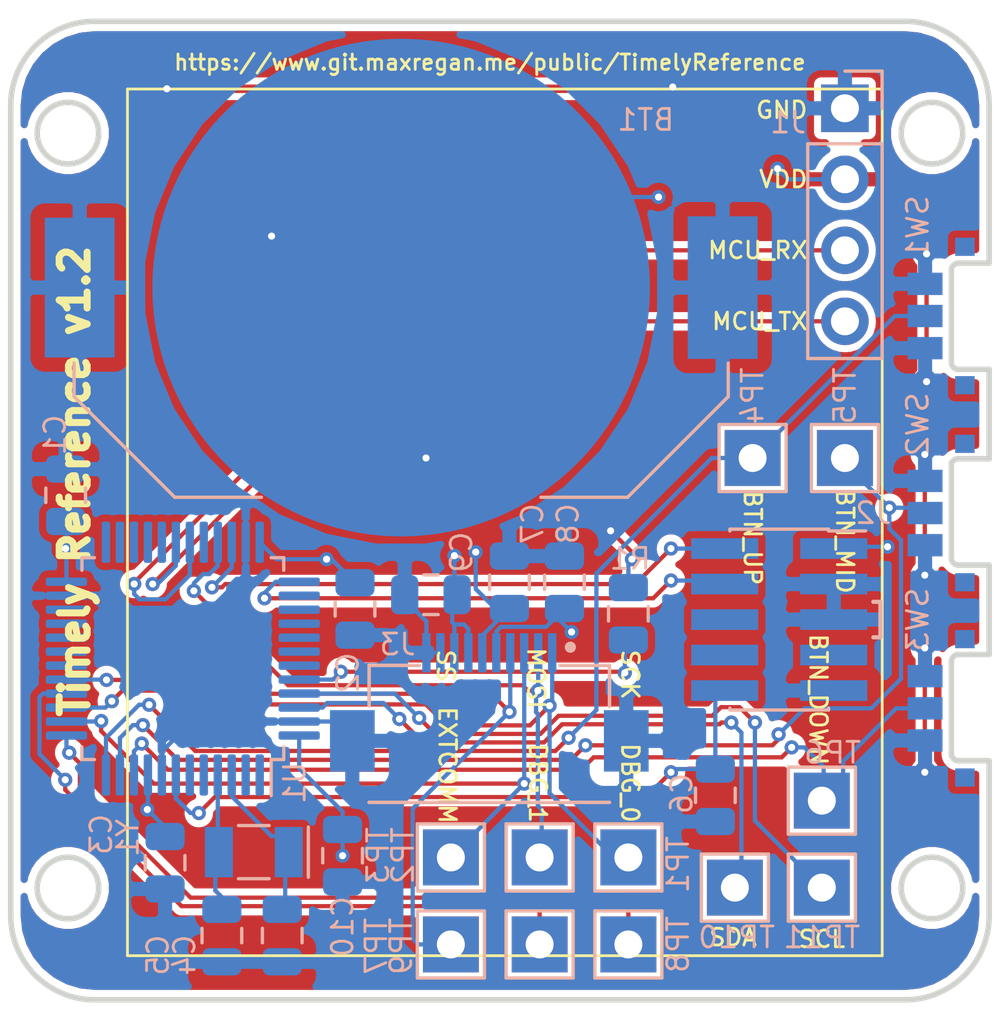
<source format=kicad_pcb>
(kicad_pcb (version 20171130) (host pcbnew 5.1.5+dfsg1-2build2)

  (general
    (thickness 1.6)
    (drawings 55)
    (tracks 349)
    (zones 0)
    (modules 31)
    (nets 46)
  )

  (page A4)
  (layers
    (0 F.Cu signal hide)
    (31 B.Cu signal)
    (32 B.Adhes user hide)
    (33 F.Adhes user hide)
    (34 B.Paste user hide)
    (35 F.Paste user hide)
    (36 B.SilkS user)
    (37 F.SilkS user hide)
    (38 B.Mask user hide)
    (39 F.Mask user hide)
    (40 Dwgs.User user hide)
    (41 Cmts.User user hide)
    (42 Eco1.User user hide)
    (43 Eco2.User user hide)
    (44 Edge.Cuts user hide)
    (45 Margin user hide)
    (46 B.CrtYd user hide)
    (47 F.CrtYd user hide)
    (48 B.Fab user hide)
    (49 F.Fab user hide)
  )

  (setup
    (last_trace_width 0.1524)
    (trace_clearance 0.1524)
    (zone_clearance 0.254)
    (zone_45_only yes)
    (trace_min 0.1524)
    (via_size 0.508)
    (via_drill 0.254)
    (via_min_size 0.508)
    (via_min_drill 0.254)
    (uvia_size 0.6858)
    (uvia_drill 0.3302)
    (uvias_allowed no)
    (uvia_min_size 0.2)
    (uvia_min_drill 0.1)
    (edge_width 0.15)
    (segment_width 0.1)
    (pcb_text_width 0.3)
    (pcb_text_size 1.5 1.5)
    (mod_edge_width 0.15)
    (mod_text_size 0.75 0.75)
    (mod_text_width 0.1)
    (pad_size 1.7 1.7)
    (pad_drill 1)
    (pad_to_mask_clearance 0)
    (solder_mask_min_width 0.25)
    (aux_axis_origin 0 0)
    (grid_origin 111.008 61.9785)
    (visible_elements FFFFFFFF)
    (pcbplotparams
      (layerselection 0x010fc_ffffffff)
      (usegerberextensions false)
      (usegerberattributes false)
      (usegerberadvancedattributes false)
      (creategerberjobfile false)
      (excludeedgelayer true)
      (linewidth 0.100000)
      (plotframeref false)
      (viasonmask false)
      (mode 1)
      (useauxorigin false)
      (hpglpennumber 1)
      (hpglpenspeed 20)
      (hpglpendiameter 15.000000)
      (psnegative false)
      (psa4output false)
      (plotreference true)
      (plotvalue true)
      (plotinvisibletext false)
      (padsonsilk false)
      (subtractmaskfromsilk false)
      (outputformat 1)
      (mirror false)
      (drillshape 0)
      (scaleselection 1)
      (outputdirectory "/home/max/work/kicad/"))
  )

  (net 0 "")
  (net 1 GND)
  (net 2 nRST)
  (net 3 SWCK)
  (net 4 SWDIO)
  (net 5 SCK)
  (net 6 MOSI)
  (net 7 SS)
  (net 8 EXTCOMM)
  (net 9 BTN_UP)
  (net 10 BTN_MID)
  (net 11 BTN_DOWN)
  (net 12 MCU_VDD)
  (net 13 /BOOT0)
  (net 14 /XOSC0)
  (net 15 /XOSC1)
  (net 16 MCU_TX)
  (net 17 MCU_RX)
  (net 18 DBG_0)
  (net 19 DBG_1)
  (net 20 I2C1_SDA)
  (net 21 I2C1_SCL)
  (net 22 "Net-(J2-Pad8)")
  (net 23 "Net-(J2-Pad7)")
  (net 24 "Net-(J2-Pad6)")
  (net 25 "Net-(U1-Pad43)")
  (net 26 "Net-(U1-Pad42)")
  (net 27 "Net-(U1-Pad41)")
  (net 28 "Net-(U1-Pad40)")
  (net 29 "Net-(U1-Pad39)")
  (net 30 "Net-(U1-Pad38)")
  (net 31 "Net-(U1-Pad32)")
  (net 32 "Net-(U1-Pad29)")
  (net 33 "Net-(U1-Pad28)")
  (net 34 "Net-(U1-Pad27)")
  (net 35 "Net-(U1-Pad26)")
  (net 36 "Net-(U1-Pad25)")
  (net 37 "Net-(U1-Pad22)")
  (net 38 "Net-(U1-Pad21)")
  (net 39 "Net-(U1-Pad20)")
  (net 40 "Net-(U1-Pad19)")
  (net 41 "Net-(U1-Pad18)")
  (net 42 "Net-(U1-Pad6)")
  (net 43 "Net-(U1-Pad5)")
  (net 44 "Net-(U1-Pad2)")
  (net 45 "Net-(U1-Pad1)")

  (net_class Default "This is the default net class."
    (clearance 0.1524)
    (trace_width 0.1524)
    (via_dia 0.508)
    (via_drill 0.254)
    (uvia_dia 0.6858)
    (uvia_drill 0.3302)
    (add_net /BOOT0)
    (add_net /XOSC0)
    (add_net /XOSC1)
    (add_net BTN_DOWN)
    (add_net BTN_MID)
    (add_net BTN_UP)
    (add_net DBG_0)
    (add_net DBG_1)
    (add_net EXTCOMM)
    (add_net GND)
    (add_net I2C1_SCL)
    (add_net I2C1_SDA)
    (add_net MCU_RX)
    (add_net MCU_TX)
    (add_net MCU_VDD)
    (add_net MOSI)
    (add_net "Net-(J2-Pad6)")
    (add_net "Net-(J2-Pad7)")
    (add_net "Net-(J2-Pad8)")
    (add_net "Net-(U1-Pad1)")
    (add_net "Net-(U1-Pad18)")
    (add_net "Net-(U1-Pad19)")
    (add_net "Net-(U1-Pad2)")
    (add_net "Net-(U1-Pad20)")
    (add_net "Net-(U1-Pad21)")
    (add_net "Net-(U1-Pad22)")
    (add_net "Net-(U1-Pad25)")
    (add_net "Net-(U1-Pad26)")
    (add_net "Net-(U1-Pad27)")
    (add_net "Net-(U1-Pad28)")
    (add_net "Net-(U1-Pad29)")
    (add_net "Net-(U1-Pad32)")
    (add_net "Net-(U1-Pad38)")
    (add_net "Net-(U1-Pad39)")
    (add_net "Net-(U1-Pad40)")
    (add_net "Net-(U1-Pad41)")
    (add_net "Net-(U1-Pad42)")
    (add_net "Net-(U1-Pad43)")
    (add_net "Net-(U1-Pad5)")
    (add_net "Net-(U1-Pad6)")
    (add_net SCK)
    (add_net SS)
    (add_net SWCK)
    (add_net SWDIO)
    (add_net nRST)
  )

  (module footprints:CR2025-LINX locked (layer B.Cu) (tedit 5E855894) (tstamp 5D6223B7)
    (at 104.023 41.595)
    (path /5CC3508E)
    (fp_text reference BT1 (at 8.75 -6) (layer B.SilkS)
      (effects (font (size 0.75 0.75) (thickness 0.1)) (justify mirror))
    )
    (fp_text value CR2025 (at 0 10.16) (layer B.Fab)
      (effects (font (size 1 1) (thickness 0.15)) (justify mirror))
    )
    (fp_line (start 8.1 7.5) (end 5 7.5) (layer B.SilkS) (width 0.12))
    (fp_line (start 11.7 3.9) (end 8.1 7.5) (layer B.SilkS) (width 0.12))
    (fp_line (start 11.7 2.7) (end 11.7 3.9) (layer B.SilkS) (width 0.12))
    (fp_line (start -11.7 3.9) (end -11.7 2.7) (layer B.SilkS) (width 0.12))
    (fp_line (start -8.1 7.5) (end -11.7 3.9) (layer B.SilkS) (width 0.12))
    (fp_line (start -5 7.5) (end -8.1 7.5) (layer B.SilkS) (width 0.12))
    (fp_arc (start 0 0) (end 4.999999 7.399999) (angle 68.09187471) (layer B.CrtYd) (width 0.12))
    (fp_line (start 11.6 -2.6) (end 12.8 -2.6) (layer B.CrtYd) (width 0.12))
    (fp_line (start 8 7.4) (end 5 7.4) (layer B.CrtYd) (width 0.12))
    (fp_line (start 11.6 3.8) (end 8 7.4) (layer B.CrtYd) (width 0.12))
    (fp_line (start 11.6 -9) (end 11.6 -7.8) (layer B.CrtYd) (width 0.12))
    (fp_line (start 11.6 2.6) (end 11.6 3.8) (layer B.CrtYd) (width 0.12))
    (fp_line (start 12.8 -2.6) (end 12.8 2.6) (layer B.CrtYd) (width 0.12))
    (fp_line (start 11.6 -2.6) (end 11.6 -7.8) (layer B.CrtYd) (width 0.12))
    (fp_line (start 12.8 2.6) (end 11.6 2.6) (layer B.CrtYd) (width 0.12))
    (fp_line (start 0 -9) (end 11.6 -9) (layer B.CrtYd) (width 0.12))
    (fp_line (start -8 7.4) (end -5 7.4) (layer B.CrtYd) (width 0.12))
    (fp_line (start -11.6 2.6) (end -11.6 3.8) (layer B.CrtYd) (width 0.12))
    (fp_line (start -11.6 3.8) (end -8 7.4) (layer B.CrtYd) (width 0.12))
    (fp_line (start -11.6 -9) (end -11.6 -7.8) (layer B.CrtYd) (width 0.12))
    (fp_line (start 0 -9) (end -11.6 -9) (layer B.CrtYd) (width 0.12))
    (fp_line (start -11.6 -2.6) (end -11.6 -7.8) (layer B.CrtYd) (width 0.12))
    (fp_line (start -12.8 2.6) (end -11.6 2.6) (layer B.CrtYd) (width 0.12))
    (fp_line (start -12.8 -2.6) (end -12.8 2.6) (layer B.CrtYd) (width 0.12))
    (fp_line (start -11.6 -2.6) (end -12.8 -2.6) (layer B.CrtYd) (width 0.12))
    (pad 2 smd rect (at 11.5 0) (size 2.5 5.1) (layers B.Cu B.Paste B.Mask)
      (net 1 GND))
    (pad 2 smd rect (at -11.5 0) (size 2.5 5) (layers B.Cu B.Paste B.Mask)
      (net 1 GND))
    (pad 1 smd circle (at 0 0) (size 17.8 17.8) (layers B.Cu B.Paste B.Mask)
      (net 12 MCU_VDD))
  )

  (module Package_QFP:LQFP-48_7x7mm_P0.5mm (layer B.Cu) (tedit 5C18330E) (tstamp 5E82ED2D)
    (at 96.2125 54.8665 90)
    (descr "LQFP, 48 Pin (https://www.analog.com/media/en/technical-documentation/data-sheets/ltc2358-16.pdf), generated with kicad-footprint-generator ipc_gullwing_generator.py")
    (tags "LQFP QFP")
    (path /5CBC08BF)
    (attr smd)
    (fp_text reference U1 (at -4.445 4.0005 90) (layer B.SilkS)
      (effects (font (size 0.75 0.75) (thickness 0.1)) (justify mirror))
    )
    (fp_text value STM32L010C6Tx (at 0 -5.85 90) (layer B.Fab)
      (effects (font (size 1 1) (thickness 0.15)) (justify mirror))
    )
    (fp_text user %R (at 0 0 90) (layer B.Fab)
      (effects (font (size 1 1) (thickness 0.15)) (justify mirror))
    )
    (fp_line (start 5.15 -3.15) (end 5.15 0) (layer B.CrtYd) (width 0.05))
    (fp_line (start 3.75 -3.15) (end 5.15 -3.15) (layer B.CrtYd) (width 0.05))
    (fp_line (start 3.75 -3.75) (end 3.75 -3.15) (layer B.CrtYd) (width 0.05))
    (fp_line (start 3.15 -3.75) (end 3.75 -3.75) (layer B.CrtYd) (width 0.05))
    (fp_line (start 3.15 -5.15) (end 3.15 -3.75) (layer B.CrtYd) (width 0.05))
    (fp_line (start 0 -5.15) (end 3.15 -5.15) (layer B.CrtYd) (width 0.05))
    (fp_line (start -5.15 -3.15) (end -5.15 0) (layer B.CrtYd) (width 0.05))
    (fp_line (start -3.75 -3.15) (end -5.15 -3.15) (layer B.CrtYd) (width 0.05))
    (fp_line (start -3.75 -3.75) (end -3.75 -3.15) (layer B.CrtYd) (width 0.05))
    (fp_line (start -3.15 -3.75) (end -3.75 -3.75) (layer B.CrtYd) (width 0.05))
    (fp_line (start -3.15 -5.15) (end -3.15 -3.75) (layer B.CrtYd) (width 0.05))
    (fp_line (start 0 -5.15) (end -3.15 -5.15) (layer B.CrtYd) (width 0.05))
    (fp_line (start 5.15 3.15) (end 5.15 0) (layer B.CrtYd) (width 0.05))
    (fp_line (start 3.75 3.15) (end 5.15 3.15) (layer B.CrtYd) (width 0.05))
    (fp_line (start 3.75 3.75) (end 3.75 3.15) (layer B.CrtYd) (width 0.05))
    (fp_line (start 3.15 3.75) (end 3.75 3.75) (layer B.CrtYd) (width 0.05))
    (fp_line (start 3.15 5.15) (end 3.15 3.75) (layer B.CrtYd) (width 0.05))
    (fp_line (start 0 5.15) (end 3.15 5.15) (layer B.CrtYd) (width 0.05))
    (fp_line (start -5.15 3.15) (end -5.15 0) (layer B.CrtYd) (width 0.05))
    (fp_line (start -3.75 3.15) (end -5.15 3.15) (layer B.CrtYd) (width 0.05))
    (fp_line (start -3.75 3.75) (end -3.75 3.15) (layer B.CrtYd) (width 0.05))
    (fp_line (start -3.15 3.75) (end -3.75 3.75) (layer B.CrtYd) (width 0.05))
    (fp_line (start -3.15 5.15) (end -3.15 3.75) (layer B.CrtYd) (width 0.05))
    (fp_line (start 0 5.15) (end -3.15 5.15) (layer B.CrtYd) (width 0.05))
    (fp_line (start -3.5 2.5) (end -2.5 3.5) (layer B.Fab) (width 0.1))
    (fp_line (start -3.5 -3.5) (end -3.5 2.5) (layer B.Fab) (width 0.1))
    (fp_line (start 3.5 -3.5) (end -3.5 -3.5) (layer B.Fab) (width 0.1))
    (fp_line (start 3.5 3.5) (end 3.5 -3.5) (layer B.Fab) (width 0.1))
    (fp_line (start -2.5 3.5) (end 3.5 3.5) (layer B.Fab) (width 0.1))
    (fp_line (start -3.61 3.16) (end -4.9 3.16) (layer B.SilkS) (width 0.12))
    (fp_line (start -3.61 3.61) (end -3.61 3.16) (layer B.SilkS) (width 0.12))
    (fp_line (start -3.16 3.61) (end -3.61 3.61) (layer B.SilkS) (width 0.12))
    (fp_line (start 3.61 3.61) (end 3.61 3.16) (layer B.SilkS) (width 0.12))
    (fp_line (start 3.16 3.61) (end 3.61 3.61) (layer B.SilkS) (width 0.12))
    (fp_line (start -3.61 -3.61) (end -3.61 -3.16) (layer B.SilkS) (width 0.12))
    (fp_line (start -3.16 -3.61) (end -3.61 -3.61) (layer B.SilkS) (width 0.12))
    (fp_line (start 3.61 -3.61) (end 3.61 -3.16) (layer B.SilkS) (width 0.12))
    (fp_line (start 3.16 -3.61) (end 3.61 -3.61) (layer B.SilkS) (width 0.12))
    (pad 48 smd roundrect (at -2.75 4.1625 90) (size 0.3 1.475) (layers B.Cu B.Paste B.Mask) (roundrect_rratio 0.25)
      (net 12 MCU_VDD))
    (pad 47 smd roundrect (at -2.25 4.1625 90) (size 0.3 1.475) (layers B.Cu B.Paste B.Mask) (roundrect_rratio 0.25)
      (net 1 GND))
    (pad 46 smd roundrect (at -1.75 4.1625 90) (size 0.3 1.475) (layers B.Cu B.Paste B.Mask) (roundrect_rratio 0.25)
      (net 20 I2C1_SDA))
    (pad 45 smd roundrect (at -1.25 4.1625 90) (size 0.3 1.475) (layers B.Cu B.Paste B.Mask) (roundrect_rratio 0.25)
      (net 21 I2C1_SCL))
    (pad 44 smd roundrect (at -0.75 4.1625 90) (size 0.3 1.475) (layers B.Cu B.Paste B.Mask) (roundrect_rratio 0.25)
      (net 13 /BOOT0))
    (pad 43 smd roundrect (at -0.25 4.1625 90) (size 0.3 1.475) (layers B.Cu B.Paste B.Mask) (roundrect_rratio 0.25)
      (net 25 "Net-(U1-Pad43)"))
    (pad 42 smd roundrect (at 0.25 4.1625 90) (size 0.3 1.475) (layers B.Cu B.Paste B.Mask) (roundrect_rratio 0.25)
      (net 26 "Net-(U1-Pad42)"))
    (pad 41 smd roundrect (at 0.75 4.1625 90) (size 0.3 1.475) (layers B.Cu B.Paste B.Mask) (roundrect_rratio 0.25)
      (net 27 "Net-(U1-Pad41)"))
    (pad 40 smd roundrect (at 1.25 4.1625 90) (size 0.3 1.475) (layers B.Cu B.Paste B.Mask) (roundrect_rratio 0.25)
      (net 28 "Net-(U1-Pad40)"))
    (pad 39 smd roundrect (at 1.75 4.1625 90) (size 0.3 1.475) (layers B.Cu B.Paste B.Mask) (roundrect_rratio 0.25)
      (net 29 "Net-(U1-Pad39)"))
    (pad 38 smd roundrect (at 2.25 4.1625 90) (size 0.3 1.475) (layers B.Cu B.Paste B.Mask) (roundrect_rratio 0.25)
      (net 30 "Net-(U1-Pad38)"))
    (pad 37 smd roundrect (at 2.75 4.1625 90) (size 0.3 1.475) (layers B.Cu B.Paste B.Mask) (roundrect_rratio 0.25)
      (net 3 SWCK))
    (pad 36 smd roundrect (at 4.1625 2.75 90) (size 1.475 0.3) (layers B.Cu B.Paste B.Mask) (roundrect_rratio 0.25)
      (net 12 MCU_VDD))
    (pad 35 smd roundrect (at 4.1625 2.25 90) (size 1.475 0.3) (layers B.Cu B.Paste B.Mask) (roundrect_rratio 0.25)
      (net 1 GND))
    (pad 34 smd roundrect (at 4.1625 1.75 90) (size 1.475 0.3) (layers B.Cu B.Paste B.Mask) (roundrect_rratio 0.25)
      (net 4 SWDIO))
    (pad 33 smd roundrect (at 4.1625 1.25 90) (size 1.475 0.3) (layers B.Cu B.Paste B.Mask) (roundrect_rratio 0.25)
      (net 6 MOSI))
    (pad 32 smd roundrect (at 4.1625 0.75 90) (size 1.475 0.3) (layers B.Cu B.Paste B.Mask) (roundrect_rratio 0.25)
      (net 31 "Net-(U1-Pad32)"))
    (pad 31 smd roundrect (at 4.1625 0.25 90) (size 1.475 0.3) (layers B.Cu B.Paste B.Mask) (roundrect_rratio 0.25)
      (net 17 MCU_RX))
    (pad 30 smd roundrect (at 4.1625 -0.25 90) (size 1.475 0.3) (layers B.Cu B.Paste B.Mask) (roundrect_rratio 0.25)
      (net 16 MCU_TX))
    (pad 29 smd roundrect (at 4.1625 -0.75 90) (size 1.475 0.3) (layers B.Cu B.Paste B.Mask) (roundrect_rratio 0.25)
      (net 32 "Net-(U1-Pad29)"))
    (pad 28 smd roundrect (at 4.1625 -1.25 90) (size 1.475 0.3) (layers B.Cu B.Paste B.Mask) (roundrect_rratio 0.25)
      (net 33 "Net-(U1-Pad28)"))
    (pad 27 smd roundrect (at 4.1625 -1.75 90) (size 1.475 0.3) (layers B.Cu B.Paste B.Mask) (roundrect_rratio 0.25)
      (net 34 "Net-(U1-Pad27)"))
    (pad 26 smd roundrect (at 4.1625 -2.25 90) (size 1.475 0.3) (layers B.Cu B.Paste B.Mask) (roundrect_rratio 0.25)
      (net 35 "Net-(U1-Pad26)"))
    (pad 25 smd roundrect (at 4.1625 -2.75 90) (size 1.475 0.3) (layers B.Cu B.Paste B.Mask) (roundrect_rratio 0.25)
      (net 36 "Net-(U1-Pad25)"))
    (pad 24 smd roundrect (at 2.75 -4.1625 90) (size 0.3 1.475) (layers B.Cu B.Paste B.Mask) (roundrect_rratio 0.25)
      (net 12 MCU_VDD))
    (pad 23 smd roundrect (at 2.25 -4.1625 90) (size 0.3 1.475) (layers B.Cu B.Paste B.Mask) (roundrect_rratio 0.25)
      (net 1 GND))
    (pad 22 smd roundrect (at 1.75 -4.1625 90) (size 0.3 1.475) (layers B.Cu B.Paste B.Mask) (roundrect_rratio 0.25)
      (net 37 "Net-(U1-Pad22)"))
    (pad 21 smd roundrect (at 1.25 -4.1625 90) (size 0.3 1.475) (layers B.Cu B.Paste B.Mask) (roundrect_rratio 0.25)
      (net 38 "Net-(U1-Pad21)"))
    (pad 20 smd roundrect (at 0.75 -4.1625 90) (size 0.3 1.475) (layers B.Cu B.Paste B.Mask) (roundrect_rratio 0.25)
      (net 39 "Net-(U1-Pad20)"))
    (pad 19 smd roundrect (at 0.25 -4.1625 90) (size 0.3 1.475) (layers B.Cu B.Paste B.Mask) (roundrect_rratio 0.25)
      (net 40 "Net-(U1-Pad19)"))
    (pad 18 smd roundrect (at -0.25 -4.1625 90) (size 0.3 1.475) (layers B.Cu B.Paste B.Mask) (roundrect_rratio 0.25)
      (net 41 "Net-(U1-Pad18)"))
    (pad 17 smd roundrect (at -0.75 -4.1625 90) (size 0.3 1.475) (layers B.Cu B.Paste B.Mask) (roundrect_rratio 0.25)
      (net 8 EXTCOMM))
    (pad 16 smd roundrect (at -1.25 -4.1625 90) (size 0.3 1.475) (layers B.Cu B.Paste B.Mask) (roundrect_rratio 0.25)
      (net 19 DBG_1))
    (pad 15 smd roundrect (at -1.75 -4.1625 90) (size 0.3 1.475) (layers B.Cu B.Paste B.Mask) (roundrect_rratio 0.25)
      (net 5 SCK))
    (pad 14 smd roundrect (at -2.25 -4.1625 90) (size 0.3 1.475) (layers B.Cu B.Paste B.Mask) (roundrect_rratio 0.25)
      (net 7 SS))
    (pad 13 smd roundrect (at -2.75 -4.1625 90) (size 0.3 1.475) (layers B.Cu B.Paste B.Mask) (roundrect_rratio 0.25)
      (net 18 DBG_0))
    (pad 12 smd roundrect (at -4.1625 -2.75 90) (size 1.475 0.3) (layers B.Cu B.Paste B.Mask) (roundrect_rratio 0.25)
      (net 9 BTN_UP))
    (pad 11 smd roundrect (at -4.1625 -2.25 90) (size 1.475 0.3) (layers B.Cu B.Paste B.Mask) (roundrect_rratio 0.25)
      (net 10 BTN_MID))
    (pad 10 smd roundrect (at -4.1625 -1.75 90) (size 1.475 0.3) (layers B.Cu B.Paste B.Mask) (roundrect_rratio 0.25)
      (net 11 BTN_DOWN))
    (pad 9 smd roundrect (at -4.1625 -1.25 90) (size 1.475 0.3) (layers B.Cu B.Paste B.Mask) (roundrect_rratio 0.25)
      (net 12 MCU_VDD))
    (pad 8 smd roundrect (at -4.1625 -0.75 90) (size 1.475 0.3) (layers B.Cu B.Paste B.Mask) (roundrect_rratio 0.25)
      (net 1 GND))
    (pad 7 smd roundrect (at -4.1625 -0.25 90) (size 1.475 0.3) (layers B.Cu B.Paste B.Mask) (roundrect_rratio 0.25)
      (net 2 nRST))
    (pad 6 smd roundrect (at -4.1625 0.25 90) (size 1.475 0.3) (layers B.Cu B.Paste B.Mask) (roundrect_rratio 0.25)
      (net 42 "Net-(U1-Pad6)"))
    (pad 5 smd roundrect (at -4.1625 0.75 90) (size 1.475 0.3) (layers B.Cu B.Paste B.Mask) (roundrect_rratio 0.25)
      (net 43 "Net-(U1-Pad5)"))
    (pad 4 smd roundrect (at -4.1625 1.25 90) (size 1.475 0.3) (layers B.Cu B.Paste B.Mask) (roundrect_rratio 0.25)
      (net 15 /XOSC1))
    (pad 3 smd roundrect (at -4.1625 1.75 90) (size 1.475 0.3) (layers B.Cu B.Paste B.Mask) (roundrect_rratio 0.25)
      (net 14 /XOSC0))
    (pad 2 smd roundrect (at -4.1625 2.25 90) (size 1.475 0.3) (layers B.Cu B.Paste B.Mask) (roundrect_rratio 0.25)
      (net 44 "Net-(U1-Pad2)"))
    (pad 1 smd roundrect (at -4.1625 2.75 90) (size 1.475 0.3) (layers B.Cu B.Paste B.Mask) (roundrect_rratio 0.25)
      (net 45 "Net-(U1-Pad1)"))
    (model ${KISYS3DMOD}/Package_QFP.3dshapes/LQFP-48_7x7mm_P0.5mm.wrl
      (at (xyz 0 0 0))
      (scale (xyz 1 1 1))
      (rotate (xyz 0 0 0))
    )
  )

  (module Resistor_SMD:R_0805_2012Metric (layer B.Cu) (tedit 5B36C52B) (tstamp 5E81292C)
    (at 112.151 53.264 270)
    (descr "Resistor SMD 0805 (2012 Metric), square (rectangular) end terminal, IPC_7351 nominal, (Body size source: https://docs.google.com/spreadsheets/d/1BsfQQcO9C6DZCsRaXUlFlo91Tg2WpOkGARC1WS5S8t0/edit?usp=sharing), generated with kicad-footprint-generator")
    (tags resistor)
    (path /5CC5BB36)
    (attr smd)
    (fp_text reference R1 (at -1.9685 -0.0635 180) (layer B.SilkS)
      (effects (font (size 0.75 0.75) (thickness 0.1)) (justify mirror))
    )
    (fp_text value 10k (at 0 -1.65 90) (layer B.Fab)
      (effects (font (size 1 1) (thickness 0.15)) (justify mirror))
    )
    (fp_text user %R (at 0 0 90) (layer B.Fab)
      (effects (font (size 0.5 0.5) (thickness 0.08)) (justify mirror))
    )
    (fp_line (start 1.68 -0.95) (end -1.68 -0.95) (layer B.CrtYd) (width 0.05))
    (fp_line (start 1.68 0.95) (end 1.68 -0.95) (layer B.CrtYd) (width 0.05))
    (fp_line (start -1.68 0.95) (end 1.68 0.95) (layer B.CrtYd) (width 0.05))
    (fp_line (start -1.68 -0.95) (end -1.68 0.95) (layer B.CrtYd) (width 0.05))
    (fp_line (start -0.258578 -0.71) (end 0.258578 -0.71) (layer B.SilkS) (width 0.12))
    (fp_line (start -0.258578 0.71) (end 0.258578 0.71) (layer B.SilkS) (width 0.12))
    (fp_line (start 1 -0.6) (end -1 -0.6) (layer B.Fab) (width 0.1))
    (fp_line (start 1 0.6) (end 1 -0.6) (layer B.Fab) (width 0.1))
    (fp_line (start -1 0.6) (end 1 0.6) (layer B.Fab) (width 0.1))
    (fp_line (start -1 -0.6) (end -1 0.6) (layer B.Fab) (width 0.1))
    (pad 2 smd roundrect (at 0.9375 0 270) (size 0.975 1.4) (layers B.Cu B.Paste B.Mask) (roundrect_rratio 0.25)
      (net 13 /BOOT0))
    (pad 1 smd roundrect (at -0.9375 0 270) (size 0.975 1.4) (layers B.Cu B.Paste B.Mask) (roundrect_rratio 0.25)
      (net 1 GND))
    (model ${KISYS3DMOD}/Resistor_SMD.3dshapes/R_0805_2012Metric.wrl
      (at (xyz 0 0 0))
      (scale (xyz 1 1 1))
      (rotate (xyz 0 0 0))
    )
  )

  (module Button_Switch_SMD:EVP-AEJB2A locked (layer B.Cu) (tedit 5D6742EF) (tstamp 5E812958)
    (at 123.3905 56.6445 270)
    (path /5CC13EAF)
    (fp_text reference SW3 (at -3.175 0.889 90) (layer B.SilkS)
      (effects (font (size 0.75 0.75) (thickness 0.1)) (justify mirror))
    )
    (fp_text value SW_Push (at 0 2.8 90) (layer B.Fab)
      (effects (font (size 1 1) (thickness 0.15)) (justify mirror))
    )
    (pad "" smd rect (at -2.475 -0.8 270) (size 0.65 0.7) (layers B.Cu B.Paste B.Mask))
    (pad "" smd rect (at 2.475 -0.8 270) (size 0.65 0.7) (layers B.Cu B.Paste B.Mask))
    (pad 1 smd rect (at 1.15 0.625 270) (size 0.8 1.25) (layers B.Cu B.Paste B.Mask)
      (net 1 GND))
    (pad 2 smd rect (at 0 0.625 270) (size 0.8 1.25) (layers B.Cu B.Paste B.Mask)
      (net 11 BTN_DOWN))
    (pad 1 smd rect (at -1.15 0.625 270) (size 0.8 1.25) (layers B.Cu B.Paste B.Mask)
      (net 1 GND))
  )

  (module Button_Switch_SMD:EVP-AEJB2A locked (layer B.Cu) (tedit 5D6742EF) (tstamp 5E81294A)
    (at 123.3905 49.6595 270)
    (path /5CC13E33)
    (fp_text reference SW2 (at -3.175 0.889 90) (layer B.SilkS)
      (effects (font (size 0.75 0.75) (thickness 0.1)) (justify mirror))
    )
    (fp_text value SW_Push (at 0 2.8 90) (layer B.Fab)
      (effects (font (size 1 1) (thickness 0.15)) (justify mirror))
    )
    (pad "" smd rect (at -2.475 -0.8 270) (size 0.65 0.7) (layers B.Cu B.Paste B.Mask))
    (pad "" smd rect (at 2.475 -0.8 270) (size 0.65 0.7) (layers B.Cu B.Paste B.Mask))
    (pad 1 smd rect (at 1.15 0.625 270) (size 0.8 1.25) (layers B.Cu B.Paste B.Mask)
      (net 1 GND))
    (pad 2 smd rect (at 0 0.625 270) (size 0.8 1.25) (layers B.Cu B.Paste B.Mask)
      (net 10 BTN_MID))
    (pad 1 smd rect (at -1.15 0.625 270) (size 0.8 1.25) (layers B.Cu B.Paste B.Mask)
      (net 1 GND))
  )

  (module Button_Switch_SMD:EVP-AEJB2A locked (layer B.Cu) (tedit 5D6742EF) (tstamp 5E81293C)
    (at 123.3905 42.611 270)
    (path /5CC13D70)
    (fp_text reference SW1 (at -3.175 0.889 90) (layer B.SilkS)
      (effects (font (size 0.75 0.75) (thickness 0.1)) (justify mirror))
    )
    (fp_text value SW_Push (at 0 2.8 90) (layer B.Fab)
      (effects (font (size 1 1) (thickness 0.15)) (justify mirror))
    )
    (pad "" smd rect (at -2.475 -0.8 270) (size 0.65 0.7) (layers B.Cu B.Paste B.Mask))
    (pad "" smd rect (at 2.475 -0.8 270) (size 0.65 0.7) (layers B.Cu B.Paste B.Mask))
    (pad 1 smd rect (at 1.15 0.625 270) (size 0.8 1.25) (layers B.Cu B.Paste B.Mask)
      (net 1 GND))
    (pad 2 smd rect (at 0 0.625 270) (size 0.8 1.25) (layers B.Cu B.Paste B.Mask)
      (net 9 BTN_UP))
    (pad 1 smd rect (at -1.15 0.625 270) (size 0.8 1.25) (layers B.Cu B.Paste B.Mask)
      (net 1 GND))
  )

  (module Crystal:Crystal_SMD_G8-2Pin_3.2x1.5mm (layer B.Cu) (tedit 5A0FD1B2) (tstamp 5E82F9D9)
    (at 98.7525 61.788 180)
    (descr "SMD Crystal G8, 3.2x1.5mm^2 package")
    (tags "SMD SMT crystal")
    (path /5CC13AA5)
    (attr smd)
    (fp_text reference Y1 (at 4.5085 0.508 90) (layer B.SilkS)
      (effects (font (size 0.75 0.75) (thickness 0.1)) (justify mirror))
    )
    (fp_text value Crystal (at 0 -1.95) (layer B.Fab)
      (effects (font (size 1 1) (thickness 0.15)) (justify mirror))
    )
    (fp_circle (center 0 0) (end 0.058333 0) (layer B.Adhes) (width 0.116667))
    (fp_circle (center 0 0) (end 0.133333 0) (layer B.Adhes) (width 0.083333))
    (fp_circle (center 0 0) (end 0.208333 0) (layer B.Adhes) (width 0.083333))
    (fp_circle (center 0 0) (end 0.25 0) (layer B.Adhes) (width 0.1))
    (fp_line (start 2 1.2) (end -2 1.2) (layer B.CrtYd) (width 0.05))
    (fp_line (start 2 -1.2) (end 2 1.2) (layer B.CrtYd) (width 0.05))
    (fp_line (start -2 -1.2) (end 2 -1.2) (layer B.CrtYd) (width 0.05))
    (fp_line (start -2 1.2) (end -2 -1.2) (layer B.CrtYd) (width 0.05))
    (fp_line (start -1.95 0.9) (end -1.95 -0.9) (layer B.SilkS) (width 0.12))
    (fp_line (start -0.55 -0.95) (end 0.55 -0.95) (layer B.SilkS) (width 0.12))
    (fp_line (start -0.55 0.95) (end 0.55 0.95) (layer B.SilkS) (width 0.12))
    (fp_line (start -1.6 -0.25) (end -1.1 -0.75) (layer B.Fab) (width 0.1))
    (fp_line (start 1.6 0.75) (end -1.6 0.75) (layer B.Fab) (width 0.1))
    (fp_line (start 1.6 -0.75) (end 1.6 0.75) (layer B.Fab) (width 0.1))
    (fp_line (start -1.6 -0.75) (end 1.6 -0.75) (layer B.Fab) (width 0.1))
    (fp_line (start -1.6 0.75) (end -1.6 -0.75) (layer B.Fab) (width 0.1))
    (fp_text user %R (at 0 0) (layer B.Fab)
      (effects (font (size 0.7 0.7) (thickness 0.105)) (justify mirror))
    )
    (pad 2 smd rect (at 1.25 0 180) (size 1 1.8) (layers B.Cu B.Paste B.Mask)
      (net 15 /XOSC1))
    (pad 1 smd rect (at -1.25 0 180) (size 1 1.8) (layers B.Cu B.Paste B.Mask)
      (net 14 /XOSC0))
    (model ${KISYS3DMOD}/Crystal.3dshapes/Crystal_SMD_G8-2Pin_3.2x1.5mm.wrl
      (at (xyz 0 0 0))
      (scale (xyz 1 1 1))
      (rotate (xyz 0 0 0))
    )
  )

  (module 0528921033:MOLEX_0528921033 locked (layer B.Cu) (tedit 0) (tstamp 5E837252)
    (at 107.175997 54.658233 180)
    (path /5CC19477)
    (attr smd)
    (fp_text reference J3 (at 3.279997 0.299733 180) (layer B.SilkS)
      (effects (font (size 0.75 0.75) (thickness 0.1)) (justify mirror))
    )
    (fp_text value "Display FPC" (at 0.422497 -1.478267 180) (layer B.SilkS) hide
      (effects (font (size 0.75 0.75) (thickness 0.1)) (justify mirror))
    )
    (fp_circle (center -2.9 0.2) (end -2.8 0.2) (layer B.SilkS) (width 0.2))
    (fp_poly (pts (xy -4.10426 -2.05) (xy -2.85 -2.05) (xy -2.85 -5.15535) (xy -4.10426 -5.15535)) (layer Dwgs.User) (width 0))
    (fp_poly (pts (xy 2.85723 -2.05) (xy 4.1 -2.05) (xy 4.1 -5.16307) (xy 2.85723 -5.16307)) (layer Dwgs.User) (width 0))
    (fp_line (start -5.95 -4.5) (end -5.95 -1.8) (layer Eco1.User) (width 0.05))
    (fp_line (start -4.55 -4.5) (end -5.95 -4.5) (layer Eco1.User) (width 0.05))
    (fp_line (start -4.55 -5.6) (end -4.55 -4.5) (layer Eco1.User) (width 0.05))
    (fp_line (start 4.55 -5.6) (end -4.55 -5.6) (layer Eco1.User) (width 0.05))
    (fp_line (start 4.55 -4.5) (end 4.55 -5.6) (layer Eco1.User) (width 0.05))
    (fp_line (start 5.95 -4.5) (end 4.55 -4.5) (layer Eco1.User) (width 0.05))
    (fp_line (start 5.95 -1.8) (end 5.95 -4.5) (layer Eco1.User) (width 0.05))
    (fp_line (start -2.69 0.95) (end -2.51 0.95) (layer Eco1.User) (width 0.05))
    (fp_line (start -2.69 -0.2) (end -2.69 0.95) (layer Eco1.User) (width 0.05))
    (fp_line (start -4.55 -0.2) (end -2.69 -0.2) (layer Eco1.User) (width 0.05))
    (fp_line (start -4.55 -1.8) (end -4.55 -0.2) (layer Eco1.User) (width 0.05))
    (fp_line (start -5.95 -1.8) (end -4.55 -1.8) (layer Eco1.User) (width 0.05))
    (fp_line (start 4.55 -1.8) (end 5.95 -1.8) (layer Eco1.User) (width 0.05))
    (fp_line (start 4.55 -0.2) (end 4.55 -1.8) (layer Eco1.User) (width 0.05))
    (fp_line (start 2.63 -0.2) (end 4.55 -0.2) (layer Eco1.User) (width 0.05))
    (fp_line (start 2.63 0.95) (end 2.63 -0.2) (layer Eco1.User) (width 0.05))
    (fp_line (start -2.5 0.95) (end 2.63 0.95) (layer Eco1.User) (width 0.05))
    (fp_line (start -4.3 -5.35) (end 4.3 -5.35) (layer B.SilkS) (width 0.127))
    (fp_line (start 4.3 -0.45) (end 4.3 -1.9) (layer B.SilkS) (width 0.127))
    (fp_line (start 2.5 -0.45) (end 4.3 -0.45) (layer B.SilkS) (width 0.127))
    (fp_line (start -4.3 -0.45) (end -2.53 -0.45) (layer B.SilkS) (width 0.127))
    (fp_line (start -4.3 -1.92) (end -4.3 -0.45) (layer B.SilkS) (width 0.127))
    (fp_line (start 4.3 -0.45) (end -4.3 -0.45) (layer Eco2.User) (width 0.127))
    (fp_line (start 4.3 -5.35) (end 4.3 -0.45) (layer Eco2.User) (width 0.127))
    (fp_line (start -4.3 -5.35) (end 4.3 -5.35) (layer Eco2.User) (width 0.127))
    (fp_line (start -4.3 -0.45) (end -4.3 -5.35) (layer Eco2.User) (width 0.127))
    (pad 12 smd rect (at 4.9 -3.15) (size 1.6 2.2) (layers B.Cu B.Paste B.Mask)
      (net 1 GND))
    (pad 11 smd rect (at -4.9 -3.15) (size 1.6 2.2) (layers B.Cu B.Paste B.Mask)
      (net 1 GND))
    (pad 10 smd rect (at 2.25 0 90) (size 1.4 0.3) (layers B.Cu B.Paste B.Mask)
      (net 1 GND))
    (pad 9 smd rect (at 1.75 0 90) (size 1.4 0.3) (layers B.Cu B.Paste B.Mask)
      (net 1 GND))
    (pad 8 smd rect (at 1.25 0 90) (size 1.4 0.3) (layers B.Cu B.Paste B.Mask)
      (net 12 MCU_VDD))
    (pad 7 smd rect (at 0.75 0 90) (size 1.4 0.3) (layers B.Cu B.Paste B.Mask)
      (net 12 MCU_VDD))
    (pad 6 smd rect (at 0.25 0 90) (size 1.4 0.3) (layers B.Cu B.Paste B.Mask)
      (net 12 MCU_VDD))
    (pad 5 smd rect (at -0.25 0 90) (size 1.4 0.3) (layers B.Cu B.Paste B.Mask)
      (net 12 MCU_VDD))
    (pad 4 smd rect (at -0.75 0 90) (size 1.4 0.3) (layers B.Cu B.Paste B.Mask)
      (net 8 EXTCOMM))
    (pad 3 smd rect (at -1.25 0 90) (size 1.4 0.3) (layers B.Cu B.Paste B.Mask)
      (net 7 SS))
    (pad 2 smd rect (at -1.75 0 90) (size 1.4 0.3) (layers B.Cu B.Paste B.Mask)
      (net 6 MOSI))
    (pad 1 smd rect (at -2.25 0 90) (size 1.4 0.3) (layers B.Cu B.Paste B.Mask)
      (net 5 SCK))
  )

  (module Capacitor_SMD:C_0805_2012Metric (layer B.Cu) (tedit 5B36C52B) (tstamp 5E81285F)
    (at 92.0215 49.0245 90)
    (descr "Capacitor SMD 0805 (2012 Metric), square (rectangular) end terminal, IPC_7351 nominal, (Body size source: https://docs.google.com/spreadsheets/d/1BsfQQcO9C6DZCsRaXUlFlo91Tg2WpOkGARC1WS5S8t0/edit?usp=sharing), generated with kicad-footprint-generator")
    (tags capacitor)
    (path /5CC1601D)
    (attr smd)
    (fp_text reference C1 (at 2.159 -0.381 90) (layer B.SilkS)
      (effects (font (size 0.75 0.75) (thickness 0.1)) (justify mirror))
    )
    (fp_text value 100nF (at 0 -1.65 90) (layer B.Fab)
      (effects (font (size 1 1) (thickness 0.15)) (justify mirror))
    )
    (fp_text user %R (at 0 0 90) (layer B.Fab)
      (effects (font (size 0.5 0.5) (thickness 0.08)) (justify mirror))
    )
    (fp_line (start 1.68 -0.95) (end -1.68 -0.95) (layer B.CrtYd) (width 0.05))
    (fp_line (start 1.68 0.95) (end 1.68 -0.95) (layer B.CrtYd) (width 0.05))
    (fp_line (start -1.68 0.95) (end 1.68 0.95) (layer B.CrtYd) (width 0.05))
    (fp_line (start -1.68 -0.95) (end -1.68 0.95) (layer B.CrtYd) (width 0.05))
    (fp_line (start -0.258578 -0.71) (end 0.258578 -0.71) (layer B.SilkS) (width 0.12))
    (fp_line (start -0.258578 0.71) (end 0.258578 0.71) (layer B.SilkS) (width 0.12))
    (fp_line (start 1 -0.6) (end -1 -0.6) (layer B.Fab) (width 0.1))
    (fp_line (start 1 0.6) (end 1 -0.6) (layer B.Fab) (width 0.1))
    (fp_line (start -1 0.6) (end 1 0.6) (layer B.Fab) (width 0.1))
    (fp_line (start -1 -0.6) (end -1 0.6) (layer B.Fab) (width 0.1))
    (pad 2 smd roundrect (at 0.9375 0 90) (size 0.975 1.4) (layers B.Cu B.Paste B.Mask) (roundrect_rratio 0.25)
      (net 1 GND))
    (pad 1 smd roundrect (at -0.9375 0 90) (size 0.975 1.4) (layers B.Cu B.Paste B.Mask) (roundrect_rratio 0.25)
      (net 12 MCU_VDD))
    (model ${KISYS3DMOD}/Capacitor_SMD.3dshapes/C_0805_2012Metric.wrl
      (at (xyz 0 0 0))
      (scale (xyz 1 1 1))
      (rotate (xyz 0 0 0))
    )
  )

  (module Capacitor_SMD:C_0805_2012Metric (layer B.Cu) (tedit 5B36C52B) (tstamp 5E85C8F2)
    (at 102.372 53.0885 270)
    (descr "Capacitor SMD 0805 (2012 Metric), square (rectangular) end terminal, IPC_7351 nominal, (Body size source: https://docs.google.com/spreadsheets/d/1BsfQQcO9C6DZCsRaXUlFlo91Tg2WpOkGARC1WS5S8t0/edit?usp=sharing), generated with kicad-footprint-generator")
    (tags capacitor)
    (path /5CC160C6)
    (attr smd)
    (fp_text reference C2 (at 2.286 0.254 90) (layer B.SilkS)
      (effects (font (size 0.75 0.75) (thickness 0.1)) (justify mirror))
    )
    (fp_text value 100nF (at 0 -1.65 90) (layer B.Fab)
      (effects (font (size 1 1) (thickness 0.15)) (justify mirror))
    )
    (fp_text user %R (at 0 0 90) (layer B.Fab)
      (effects (font (size 0.5 0.5) (thickness 0.08)) (justify mirror))
    )
    (fp_line (start 1.68 -0.95) (end -1.68 -0.95) (layer B.CrtYd) (width 0.05))
    (fp_line (start 1.68 0.95) (end 1.68 -0.95) (layer B.CrtYd) (width 0.05))
    (fp_line (start -1.68 0.95) (end 1.68 0.95) (layer B.CrtYd) (width 0.05))
    (fp_line (start -1.68 -0.95) (end -1.68 0.95) (layer B.CrtYd) (width 0.05))
    (fp_line (start -0.258578 -0.71) (end 0.258578 -0.71) (layer B.SilkS) (width 0.12))
    (fp_line (start -0.258578 0.71) (end 0.258578 0.71) (layer B.SilkS) (width 0.12))
    (fp_line (start 1 -0.6) (end -1 -0.6) (layer B.Fab) (width 0.1))
    (fp_line (start 1 0.6) (end 1 -0.6) (layer B.Fab) (width 0.1))
    (fp_line (start -1 0.6) (end 1 0.6) (layer B.Fab) (width 0.1))
    (fp_line (start -1 -0.6) (end -1 0.6) (layer B.Fab) (width 0.1))
    (pad 2 smd roundrect (at 0.9375 0 270) (size 0.975 1.4) (layers B.Cu B.Paste B.Mask) (roundrect_rratio 0.25)
      (net 1 GND))
    (pad 1 smd roundrect (at -0.9375 0 270) (size 0.975 1.4) (layers B.Cu B.Paste B.Mask) (roundrect_rratio 0.25)
      (net 12 MCU_VDD))
    (model ${KISYS3DMOD}/Capacitor_SMD.3dshapes/C_0805_2012Metric.wrl
      (at (xyz 0 0 0))
      (scale (xyz 1 1 1))
      (rotate (xyz 0 0 0))
    )
  )

  (module Capacitor_SMD:C_0805_2012Metric (layer B.Cu) (tedit 5B36C52B) (tstamp 5E81287F)
    (at 95.5775 62.169 270)
    (descr "Capacitor SMD 0805 (2012 Metric), square (rectangular) end terminal, IPC_7351 nominal, (Body size source: https://docs.google.com/spreadsheets/d/1BsfQQcO9C6DZCsRaXUlFlo91Tg2WpOkGARC1WS5S8t0/edit?usp=sharing), generated with kicad-footprint-generator")
    (tags capacitor)
    (path /5CC1613E)
    (attr smd)
    (fp_text reference C3 (at -1.016 2.286 270) (layer B.SilkS)
      (effects (font (size 0.75 0.75) (thickness 0.1)) (justify mirror))
    )
    (fp_text value 100nF (at 0 -1.65 90) (layer B.Fab)
      (effects (font (size 1 1) (thickness 0.15)) (justify mirror))
    )
    (fp_text user %R (at 0 0 90) (layer B.Fab)
      (effects (font (size 0.5 0.5) (thickness 0.08)) (justify mirror))
    )
    (fp_line (start 1.68 -0.95) (end -1.68 -0.95) (layer B.CrtYd) (width 0.05))
    (fp_line (start 1.68 0.95) (end 1.68 -0.95) (layer B.CrtYd) (width 0.05))
    (fp_line (start -1.68 0.95) (end 1.68 0.95) (layer B.CrtYd) (width 0.05))
    (fp_line (start -1.68 -0.95) (end -1.68 0.95) (layer B.CrtYd) (width 0.05))
    (fp_line (start -0.258578 -0.71) (end 0.258578 -0.71) (layer B.SilkS) (width 0.12))
    (fp_line (start -0.258578 0.71) (end 0.258578 0.71) (layer B.SilkS) (width 0.12))
    (fp_line (start 1 -0.6) (end -1 -0.6) (layer B.Fab) (width 0.1))
    (fp_line (start 1 0.6) (end 1 -0.6) (layer B.Fab) (width 0.1))
    (fp_line (start -1 0.6) (end 1 0.6) (layer B.Fab) (width 0.1))
    (fp_line (start -1 -0.6) (end -1 0.6) (layer B.Fab) (width 0.1))
    (pad 2 smd roundrect (at 0.9375 0 270) (size 0.975 1.4) (layers B.Cu B.Paste B.Mask) (roundrect_rratio 0.25)
      (net 1 GND))
    (pad 1 smd roundrect (at -0.9375 0 270) (size 0.975 1.4) (layers B.Cu B.Paste B.Mask) (roundrect_rratio 0.25)
      (net 12 MCU_VDD))
    (model ${KISYS3DMOD}/Capacitor_SMD.3dshapes/C_0805_2012Metric.wrl
      (at (xyz 0 0 0))
      (scale (xyz 1 1 1))
      (rotate (xyz 0 0 0))
    )
  )

  (module Capacitor_SMD:C_0805_2012Metric (layer B.Cu) (tedit 5B36C52B) (tstamp 5E82FA1B)
    (at 99.7685 64.7725 270)
    (descr "Capacitor SMD 0805 (2012 Metric), square (rectangular) end terminal, IPC_7351 nominal, (Body size source: https://docs.google.com/spreadsheets/d/1BsfQQcO9C6DZCsRaXUlFlo91Tg2WpOkGARC1WS5S8t0/edit?usp=sharing), generated with kicad-footprint-generator")
    (tags capacitor)
    (path /5CC14877)
    (attr smd)
    (fp_text reference C4 (at 0.6985 3.4925 90) (layer B.SilkS)
      (effects (font (size 0.75 0.75) (thickness 0.1)) (justify mirror))
    )
    (fp_text value 4.3pF (at 0 -1.65 90) (layer B.Fab)
      (effects (font (size 1 1) (thickness 0.15)) (justify mirror))
    )
    (fp_text user %R (at 0 0 90) (layer B.Fab)
      (effects (font (size 0.5 0.5) (thickness 0.08)) (justify mirror))
    )
    (fp_line (start 1.68 -0.95) (end -1.68 -0.95) (layer B.CrtYd) (width 0.05))
    (fp_line (start 1.68 0.95) (end 1.68 -0.95) (layer B.CrtYd) (width 0.05))
    (fp_line (start -1.68 0.95) (end 1.68 0.95) (layer B.CrtYd) (width 0.05))
    (fp_line (start -1.68 -0.95) (end -1.68 0.95) (layer B.CrtYd) (width 0.05))
    (fp_line (start -0.258578 -0.71) (end 0.258578 -0.71) (layer B.SilkS) (width 0.12))
    (fp_line (start -0.258578 0.71) (end 0.258578 0.71) (layer B.SilkS) (width 0.12))
    (fp_line (start 1 -0.6) (end -1 -0.6) (layer B.Fab) (width 0.1))
    (fp_line (start 1 0.6) (end 1 -0.6) (layer B.Fab) (width 0.1))
    (fp_line (start -1 0.6) (end 1 0.6) (layer B.Fab) (width 0.1))
    (fp_line (start -1 -0.6) (end -1 0.6) (layer B.Fab) (width 0.1))
    (pad 2 smd roundrect (at 0.9375 0 270) (size 0.975 1.4) (layers B.Cu B.Paste B.Mask) (roundrect_rratio 0.25)
      (net 1 GND))
    (pad 1 smd roundrect (at -0.9375 0 270) (size 0.975 1.4) (layers B.Cu B.Paste B.Mask) (roundrect_rratio 0.25)
      (net 14 /XOSC0))
    (model ${KISYS3DMOD}/Capacitor_SMD.3dshapes/C_0805_2012Metric.wrl
      (at (xyz 0 0 0))
      (scale (xyz 1 1 1))
      (rotate (xyz 0 0 0))
    )
  )

  (module Capacitor_SMD:C_0805_2012Metric (layer B.Cu) (tedit 5B36C52B) (tstamp 5E82FA7E)
    (at 97.6095 64.7725 270)
    (descr "Capacitor SMD 0805 (2012 Metric), square (rectangular) end terminal, IPC_7351 nominal, (Body size source: https://docs.google.com/spreadsheets/d/1BsfQQcO9C6DZCsRaXUlFlo91Tg2WpOkGARC1WS5S8t0/edit?usp=sharing), generated with kicad-footprint-generator")
    (tags capacitor)
    (path /5CC14926)
    (attr smd)
    (fp_text reference C5 (at 0.6985 2.286 90) (layer B.SilkS)
      (effects (font (size 0.75 0.75) (thickness 0.1)) (justify mirror))
    )
    (fp_text value 4.3pF (at 0 -1.65 90) (layer B.Fab)
      (effects (font (size 1 1) (thickness 0.15)) (justify mirror))
    )
    (fp_text user %R (at 0 0 90) (layer B.Fab)
      (effects (font (size 0.5 0.5) (thickness 0.08)) (justify mirror))
    )
    (fp_line (start 1.68 -0.95) (end -1.68 -0.95) (layer B.CrtYd) (width 0.05))
    (fp_line (start 1.68 0.95) (end 1.68 -0.95) (layer B.CrtYd) (width 0.05))
    (fp_line (start -1.68 0.95) (end 1.68 0.95) (layer B.CrtYd) (width 0.05))
    (fp_line (start -1.68 -0.95) (end -1.68 0.95) (layer B.CrtYd) (width 0.05))
    (fp_line (start -0.258578 -0.71) (end 0.258578 -0.71) (layer B.SilkS) (width 0.12))
    (fp_line (start -0.258578 0.71) (end 0.258578 0.71) (layer B.SilkS) (width 0.12))
    (fp_line (start 1 -0.6) (end -1 -0.6) (layer B.Fab) (width 0.1))
    (fp_line (start 1 0.6) (end 1 -0.6) (layer B.Fab) (width 0.1))
    (fp_line (start -1 0.6) (end 1 0.6) (layer B.Fab) (width 0.1))
    (fp_line (start -1 -0.6) (end -1 0.6) (layer B.Fab) (width 0.1))
    (pad 2 smd roundrect (at 0.9375 0 270) (size 0.975 1.4) (layers B.Cu B.Paste B.Mask) (roundrect_rratio 0.25)
      (net 1 GND))
    (pad 1 smd roundrect (at -0.9375 0 270) (size 0.975 1.4) (layers B.Cu B.Paste B.Mask) (roundrect_rratio 0.25)
      (net 15 /XOSC1))
    (model ${KISYS3DMOD}/Capacitor_SMD.3dshapes/C_0805_2012Metric.wrl
      (at (xyz 0 0 0))
      (scale (xyz 1 1 1))
      (rotate (xyz 0 0 0))
    )
  )

  (module Capacitor_SMD:C_0805_2012Metric (layer B.Cu) (tedit 5B36C52B) (tstamp 5E82FA4E)
    (at 115.2625 59.756 270)
    (descr "Capacitor SMD 0805 (2012 Metric), square (rectangular) end terminal, IPC_7351 nominal, (Body size source: https://docs.google.com/spreadsheets/d/1BsfQQcO9C6DZCsRaXUlFlo91Tg2WpOkGARC1WS5S8t0/edit?usp=sharing), generated with kicad-footprint-generator")
    (tags capacitor)
    (path /5CC3ABC3)
    (attr smd)
    (fp_text reference C6 (at -0.0635 1.2065 90) (layer B.SilkS)
      (effects (font (size 0.75 0.75) (thickness 0.1)) (justify mirror))
    )
    (fp_text value 100nF (at 0 -1.65 90) (layer B.Fab)
      (effects (font (size 1 1) (thickness 0.15)) (justify mirror))
    )
    (fp_text user %R (at 0 0 90) (layer B.Fab)
      (effects (font (size 0.5 0.5) (thickness 0.08)) (justify mirror))
    )
    (fp_line (start 1.68 -0.95) (end -1.68 -0.95) (layer B.CrtYd) (width 0.05))
    (fp_line (start 1.68 0.95) (end 1.68 -0.95) (layer B.CrtYd) (width 0.05))
    (fp_line (start -1.68 0.95) (end 1.68 0.95) (layer B.CrtYd) (width 0.05))
    (fp_line (start -1.68 -0.95) (end -1.68 0.95) (layer B.CrtYd) (width 0.05))
    (fp_line (start -0.258578 -0.71) (end 0.258578 -0.71) (layer B.SilkS) (width 0.12))
    (fp_line (start -0.258578 0.71) (end 0.258578 0.71) (layer B.SilkS) (width 0.12))
    (fp_line (start 1 -0.6) (end -1 -0.6) (layer B.Fab) (width 0.1))
    (fp_line (start 1 0.6) (end 1 -0.6) (layer B.Fab) (width 0.1))
    (fp_line (start -1 0.6) (end 1 0.6) (layer B.Fab) (width 0.1))
    (fp_line (start -1 -0.6) (end -1 0.6) (layer B.Fab) (width 0.1))
    (pad 2 smd roundrect (at 0.9375 0 270) (size 0.975 1.4) (layers B.Cu B.Paste B.Mask) (roundrect_rratio 0.25)
      (net 1 GND))
    (pad 1 smd roundrect (at -0.9375 0 270) (size 0.975 1.4) (layers B.Cu B.Paste B.Mask) (roundrect_rratio 0.25)
      (net 2 nRST))
    (model ${KISYS3DMOD}/Capacitor_SMD.3dshapes/C_0805_2012Metric.wrl
      (at (xyz 0 0 0))
      (scale (xyz 1 1 1))
      (rotate (xyz 0 0 0))
    )
  )

  (module Capacitor_SMD:C_0805_2012Metric (layer B.Cu) (tedit 5B36C52B) (tstamp 5E81D305)
    (at 107.8965 52.136 90)
    (descr "Capacitor SMD 0805 (2012 Metric), square (rectangular) end terminal, IPC_7351 nominal, (Body size source: https://docs.google.com/spreadsheets/d/1BsfQQcO9C6DZCsRaXUlFlo91Tg2WpOkGARC1WS5S8t0/edit?usp=sharing), generated with kicad-footprint-generator")
    (tags capacitor)
    (path /5CD10A30)
    (attr smd)
    (fp_text reference C7 (at 2.0955 0.8255 90) (layer B.SilkS)
      (effects (font (size 0.75 0.75) (thickness 0.1)) (justify mirror))
    )
    (fp_text value 1uF (at 0 -1.65 90) (layer B.Fab)
      (effects (font (size 1 1) (thickness 0.15)) (justify mirror))
    )
    (fp_text user %R (at 0 0 90) (layer B.Fab)
      (effects (font (size 0.5 0.5) (thickness 0.08)) (justify mirror))
    )
    (fp_line (start 1.68 -0.95) (end -1.68 -0.95) (layer B.CrtYd) (width 0.05))
    (fp_line (start 1.68 0.95) (end 1.68 -0.95) (layer B.CrtYd) (width 0.05))
    (fp_line (start -1.68 0.95) (end 1.68 0.95) (layer B.CrtYd) (width 0.05))
    (fp_line (start -1.68 -0.95) (end -1.68 0.95) (layer B.CrtYd) (width 0.05))
    (fp_line (start -0.258578 -0.71) (end 0.258578 -0.71) (layer B.SilkS) (width 0.12))
    (fp_line (start -0.258578 0.71) (end 0.258578 0.71) (layer B.SilkS) (width 0.12))
    (fp_line (start 1 -0.6) (end -1 -0.6) (layer B.Fab) (width 0.1))
    (fp_line (start 1 0.6) (end 1 -0.6) (layer B.Fab) (width 0.1))
    (fp_line (start -1 0.6) (end 1 0.6) (layer B.Fab) (width 0.1))
    (fp_line (start -1 -0.6) (end -1 0.6) (layer B.Fab) (width 0.1))
    (pad 2 smd roundrect (at 0.9375 0 90) (size 0.975 1.4) (layers B.Cu B.Paste B.Mask) (roundrect_rratio 0.25)
      (net 1 GND))
    (pad 1 smd roundrect (at -0.9375 0 90) (size 0.975 1.4) (layers B.Cu B.Paste B.Mask) (roundrect_rratio 0.25)
      (net 12 MCU_VDD))
    (model ${KISYS3DMOD}/Capacitor_SMD.3dshapes/C_0805_2012Metric.wrl
      (at (xyz 0 0 0))
      (scale (xyz 1 1 1))
      (rotate (xyz 0 0 0))
    )
  )

  (module Capacitor_SMD:C_0805_2012Metric (layer B.Cu) (tedit 5B36C52B) (tstamp 5E81D335)
    (at 109.865 52.136 90)
    (descr "Capacitor SMD 0805 (2012 Metric), square (rectangular) end terminal, IPC_7351 nominal, (Body size source: https://docs.google.com/spreadsheets/d/1BsfQQcO9C6DZCsRaXUlFlo91Tg2WpOkGARC1WS5S8t0/edit?usp=sharing), generated with kicad-footprint-generator")
    (tags capacitor)
    (path /5CC8A56E)
    (attr smd)
    (fp_text reference C8 (at 2.0955 0.127 90) (layer B.SilkS)
      (effects (font (size 0.75 0.75) (thickness 0.1)) (justify mirror))
    )
    (fp_text value 100nF (at 0 -1.65 90) (layer B.Fab)
      (effects (font (size 1 1) (thickness 0.15)) (justify mirror))
    )
    (fp_text user %R (at 0 0 90) (layer B.Fab)
      (effects (font (size 0.5 0.5) (thickness 0.08)) (justify mirror))
    )
    (fp_line (start 1.68 -0.95) (end -1.68 -0.95) (layer B.CrtYd) (width 0.05))
    (fp_line (start 1.68 0.95) (end 1.68 -0.95) (layer B.CrtYd) (width 0.05))
    (fp_line (start -1.68 0.95) (end 1.68 0.95) (layer B.CrtYd) (width 0.05))
    (fp_line (start -1.68 -0.95) (end -1.68 0.95) (layer B.CrtYd) (width 0.05))
    (fp_line (start -0.258578 -0.71) (end 0.258578 -0.71) (layer B.SilkS) (width 0.12))
    (fp_line (start -0.258578 0.71) (end 0.258578 0.71) (layer B.SilkS) (width 0.12))
    (fp_line (start 1 -0.6) (end -1 -0.6) (layer B.Fab) (width 0.1))
    (fp_line (start 1 0.6) (end 1 -0.6) (layer B.Fab) (width 0.1))
    (fp_line (start -1 0.6) (end 1 0.6) (layer B.Fab) (width 0.1))
    (fp_line (start -1 -0.6) (end -1 0.6) (layer B.Fab) (width 0.1))
    (pad 2 smd roundrect (at 0.9375 0 90) (size 0.975 1.4) (layers B.Cu B.Paste B.Mask) (roundrect_rratio 0.25)
      (net 1 GND))
    (pad 1 smd roundrect (at -0.9375 0 90) (size 0.975 1.4) (layers B.Cu B.Paste B.Mask) (roundrect_rratio 0.25)
      (net 12 MCU_VDD))
    (model ${KISYS3DMOD}/Capacitor_SMD.3dshapes/C_0805_2012Metric.wrl
      (at (xyz 0 0 0))
      (scale (xyz 1 1 1))
      (rotate (xyz 0 0 0))
    )
  )

  (module Capacitor_SMD:C_0805_2012Metric (layer B.Cu) (tedit 5B36C52B) (tstamp 5E8128DF)
    (at 105.0875 52.5805)
    (descr "Capacitor SMD 0805 (2012 Metric), square (rectangular) end terminal, IPC_7351 nominal, (Body size source: https://docs.google.com/spreadsheets/d/1BsfQQcO9C6DZCsRaXUlFlo91Tg2WpOkGARC1WS5S8t0/edit?usp=sharing), generated with kicad-footprint-generator")
    (tags capacitor)
    (path /5CC8A464)
    (attr smd)
    (fp_text reference C9 (at 1.0945 -1.524 90) (layer B.SilkS)
      (effects (font (size 0.75 0.75) (thickness 0.1)) (justify mirror))
    )
    (fp_text value 1uF (at 0 -1.65) (layer B.Fab)
      (effects (font (size 1 1) (thickness 0.15)) (justify mirror))
    )
    (fp_text user %R (at 0 0) (layer B.Fab)
      (effects (font (size 0.5 0.5) (thickness 0.08)) (justify mirror))
    )
    (fp_line (start 1.68 -0.95) (end -1.68 -0.95) (layer B.CrtYd) (width 0.05))
    (fp_line (start 1.68 0.95) (end 1.68 -0.95) (layer B.CrtYd) (width 0.05))
    (fp_line (start -1.68 0.95) (end 1.68 0.95) (layer B.CrtYd) (width 0.05))
    (fp_line (start -1.68 -0.95) (end -1.68 0.95) (layer B.CrtYd) (width 0.05))
    (fp_line (start -0.258578 -0.71) (end 0.258578 -0.71) (layer B.SilkS) (width 0.12))
    (fp_line (start -0.258578 0.71) (end 0.258578 0.71) (layer B.SilkS) (width 0.12))
    (fp_line (start 1 -0.6) (end -1 -0.6) (layer B.Fab) (width 0.1))
    (fp_line (start 1 0.6) (end 1 -0.6) (layer B.Fab) (width 0.1))
    (fp_line (start -1 0.6) (end 1 0.6) (layer B.Fab) (width 0.1))
    (fp_line (start -1 -0.6) (end -1 0.6) (layer B.Fab) (width 0.1))
    (pad 2 smd roundrect (at 0.9375 0) (size 0.975 1.4) (layers B.Cu B.Paste B.Mask) (roundrect_rratio 0.25)
      (net 12 MCU_VDD))
    (pad 1 smd roundrect (at -0.9375 0) (size 0.975 1.4) (layers B.Cu B.Paste B.Mask) (roundrect_rratio 0.25)
      (net 1 GND))
    (model ${KISYS3DMOD}/Capacitor_SMD.3dshapes/C_0805_2012Metric.wrl
      (at (xyz 0 0 0))
      (scale (xyz 1 1 1))
      (rotate (xyz 0 0 0))
    )
  )

  (module Connector_PinHeader_1.27mm:PinHeader_2x05_P1.27mm_Vertical_SMD (layer B.Cu) (tedit 59FED6E3) (tstamp 5E81292B)
    (at 117.5485 53.4695 180)
    (descr "surface-mounted straight pin header, 2x05, 1.27mm pitch, double rows")
    (tags "Surface mounted pin header SMD 2x05 1.27mm double row")
    (path /5E928A9C)
    (attr smd)
    (fp_text reference J2 (at -3.3655 3.81 180) (layer B.SilkS)
      (effects (font (size 0.75 0.75) (thickness 0.1)) (justify mirror))
    )
    (fp_text value Conn_ARM_JTAG_SWD_10 (at 0 -4.235) (layer B.Fab)
      (effects (font (size 1 1) (thickness 0.15)) (justify mirror))
    )
    (fp_text user %R (at 0 0 -90) (layer B.Fab)
      (effects (font (size 1 1) (thickness 0.15)) (justify mirror))
    )
    (fp_line (start 4.3 3.7) (end -4.3 3.7) (layer B.CrtYd) (width 0.05))
    (fp_line (start 4.3 -3.7) (end 4.3 3.7) (layer B.CrtYd) (width 0.05))
    (fp_line (start -4.3 -3.7) (end 4.3 -3.7) (layer B.CrtYd) (width 0.05))
    (fp_line (start -4.3 3.7) (end -4.3 -3.7) (layer B.CrtYd) (width 0.05))
    (fp_line (start 1.765 -3.17) (end 1.765 -3.235) (layer B.SilkS) (width 0.12))
    (fp_line (start -1.765 -3.17) (end -1.765 -3.235) (layer B.SilkS) (width 0.12))
    (fp_line (start 1.765 3.235) (end 1.765 3.17) (layer B.SilkS) (width 0.12))
    (fp_line (start -1.765 3.235) (end -1.765 3.17) (layer B.SilkS) (width 0.12))
    (fp_line (start -3.09 3.17) (end -1.765 3.17) (layer B.SilkS) (width 0.12))
    (fp_line (start -1.765 -3.235) (end 1.765 -3.235) (layer B.SilkS) (width 0.12))
    (fp_line (start -1.765 3.235) (end 1.765 3.235) (layer B.SilkS) (width 0.12))
    (fp_line (start 2.75 -2.74) (end 1.705 -2.74) (layer B.Fab) (width 0.1))
    (fp_line (start 2.75 -2.34) (end 2.75 -2.74) (layer B.Fab) (width 0.1))
    (fp_line (start 1.705 -2.34) (end 2.75 -2.34) (layer B.Fab) (width 0.1))
    (fp_line (start -2.75 -2.74) (end -1.705 -2.74) (layer B.Fab) (width 0.1))
    (fp_line (start -2.75 -2.34) (end -2.75 -2.74) (layer B.Fab) (width 0.1))
    (fp_line (start -1.705 -2.34) (end -2.75 -2.34) (layer B.Fab) (width 0.1))
    (fp_line (start 2.75 -1.47) (end 1.705 -1.47) (layer B.Fab) (width 0.1))
    (fp_line (start 2.75 -1.07) (end 2.75 -1.47) (layer B.Fab) (width 0.1))
    (fp_line (start 1.705 -1.07) (end 2.75 -1.07) (layer B.Fab) (width 0.1))
    (fp_line (start -2.75 -1.47) (end -1.705 -1.47) (layer B.Fab) (width 0.1))
    (fp_line (start -2.75 -1.07) (end -2.75 -1.47) (layer B.Fab) (width 0.1))
    (fp_line (start -1.705 -1.07) (end -2.75 -1.07) (layer B.Fab) (width 0.1))
    (fp_line (start 2.75 -0.2) (end 1.705 -0.2) (layer B.Fab) (width 0.1))
    (fp_line (start 2.75 0.2) (end 2.75 -0.2) (layer B.Fab) (width 0.1))
    (fp_line (start 1.705 0.2) (end 2.75 0.2) (layer B.Fab) (width 0.1))
    (fp_line (start -2.75 -0.2) (end -1.705 -0.2) (layer B.Fab) (width 0.1))
    (fp_line (start -2.75 0.2) (end -2.75 -0.2) (layer B.Fab) (width 0.1))
    (fp_line (start -1.705 0.2) (end -2.75 0.2) (layer B.Fab) (width 0.1))
    (fp_line (start 2.75 1.07) (end 1.705 1.07) (layer B.Fab) (width 0.1))
    (fp_line (start 2.75 1.47) (end 2.75 1.07) (layer B.Fab) (width 0.1))
    (fp_line (start 1.705 1.47) (end 2.75 1.47) (layer B.Fab) (width 0.1))
    (fp_line (start -2.75 1.07) (end -1.705 1.07) (layer B.Fab) (width 0.1))
    (fp_line (start -2.75 1.47) (end -2.75 1.07) (layer B.Fab) (width 0.1))
    (fp_line (start -1.705 1.47) (end -2.75 1.47) (layer B.Fab) (width 0.1))
    (fp_line (start 2.75 2.34) (end 1.705 2.34) (layer B.Fab) (width 0.1))
    (fp_line (start 2.75 2.74) (end 2.75 2.34) (layer B.Fab) (width 0.1))
    (fp_line (start 1.705 2.74) (end 2.75 2.74) (layer B.Fab) (width 0.1))
    (fp_line (start -2.75 2.34) (end -1.705 2.34) (layer B.Fab) (width 0.1))
    (fp_line (start -2.75 2.74) (end -2.75 2.34) (layer B.Fab) (width 0.1))
    (fp_line (start -1.705 2.74) (end -2.75 2.74) (layer B.Fab) (width 0.1))
    (fp_line (start 1.705 3.175) (end 1.705 -3.175) (layer B.Fab) (width 0.1))
    (fp_line (start -1.705 2.74) (end -1.27 3.175) (layer B.Fab) (width 0.1))
    (fp_line (start -1.705 -3.175) (end -1.705 2.74) (layer B.Fab) (width 0.1))
    (fp_line (start -1.27 3.175) (end 1.705 3.175) (layer B.Fab) (width 0.1))
    (fp_line (start 1.705 -3.175) (end -1.705 -3.175) (layer B.Fab) (width 0.1))
    (pad 10 smd rect (at 1.95 -2.54 180) (size 2.4 0.74) (layers B.Cu B.Paste B.Mask)
      (net 2 nRST))
    (pad 9 smd rect (at -1.95 -2.54 180) (size 2.4 0.74) (layers B.Cu B.Paste B.Mask)
      (net 1 GND))
    (pad 8 smd rect (at 1.95 -1.27 180) (size 2.4 0.74) (layers B.Cu B.Paste B.Mask)
      (net 22 "Net-(J2-Pad8)"))
    (pad 7 smd rect (at -1.95 -1.27 180) (size 2.4 0.74) (layers B.Cu B.Paste B.Mask)
      (net 23 "Net-(J2-Pad7)"))
    (pad 6 smd rect (at 1.95 0 180) (size 2.4 0.74) (layers B.Cu B.Paste B.Mask)
      (net 24 "Net-(J2-Pad6)"))
    (pad 5 smd rect (at -1.95 0 180) (size 2.4 0.74) (layers B.Cu B.Paste B.Mask)
      (net 1 GND))
    (pad 4 smd rect (at 1.95 1.27 180) (size 2.4 0.74) (layers B.Cu B.Paste B.Mask)
      (net 3 SWCK))
    (pad 3 smd rect (at -1.95 1.27 180) (size 2.4 0.74) (layers B.Cu B.Paste B.Mask)
      (net 1 GND))
    (pad 2 smd rect (at 1.95 2.54 180) (size 2.4 0.74) (layers B.Cu B.Paste B.Mask)
      (net 4 SWDIO))
    (pad 1 smd rect (at -1.95 2.54 180) (size 2.4 0.74) (layers B.Cu B.Paste B.Mask)
      (net 12 MCU_VDD))
    (model ${KISYS3DMOD}/Connector_PinHeader_1.27mm.3dshapes/PinHeader_2x05_P1.27mm_Vertical_SMD.wrl
      (at (xyz 0 0 0))
      (scale (xyz 1 1 1))
      (rotate (xyz 0 0 0))
    )
  )

  (module Capacitor_SMD:C_0805_2012Metric (layer B.Cu) (tedit 5B36C52B) (tstamp 5E82F084)
    (at 101.9275 61.915 270)
    (descr "Capacitor SMD 0805 (2012 Metric), square (rectangular) end terminal, IPC_7351 nominal, (Body size source: https://docs.google.com/spreadsheets/d/1BsfQQcO9C6DZCsRaXUlFlo91Tg2WpOkGARC1WS5S8t0/edit?usp=sharing), generated with kicad-footprint-generator")
    (tags capacitor)
    (path /5E8EAF58)
    (attr smd)
    (fp_text reference C10 (at 2.54 0 90) (layer B.SilkS)
      (effects (font (size 0.75 0.75) (thickness 0.1)) (justify mirror))
    )
    (fp_text value 100nF (at 0 -1.65 90) (layer B.Fab)
      (effects (font (size 1 1) (thickness 0.15)) (justify mirror))
    )
    (fp_line (start -1 -0.6) (end -1 0.6) (layer B.Fab) (width 0.1))
    (fp_line (start -1 0.6) (end 1 0.6) (layer B.Fab) (width 0.1))
    (fp_line (start 1 0.6) (end 1 -0.6) (layer B.Fab) (width 0.1))
    (fp_line (start 1 -0.6) (end -1 -0.6) (layer B.Fab) (width 0.1))
    (fp_line (start -0.258578 0.71) (end 0.258578 0.71) (layer B.SilkS) (width 0.12))
    (fp_line (start -0.258578 -0.71) (end 0.258578 -0.71) (layer B.SilkS) (width 0.12))
    (fp_line (start -1.68 -0.95) (end -1.68 0.95) (layer B.CrtYd) (width 0.05))
    (fp_line (start -1.68 0.95) (end 1.68 0.95) (layer B.CrtYd) (width 0.05))
    (fp_line (start 1.68 0.95) (end 1.68 -0.95) (layer B.CrtYd) (width 0.05))
    (fp_line (start 1.68 -0.95) (end -1.68 -0.95) (layer B.CrtYd) (width 0.05))
    (fp_text user %R (at 0 0 90) (layer B.Fab)
      (effects (font (size 0.5 0.5) (thickness 0.08)) (justify mirror))
    )
    (pad 1 smd roundrect (at -0.9375 0 270) (size 0.975 1.4) (layers B.Cu B.Paste B.Mask) (roundrect_rratio 0.25)
      (net 12 MCU_VDD))
    (pad 2 smd roundrect (at 0.9375 0 270) (size 0.975 1.4) (layers B.Cu B.Paste B.Mask) (roundrect_rratio 0.25)
      (net 1 GND))
    (model ${KISYS3DMOD}/Capacitor_SMD.3dshapes/C_0805_2012Metric.wrl
      (at (xyz 0 0 0))
      (scale (xyz 1 1 1))
      (rotate (xyz 0 0 0))
    )
  )

  (module TestPoint:TestPoint_THTPad_2.0x2.0mm_Drill1.0mm (layer B.Cu) (tedit 5A0F774F) (tstamp 5E853FEB)
    (at 112.151 61.9785 90)
    (descr "THT rectangular pad as test Point, square 2.0mm_Drill1.0mm  side length, hole diameter 1.0mm")
    (tags "test point THT pad rectangle square")
    (path /5CCA9B83)
    (attr virtual)
    (fp_text reference TP1 (at -0.254 1.778 90) (layer B.SilkS)
      (effects (font (size 0.75 0.75) (thickness 0.1)) (justify mirror))
    )
    (fp_text value TestPoint (at 0 -2.05 90) (layer B.Fab)
      (effects (font (size 1 1) (thickness 0.15)) (justify mirror))
    )
    (fp_line (start 1.5 -1.5) (end -1.5 -1.5) (layer B.CrtYd) (width 0.05))
    (fp_line (start 1.5 -1.5) (end 1.5 1.5) (layer B.CrtYd) (width 0.05))
    (fp_line (start -1.5 1.5) (end -1.5 -1.5) (layer B.CrtYd) (width 0.05))
    (fp_line (start -1.5 1.5) (end 1.5 1.5) (layer B.CrtYd) (width 0.05))
    (fp_line (start -1.2 -1.2) (end -1.2 1.2) (layer B.SilkS) (width 0.12))
    (fp_line (start 1.2 -1.2) (end -1.2 -1.2) (layer B.SilkS) (width 0.12))
    (fp_line (start 1.2 1.2) (end 1.2 -1.2) (layer B.SilkS) (width 0.12))
    (fp_line (start -1.2 1.2) (end 1.2 1.2) (layer B.SilkS) (width 0.12))
    (fp_text user %R (at 0 2 90) (layer B.Fab)
      (effects (font (size 1 1) (thickness 0.15)) (justify mirror))
    )
    (pad 1 thru_hole rect (at 0 0 90) (size 2 2) (drill 1) (layers *.Cu *.Mask)
      (net 5 SCK))
  )

  (module TestPoint:TestPoint_THTPad_2.0x2.0mm_Drill1.0mm (layer B.Cu) (tedit 5A0F774F) (tstamp 5E854039)
    (at 108.976 61.9785 90)
    (descr "THT rectangular pad as test Point, square 2.0mm_Drill1.0mm  side length, hole diameter 1.0mm")
    (tags "test point THT pad rectangle square")
    (path /5CCA9C4C)
    (attr virtual)
    (fp_text reference TP2 (at 0.0635 -4.8895 90) (layer B.SilkS)
      (effects (font (size 0.75 0.75) (thickness 0.1)) (justify mirror))
    )
    (fp_text value TestPoint (at 0 -2.05 90) (layer B.Fab)
      (effects (font (size 1 1) (thickness 0.15)) (justify mirror))
    )
    (fp_text user %R (at 0 2 90) (layer B.Fab)
      (effects (font (size 1 1) (thickness 0.15)) (justify mirror))
    )
    (fp_line (start -1.2 1.2) (end 1.2 1.2) (layer B.SilkS) (width 0.12))
    (fp_line (start 1.2 1.2) (end 1.2 -1.2) (layer B.SilkS) (width 0.12))
    (fp_line (start 1.2 -1.2) (end -1.2 -1.2) (layer B.SilkS) (width 0.12))
    (fp_line (start -1.2 -1.2) (end -1.2 1.2) (layer B.SilkS) (width 0.12))
    (fp_line (start -1.5 1.5) (end 1.5 1.5) (layer B.CrtYd) (width 0.05))
    (fp_line (start -1.5 1.5) (end -1.5 -1.5) (layer B.CrtYd) (width 0.05))
    (fp_line (start 1.5 -1.5) (end 1.5 1.5) (layer B.CrtYd) (width 0.05))
    (fp_line (start 1.5 -1.5) (end -1.5 -1.5) (layer B.CrtYd) (width 0.05))
    (pad 1 thru_hole rect (at 0 0 90) (size 2 2) (drill 1) (layers *.Cu *.Mask)
      (net 6 MOSI))
  )

  (module TestPoint:TestPoint_THTPad_2.0x2.0mm_Drill1.0mm (layer B.Cu) (tedit 5A0F774F) (tstamp 5E854012)
    (at 105.801 61.9785 90)
    (descr "THT rectangular pad as test Point, square 2.0mm_Drill1.0mm  side length, hole diameter 1.0mm")
    (tags "test point THT pad rectangle square")
    (path /5CCADC31)
    (attr virtual)
    (fp_text reference TP3 (at 0.0635 -2.6035 90) (layer B.SilkS)
      (effects (font (size 0.75 0.75) (thickness 0.1)) (justify mirror))
    )
    (fp_text value TestPoint (at 0 -2.05 90) (layer B.Fab)
      (effects (font (size 1 1) (thickness 0.15)) (justify mirror))
    )
    (fp_line (start 1.5 -1.5) (end -1.5 -1.5) (layer B.CrtYd) (width 0.05))
    (fp_line (start 1.5 -1.5) (end 1.5 1.5) (layer B.CrtYd) (width 0.05))
    (fp_line (start -1.5 1.5) (end -1.5 -1.5) (layer B.CrtYd) (width 0.05))
    (fp_line (start -1.5 1.5) (end 1.5 1.5) (layer B.CrtYd) (width 0.05))
    (fp_line (start -1.2 -1.2) (end -1.2 1.2) (layer B.SilkS) (width 0.12))
    (fp_line (start 1.2 -1.2) (end -1.2 -1.2) (layer B.SilkS) (width 0.12))
    (fp_line (start 1.2 1.2) (end 1.2 -1.2) (layer B.SilkS) (width 0.12))
    (fp_line (start -1.2 1.2) (end 1.2 1.2) (layer B.SilkS) (width 0.12))
    (fp_text user %R (at 0 2 90) (layer B.Fab)
      (effects (font (size 1 1) (thickness 0.15)) (justify mirror))
    )
    (pad 1 thru_hole rect (at 0 0 90) (size 2 2) (drill 1) (layers *.Cu *.Mask)
      (net 7 SS))
  )

  (module TestPoint:TestPoint_THTPad_2.0x2.0mm_Drill1.0mm (layer B.Cu) (tedit 5A0F774F) (tstamp 5E857858)
    (at 116.596 47.691 270)
    (descr "THT rectangular pad as test Point, square 2.0mm_Drill1.0mm  side length, hole diameter 1.0mm")
    (tags "test point THT pad rectangle square")
    (path /5E98A0F0)
    (attr virtual)
    (fp_text reference TP4 (at -2.2225 0 90) (layer B.SilkS)
      (effects (font (size 0.75 0.75) (thickness 0.1)) (justify mirror))
    )
    (fp_text value TestPoint (at 0 -2.05 90) (layer B.Fab)
      (effects (font (size 1 1) (thickness 0.15)) (justify mirror))
    )
    (fp_text user %R (at 0 2 90) (layer B.Fab)
      (effects (font (size 1 1) (thickness 0.15)) (justify mirror))
    )
    (fp_line (start -1.2 1.2) (end 1.2 1.2) (layer B.SilkS) (width 0.12))
    (fp_line (start 1.2 1.2) (end 1.2 -1.2) (layer B.SilkS) (width 0.12))
    (fp_line (start 1.2 -1.2) (end -1.2 -1.2) (layer B.SilkS) (width 0.12))
    (fp_line (start -1.2 -1.2) (end -1.2 1.2) (layer B.SilkS) (width 0.12))
    (fp_line (start -1.5 1.5) (end 1.5 1.5) (layer B.CrtYd) (width 0.05))
    (fp_line (start -1.5 1.5) (end -1.5 -1.5) (layer B.CrtYd) (width 0.05))
    (fp_line (start 1.5 -1.5) (end 1.5 1.5) (layer B.CrtYd) (width 0.05))
    (fp_line (start 1.5 -1.5) (end -1.5 -1.5) (layer B.CrtYd) (width 0.05))
    (pad 1 thru_hole rect (at 0 0 270) (size 2 2) (drill 1) (layers *.Cu *.Mask)
      (net 9 BTN_UP))
  )

  (module TestPoint:TestPoint_THTPad_2.0x2.0mm_Drill1.0mm (layer B.Cu) (tedit 5A0F774F) (tstamp 5E857831)
    (at 119.898 47.691 270)
    (descr "THT rectangular pad as test Point, square 2.0mm_Drill1.0mm  side length, hole diameter 1.0mm")
    (tags "test point THT pad rectangle square")
    (path /5E98A50E)
    (attr virtual)
    (fp_text reference TP5 (at -2.2225 0 90) (layer B.SilkS)
      (effects (font (size 0.75 0.75) (thickness 0.1)) (justify mirror))
    )
    (fp_text value TestPoint (at 0 -2.05 90) (layer B.Fab)
      (effects (font (size 1 1) (thickness 0.15)) (justify mirror))
    )
    (fp_line (start 1.5 -1.5) (end -1.5 -1.5) (layer B.CrtYd) (width 0.05))
    (fp_line (start 1.5 -1.5) (end 1.5 1.5) (layer B.CrtYd) (width 0.05))
    (fp_line (start -1.5 1.5) (end -1.5 -1.5) (layer B.CrtYd) (width 0.05))
    (fp_line (start -1.5 1.5) (end 1.5 1.5) (layer B.CrtYd) (width 0.05))
    (fp_line (start -1.2 -1.2) (end -1.2 1.2) (layer B.SilkS) (width 0.12))
    (fp_line (start 1.2 -1.2) (end -1.2 -1.2) (layer B.SilkS) (width 0.12))
    (fp_line (start 1.2 1.2) (end 1.2 -1.2) (layer B.SilkS) (width 0.12))
    (fp_line (start -1.2 1.2) (end 1.2 1.2) (layer B.SilkS) (width 0.12))
    (fp_text user %R (at 0 2 90) (layer B.Fab)
      (effects (font (size 1 1) (thickness 0.15)) (justify mirror))
    )
    (pad 1 thru_hole rect (at 0 0 270) (size 2 2) (drill 1) (layers *.Cu *.Mask)
      (net 10 BTN_MID))
  )

  (module TestPoint:TestPoint_THTPad_2.0x2.0mm_Drill1.0mm (layer B.Cu) (tedit 5A0F774F) (tstamp 5E82BEE3)
    (at 119.0725 59.9465)
    (descr "THT rectangular pad as test Point, square 2.0mm_Drill1.0mm  side length, hole diameter 1.0mm")
    (tags "test point THT pad rectangle square")
    (path /5E98B08B)
    (attr virtual)
    (fp_text reference TP6 (at 0.381 -1.7145) (layer B.SilkS)
      (effects (font (size 0.75 0.75) (thickness 0.1)) (justify mirror))
    )
    (fp_text value TestPoint (at 0 -2.05) (layer B.Fab)
      (effects (font (size 1 1) (thickness 0.15)) (justify mirror))
    )
    (fp_text user %R (at 0 2) (layer B.Fab)
      (effects (font (size 1 1) (thickness 0.15)) (justify mirror))
    )
    (fp_line (start -1.2 1.2) (end 1.2 1.2) (layer B.SilkS) (width 0.12))
    (fp_line (start 1.2 1.2) (end 1.2 -1.2) (layer B.SilkS) (width 0.12))
    (fp_line (start 1.2 -1.2) (end -1.2 -1.2) (layer B.SilkS) (width 0.12))
    (fp_line (start -1.2 -1.2) (end -1.2 1.2) (layer B.SilkS) (width 0.12))
    (fp_line (start -1.5 1.5) (end 1.5 1.5) (layer B.CrtYd) (width 0.05))
    (fp_line (start -1.5 1.5) (end -1.5 -1.5) (layer B.CrtYd) (width 0.05))
    (fp_line (start 1.5 -1.5) (end 1.5 1.5) (layer B.CrtYd) (width 0.05))
    (fp_line (start 1.5 -1.5) (end -1.5 -1.5) (layer B.CrtYd) (width 0.05))
    (pad 1 thru_hole rect (at 0 0) (size 2 2) (drill 1) (layers *.Cu *.Mask)
      (net 11 BTN_DOWN))
  )

  (module TestPoint:TestPoint_THTPad_2.0x2.0mm_Drill1.0mm (layer B.Cu) (tedit 5A0F774F) (tstamp 5E854060)
    (at 105.801 65.09 90)
    (descr "THT rectangular pad as test Point, square 2.0mm_Drill1.0mm  side length, hole diameter 1.0mm")
    (tags "test point THT pad rectangle square")
    (path /5E98BDED)
    (attr virtual)
    (fp_text reference TP7 (at -0.0635 -2.667 90) (layer B.SilkS)
      (effects (font (size 0.75 0.75) (thickness 0.1)) (justify mirror))
    )
    (fp_text value TestPoint (at 0 -2.05 90) (layer B.Fab)
      (effects (font (size 1 1) (thickness 0.15)) (justify mirror))
    )
    (fp_text user %R (at 0 2 90) (layer B.Fab)
      (effects (font (size 1 1) (thickness 0.15)) (justify mirror))
    )
    (fp_line (start -1.2 1.2) (end 1.2 1.2) (layer B.SilkS) (width 0.12))
    (fp_line (start 1.2 1.2) (end 1.2 -1.2) (layer B.SilkS) (width 0.12))
    (fp_line (start 1.2 -1.2) (end -1.2 -1.2) (layer B.SilkS) (width 0.12))
    (fp_line (start -1.2 -1.2) (end -1.2 1.2) (layer B.SilkS) (width 0.12))
    (fp_line (start -1.5 1.5) (end 1.5 1.5) (layer B.CrtYd) (width 0.05))
    (fp_line (start -1.5 1.5) (end -1.5 -1.5) (layer B.CrtYd) (width 0.05))
    (fp_line (start 1.5 -1.5) (end 1.5 1.5) (layer B.CrtYd) (width 0.05))
    (fp_line (start 1.5 -1.5) (end -1.5 -1.5) (layer B.CrtYd) (width 0.05))
    (pad 1 thru_hole rect (at 0 0 90) (size 2 2) (drill 1) (layers *.Cu *.Mask)
      (net 8 EXTCOMM))
  )

  (module TestPoint:TestPoint_THTPad_2.0x2.0mm_Drill1.0mm (layer B.Cu) (tedit 5A0F774F) (tstamp 5E853FC4)
    (at 112.151 65.09)
    (descr "THT rectangular pad as test Point, square 2.0mm_Drill1.0mm  side length, hole diameter 1.0mm")
    (tags "test point THT pad rectangle square")
    (path /5EA81677)
    (attr virtual)
    (fp_text reference TP8 (at 1.778 0 90) (layer B.SilkS)
      (effects (font (size 0.75 0.75) (thickness 0.1)) (justify mirror))
    )
    (fp_text value TestPoint (at 0 -2.05) (layer B.Fab)
      (effects (font (size 1 1) (thickness 0.15)) (justify mirror))
    )
    (fp_line (start 1.5 -1.5) (end -1.5 -1.5) (layer B.CrtYd) (width 0.05))
    (fp_line (start 1.5 -1.5) (end 1.5 1.5) (layer B.CrtYd) (width 0.05))
    (fp_line (start -1.5 1.5) (end -1.5 -1.5) (layer B.CrtYd) (width 0.05))
    (fp_line (start -1.5 1.5) (end 1.5 1.5) (layer B.CrtYd) (width 0.05))
    (fp_line (start -1.2 -1.2) (end -1.2 1.2) (layer B.SilkS) (width 0.12))
    (fp_line (start 1.2 -1.2) (end -1.2 -1.2) (layer B.SilkS) (width 0.12))
    (fp_line (start 1.2 1.2) (end 1.2 -1.2) (layer B.SilkS) (width 0.12))
    (fp_line (start -1.2 1.2) (end 1.2 1.2) (layer B.SilkS) (width 0.12))
    (fp_text user %R (at 0 2) (layer B.Fab)
      (effects (font (size 1 1) (thickness 0.15)) (justify mirror))
    )
    (pad 1 thru_hole rect (at 0 0) (size 2 2) (drill 1) (layers *.Cu *.Mask)
      (net 18 DBG_0))
  )

  (module TestPoint:TestPoint_THTPad_2.0x2.0mm_Drill1.0mm (layer B.Cu) (tedit 5A0F774F) (tstamp 5E853F9D)
    (at 108.976 65.09)
    (descr "THT rectangular pad as test Point, square 2.0mm_Drill1.0mm  side length, hole diameter 1.0mm")
    (tags "test point THT pad rectangle square")
    (path /5EA81972)
    (attr virtual)
    (fp_text reference TP9 (at -4.953 0.0635 90) (layer B.SilkS)
      (effects (font (size 0.75 0.75) (thickness 0.1)) (justify mirror))
    )
    (fp_text value TestPoint (at 0 -2.05) (layer B.Fab)
      (effects (font (size 1 1) (thickness 0.15)) (justify mirror))
    )
    (fp_text user %R (at 0 2) (layer B.Fab)
      (effects (font (size 1 1) (thickness 0.15)) (justify mirror))
    )
    (fp_line (start -1.2 1.2) (end 1.2 1.2) (layer B.SilkS) (width 0.12))
    (fp_line (start 1.2 1.2) (end 1.2 -1.2) (layer B.SilkS) (width 0.12))
    (fp_line (start 1.2 -1.2) (end -1.2 -1.2) (layer B.SilkS) (width 0.12))
    (fp_line (start -1.2 -1.2) (end -1.2 1.2) (layer B.SilkS) (width 0.12))
    (fp_line (start -1.5 1.5) (end 1.5 1.5) (layer B.CrtYd) (width 0.05))
    (fp_line (start -1.5 1.5) (end -1.5 -1.5) (layer B.CrtYd) (width 0.05))
    (fp_line (start 1.5 -1.5) (end 1.5 1.5) (layer B.CrtYd) (width 0.05))
    (fp_line (start 1.5 -1.5) (end -1.5 -1.5) (layer B.CrtYd) (width 0.05))
    (pad 1 thru_hole rect (at 0 0) (size 2 2) (drill 1) (layers *.Cu *.Mask)
      (net 19 DBG_1))
  )

  (module TestPoint:TestPoint_THTPad_2.0x2.0mm_Drill1.0mm (layer B.Cu) (tedit 5A0F774F) (tstamp 5E82BF17)
    (at 115.961 63.058)
    (descr "THT rectangular pad as test Point, square 2.0mm_Drill1.0mm  side length, hole diameter 1.0mm")
    (tags "test point THT pad rectangle square")
    (path /5EAE51F3)
    (attr virtual)
    (fp_text reference TP10 (at 0.0635 1.778) (layer B.SilkS)
      (effects (font (size 0.75 0.75) (thickness 0.1)) (justify mirror))
    )
    (fp_text value TestPoint (at 0 -2.05) (layer B.Fab)
      (effects (font (size 1 1) (thickness 0.15)) (justify mirror))
    )
    (fp_line (start 1.5 -1.5) (end -1.5 -1.5) (layer B.CrtYd) (width 0.05))
    (fp_line (start 1.5 -1.5) (end 1.5 1.5) (layer B.CrtYd) (width 0.05))
    (fp_line (start -1.5 1.5) (end -1.5 -1.5) (layer B.CrtYd) (width 0.05))
    (fp_line (start -1.5 1.5) (end 1.5 1.5) (layer B.CrtYd) (width 0.05))
    (fp_line (start -1.2 -1.2) (end -1.2 1.2) (layer B.SilkS) (width 0.12))
    (fp_line (start 1.2 -1.2) (end -1.2 -1.2) (layer B.SilkS) (width 0.12))
    (fp_line (start 1.2 1.2) (end 1.2 -1.2) (layer B.SilkS) (width 0.12))
    (fp_line (start -1.2 1.2) (end 1.2 1.2) (layer B.SilkS) (width 0.12))
    (fp_text user %R (at 0 2) (layer B.Fab)
      (effects (font (size 1 1) (thickness 0.15)) (justify mirror))
    )
    (pad 1 thru_hole rect (at 0 0) (size 2 2) (drill 1) (layers *.Cu *.Mask)
      (net 20 I2C1_SDA))
  )

  (module TestPoint:TestPoint_THTPad_2.0x2.0mm_Drill1.0mm (layer B.Cu) (tedit 5A0F774F) (tstamp 5E836B78)
    (at 119.0725 63.058)
    (descr "THT rectangular pad as test Point, square 2.0mm_Drill1.0mm  side length, hole diameter 1.0mm")
    (tags "test point THT pad rectangle square")
    (path /5EAE562D)
    (attr virtual)
    (fp_text reference TP11 (at 0 1.778 180) (layer B.SilkS)
      (effects (font (size 0.75 0.75) (thickness 0.1)) (justify mirror))
    )
    (fp_text value TestPoint (at 0 -2.05) (layer B.Fab)
      (effects (font (size 1 1) (thickness 0.15)) (justify mirror))
    )
    (fp_text user %R (at 0 2) (layer B.Fab)
      (effects (font (size 1 1) (thickness 0.15)) (justify mirror))
    )
    (fp_line (start -1.2 1.2) (end 1.2 1.2) (layer B.SilkS) (width 0.12))
    (fp_line (start 1.2 1.2) (end 1.2 -1.2) (layer B.SilkS) (width 0.12))
    (fp_line (start 1.2 -1.2) (end -1.2 -1.2) (layer B.SilkS) (width 0.12))
    (fp_line (start -1.2 -1.2) (end -1.2 1.2) (layer B.SilkS) (width 0.12))
    (fp_line (start -1.5 1.5) (end 1.5 1.5) (layer B.CrtYd) (width 0.05))
    (fp_line (start -1.5 1.5) (end -1.5 -1.5) (layer B.CrtYd) (width 0.05))
    (fp_line (start 1.5 -1.5) (end 1.5 1.5) (layer B.CrtYd) (width 0.05))
    (fp_line (start 1.5 -1.5) (end -1.5 -1.5) (layer B.CrtYd) (width 0.05))
    (pad 1 thru_hole rect (at 0 0) (size 2 2) (drill 1) (layers *.Cu *.Mask)
      (net 21 I2C1_SCL))
  )

  (module Connector_PinHeader_2.54mm:PinHeader_1x04_P2.54mm_Vertical (layer B.Cu) (tedit 59FED5CC) (tstamp 5E854B19)
    (at 119.898 35.1815 180)
    (descr "Through hole straight pin header, 1x04, 2.54mm pitch, single row")
    (tags "Through hole pin header THT 1x04 2.54mm single row")
    (path /5E915E9B)
    (fp_text reference J1 (at 2.032 -0.508) (layer B.SilkS)
      (effects (font (size 0.75 0.75) (thickness 0.1)) (justify mirror))
    )
    (fp_text value Conn_01x04_Female (at 0 -9.95) (layer B.Fab)
      (effects (font (size 1 1) (thickness 0.15)) (justify mirror))
    )
    (fp_line (start -0.635 1.27) (end 1.27 1.27) (layer B.Fab) (width 0.1))
    (fp_line (start 1.27 1.27) (end 1.27 -8.89) (layer B.Fab) (width 0.1))
    (fp_line (start 1.27 -8.89) (end -1.27 -8.89) (layer B.Fab) (width 0.1))
    (fp_line (start -1.27 -8.89) (end -1.27 0.635) (layer B.Fab) (width 0.1))
    (fp_line (start -1.27 0.635) (end -0.635 1.27) (layer B.Fab) (width 0.1))
    (fp_line (start -1.33 -8.95) (end 1.33 -8.95) (layer B.SilkS) (width 0.12))
    (fp_line (start -1.33 -1.27) (end -1.33 -8.95) (layer B.SilkS) (width 0.12))
    (fp_line (start 1.33 -1.27) (end 1.33 -8.95) (layer B.SilkS) (width 0.12))
    (fp_line (start -1.33 -1.27) (end 1.33 -1.27) (layer B.SilkS) (width 0.12))
    (fp_line (start -1.33 0) (end -1.33 1.33) (layer B.SilkS) (width 0.12))
    (fp_line (start -1.33 1.33) (end 0 1.33) (layer B.SilkS) (width 0.12))
    (fp_line (start -1.8 1.8) (end -1.8 -9.4) (layer B.CrtYd) (width 0.05))
    (fp_line (start -1.8 -9.4) (end 1.8 -9.4) (layer B.CrtYd) (width 0.05))
    (fp_line (start 1.8 -9.4) (end 1.8 1.8) (layer B.CrtYd) (width 0.05))
    (fp_line (start 1.8 1.8) (end -1.8 1.8) (layer B.CrtYd) (width 0.05))
    (fp_text user %R (at 0 -3.81 270) (layer B.Fab)
      (effects (font (size 1 1) (thickness 0.15)) (justify mirror))
    )
    (pad 1 thru_hole rect (at 0 0 180) (size 1.7 1.7) (drill 1) (layers *.Cu *.Mask)
      (net 1 GND))
    (pad 2 thru_hole oval (at 0 -2.54 180) (size 1.7 1.7) (drill 1) (layers *.Cu *.Mask)
      (net 12 MCU_VDD))
    (pad 3 thru_hole oval (at 0 -5.08 180) (size 1.7 1.7) (drill 1) (layers *.Cu *.Mask)
      (net 17 MCU_RX))
    (pad 4 thru_hole oval (at 0 -7.62 180) (size 1.7 1.7) (drill 1) (layers *.Cu *.Mask)
      (net 16 MCU_TX))
    (model ${KISYS3DMOD}/Connector_PinHeader_2.54mm.3dshapes/PinHeader_1x04_P2.54mm_Vertical.wrl
      (at (xyz 0 0 0))
      (scale (xyz 1 1 1))
      (rotate (xyz 0 0 0))
    )
  )

  (gr_line (start 121.168 54.1045) (end 120.914 54.1045) (layer B.SilkS) (width 0.15))
  (gr_line (start 121.168 52.8345) (end 121.168 54.1045) (layer B.SilkS) (width 0.15))
  (gr_line (start 120.914 52.8345) (end 121.168 52.8345) (layer B.SilkS) (width 0.15))
  (gr_text MCU_TX (at 116.85 42.8015) (layer F.SilkS)
    (effects (font (size 0.6 0.6) (thickness 0.1)))
  )
  (gr_text MCU_RX (at 116.778571 40.2615) (layer F.SilkS)
    (effects (font (size 0.6 0.6) (thickness 0.1)))
  )
  (gr_text VDD (at 117.692857 37.7215) (layer F.SilkS)
    (effects (font (size 0.6 0.6) (thickness 0.1)))
  )
  (gr_text GND (at 117.635714 35.245) (layer F.SilkS)
    (effects (font (size 0.6 0.6) (thickness 0.1)))
  )
  (gr_text SCK (at 112.2145 55.438 270) (layer F.SilkS)
    (effects (font (size 0.6 0.6) (thickness 0.1)))
  )
  (gr_text "MOSI\n" (at 108.849 55.565 270) (layer F.SilkS)
    (effects (font (size 0.6 0.6) (thickness 0.1)))
  )
  (gr_text BTN_UP (at 116.596 50.5485 270) (layer F.SilkS)
    (effects (font (size 0.6 0.6) (thickness 0.1)))
  )
  (gr_text "BTN_MID\n" (at 119.898 50.6755 270) (layer F.SilkS)
    (effects (font (size 0.6 0.6) (thickness 0.1)))
  )
  (gr_text "BTN_DOWN\n" (at 118.9455 56.327 270) (layer F.SilkS)
    (effects (font (size 0.6 0.6) (thickness 0.1)))
  )
  (gr_text SCL (at 119.0725 64.8995) (layer F.SilkS)
    (effects (font (size 0.6 0.6) (thickness 0.1)))
  )
  (gr_text SDA (at 115.8975 64.836) (layer F.SilkS)
    (effects (font (size 0.6 0.6) (thickness 0.1)))
  )
  (gr_text DBG_0 (at 112.2145 59.3115 270) (layer F.SilkS)
    (effects (font (size 0.6 0.6) (thickness 0.1)))
  )
  (gr_text DBG_1 (at 108.9125 59.3115 270) (layer F.SilkS)
    (effects (font (size 0.6 0.6) (thickness 0.1)))
  )
  (gr_text "EXTCOMM\n" (at 105.674 58.6765 270) (layer F.SilkS)
    (effects (font (size 0.6 0.6) (thickness 0.1)))
  )
  (gr_text SS (at 105.674 55.1205 90) (layer F.SilkS)
    (effects (font (size 0.6 0.6) (thickness 0.1)))
  )
  (gr_arc (start 122.057 35.07) (end 125.057 35.07) (angle -90) (layer Edge.Cuts) (width 0.2))
  (gr_line (start 125.057 44.519157) (end 123.957 44.519157) (layer Edge.Cuts) (width 0.2))
  (gr_line (start 125.057 51.519157) (end 123.957 51.519157) (layer Edge.Cuts) (width 0.2))
  (gr_arc (start 123.957 54.969157) (end 123.957 54.719157) (angle -90) (layer Edge.Cuts) (width 0.2))
  (gr_line (start 125.057 58.519157) (end 123.957 58.519157) (layer Edge.Cuts) (width 0.2))
  (gr_line (start 123.707 49.57) (end 123.707 47.870843) (layer Edge.Cuts) (width 0.2))
  (gr_arc (start 93.057 64.07) (end 90.057 64.07) (angle -90) (layer Edge.Cuts) (width 0.2))
  (gr_line (start 123.957 40.719157) (end 125.057 40.719157) (layer Edge.Cuts) (width 0.2))
  (gr_line (start 90.057 35.07) (end 90.057 64.07) (layer Edge.Cuts) (width 0.2) (tstamp 5D6212CE))
  (gr_arc (start 93.057 35.07) (end 93.057 32.07) (angle -90) (layer Edge.Cuts) (width 0.2) (tstamp 5D62134F))
  (gr_circle (center 123.012 36.07) (end 124.112 36.07) (layer Edge.Cuts) (width 0.2))
  (gr_line (start 123.707 44.269157) (end 123.707 40.969157) (layer Edge.Cuts) (width 0.2))
  (gr_circle (center 123.012 63.07) (end 124.112 63.07) (layer Edge.Cuts) (width 0.2))
  (gr_circle (center 92.102 63.07) (end 93.202 63.07) (layer Edge.Cuts) (width 0.2) (tstamp 5D621352))
  (gr_arc (start 123.957 44.269157) (end 123.707 44.269157) (angle -90) (layer Edge.Cuts) (width 0.2))
  (gr_arc (start 123.957 58.269157) (end 123.707 58.269157) (angle -90) (layer Edge.Cuts) (width 0.2))
  (gr_line (start 125.057 47.719211) (end 125.057 44.519157) (layer Edge.Cuts) (width 0.2))
  (gr_line (start 123.707 58.269157) (end 123.707 54.969157) (layer Edge.Cuts) (width 0.2))
  (gr_circle (center 92.102 36.07) (end 93.202 36.07) (layer Edge.Cuts) (width 0.2) (tstamp 5D621355))
  (gr_line (start 123.957 54.719157) (end 125.057 54.719157) (layer Edge.Cuts) (width 0.2))
  (gr_line (start 123.707 51.269157) (end 123.707 49.57) (layer Edge.Cuts) (width 0.2))
  (gr_line (start 125.057 54.719157) (end 125.057 51.519157) (layer Edge.Cuts) (width 0.2))
  (gr_arc (start 123.936834 47.969211) (end 123.936834 47.719211) (angle -66.82928917) (layer Edge.Cuts) (width 0.2))
  (gr_line (start 125.057 40.719157) (end 125.057 35.07) (layer Edge.Cuts) (width 0.2))
  (gr_arc (start 122.057 64.07) (end 122.057 67.07) (angle -90) (layer Edge.Cuts) (width 0.2))
  (gr_arc (start 123.957 51.269157) (end 123.707 51.269157) (angle -90) (layer Edge.Cuts) (width 0.2))
  (gr_line (start 123.936834 47.719211) (end 125.057 47.719211) (layer Edge.Cuts) (width 0.2))
  (gr_line (start 93.057 67.07) (end 122.057 67.07) (layer Edge.Cuts) (width 0.2))
  (gr_line (start 125.057 64.07) (end 125.057 58.519157) (layer Edge.Cuts) (width 0.2))
  (gr_arc (start 123.957 40.969157) (end 123.957 40.719157) (angle -90) (layer Edge.Cuts) (width 0.2))
  (gr_line (start 122.057 32.07) (end 93.057 32.07) (layer Edge.Cuts) (width 0.2))
  (gr_text https://www.git.maxregan.me/public/TimelyReference (at 107.198 33.540146) (layer F.SilkS) (tstamp 5D6217AE)
    (effects (font (size 0.55 0.55) (thickness 0.1)))
  )
  (gr_text "Timely Reference v1.2\n" (at 92.339 48.5165 90) (layer F.SilkS) (tstamp 5D6217A8)
    (effects (font (size 1 1) (thickness 0.25)))
  )
  (gr_line (start 121.2315 65.492646) (end 121.2315 34.492646) (layer F.SilkS) (width 0.1) (tstamp 5D6217C9))
  (gr_line (start 94.2315 65.492646) (end 121.2315 65.492646) (layer F.SilkS) (width 0.1) (tstamp 5D6217C6))
  (gr_line (start 94.2315 34.492646) (end 94.2315 65.492646) (layer F.SilkS) (width 0.1) (tstamp 5D6217C3))
  (gr_line (start 121.2315 34.492646) (end 94.2315 34.492646) (layer F.SilkS) (width 0.1) (tstamp 5D6217C0))

  (via (at 95.641 34.483) (size 0.508) (drill 0.254) (layers F.Cu B.Cu) (net 1))
  (via (at 113.7385 34.4195) (size 0.508) (drill 0.254) (layers F.Cu B.Cu) (net 1))
  (segment (start 113.675 34.483) (end 113.7385 34.4195) (width 0.1524) (layer F.Cu) (net 1))
  (segment (start 95.641 34.483) (end 113.675 34.483) (width 0.3028) (layer F.Cu) (net 1))
  (segment (start 101.584264 57.1165) (end 100.375 57.1165) (width 0.1524) (layer B.Cu) (net 1) (status 30))
  (segment (start 102.275997 57.808233) (end 101.584264 57.1165) (width 0.1524) (layer B.Cu) (net 1) (status 30))
  (segment (start 115.523 42.895) (end 115.523 41.595) (width 0.1524) (layer B.Cu) (net 1) (status 30))
  (via (at 122.819 44.9605) (size 0.508) (drill 0.254) (layers F.Cu B.Cu) (net 1))
  (segment (start 122.819 43.8145) (end 122.7655 43.761) (width 0.1524) (layer B.Cu) (net 1) (status 30))
  (segment (start 122.819 44.9605) (end 122.819 43.8145) (width 0.1524) (layer B.Cu) (net 1) (status 20))
  (segment (start 95.4505 59.041) (end 95.4625 59.029) (width 0.1524) (layer B.Cu) (net 1) (status 30))
  (segment (start 104.925997 54.658233) (end 104.925997 54.108233) (width 0.1524) (layer B.Cu) (net 1) (status 30))
  (via (at 122.7555 47.564) (size 0.508) (drill 0.254) (layers F.Cu B.Cu) (net 1))
  (segment (start 122.7655 48.5095) (end 122.7655 47.574) (width 0.1524) (layer B.Cu) (net 1) (status 10))
  (segment (start 122.7655 47.574) (end 122.7555 47.564) (width 0.1524) (layer B.Cu) (net 1))
  (via (at 122.7555 51.882) (size 0.508) (drill 0.254) (layers F.Cu B.Cu) (net 1))
  (segment (start 122.7555 47.564) (end 122.7555 51.882) (width 0.1524) (layer F.Cu) (net 1))
  (segment (start 122.7555 50.8195) (end 122.7655 50.8095) (width 0.1524) (layer B.Cu) (net 1) (status 30))
  (segment (start 122.7555 51.882) (end 122.7555 50.8195) (width 0.1524) (layer B.Cu) (net 1) (status 20))
  (via (at 122.7555 54.4855) (size 0.508) (drill 0.254) (layers F.Cu B.Cu) (net 1))
  (segment (start 122.7655 55.4945) (end 122.7655 54.4955) (width 0.1524) (layer B.Cu) (net 1) (status 10))
  (segment (start 122.7655 54.4955) (end 122.7555 54.4855) (width 0.1524) (layer B.Cu) (net 1))
  (via (at 122.7555 58.930504) (size 0.508) (drill 0.254) (layers F.Cu B.Cu) (net 1))
  (segment (start 122.7555 54.4855) (end 122.7555 58.930504) (width 0.1524) (layer F.Cu) (net 1))
  (segment (start 122.7655 58.920504) (end 122.7555 58.930504) (width 0.1524) (layer B.Cu) (net 1))
  (segment (start 122.7655 57.7945) (end 122.7655 58.920504) (width 0.1524) (layer B.Cu) (net 1) (status 10))
  (via (at 122.819002 40.388502) (size 0.508) (drill 0.254) (layers F.Cu B.Cu) (net 1))
  (segment (start 122.7655 40.442004) (end 122.819002 40.388502) (width 0.1524) (layer B.Cu) (net 1))
  (segment (start 122.7655 41.461) (end 122.7655 40.442004) (width 0.1524) (layer B.Cu) (net 1) (status 10))
  (segment (start 122.819 40.388504) (end 122.819002 40.388502) (width 0.1524) (layer F.Cu) (net 1))
  (segment (start 122.819 44.9605) (end 122.819 40.388504) (width 0.1524) (layer F.Cu) (net 1))
  (segment (start 105.425997 54.658233) (end 104.925997 54.658233) (width 0.1524) (layer B.Cu) (net 1) (status 30))
  (segment (start 99.5375 57.1165) (end 100.375 57.1165) (width 0.1524) (layer B.Cu) (net 1))
  (segment (start 96.5375 57.1165) (end 99.5375 57.1165) (width 0.1524) (layer B.Cu) (net 1))
  (segment (start 95.4625 58.1915) (end 96.5375 57.1165) (width 0.1524) (layer B.Cu) (net 1))
  (segment (start 95.4625 59.029) (end 95.4625 58.1915) (width 0.1524) (layer B.Cu) (net 1))
  (segment (start 92.8875 52.6165) (end 92.05 52.6165) (width 0.1524) (layer B.Cu) (net 1))
  (segment (start 93.321413 53.050413) (end 92.8875 52.6165) (width 0.1524) (layer B.Cu) (net 1))
  (segment (start 98.4625 51.823134) (end 97.235221 53.050413) (width 0.1524) (layer B.Cu) (net 1))
  (segment (start 98.4625 50.704) (end 98.4625 51.823134) (width 0.1524) (layer B.Cu) (net 1))
  (segment (start 97.235221 53.050413) (end 93.321413 53.050413) (width 0.1524) (layer B.Cu) (net 1))
  (segment (start 104.925997 53.531997) (end 103.9745 52.5805) (width 0.1524) (layer B.Cu) (net 1))
  (segment (start 104.925997 54.658233) (end 104.925997 53.531997) (width 0.1524) (layer B.Cu) (net 1))
  (via (at 111.516 50.2945) (size 0.508) (drill 0.254) (layers F.Cu B.Cu) (net 1))
  (via (at 112.278 51.3105) (size 0.508) (drill 0.254) (layers F.Cu B.Cu) (net 1))
  (segment (start 112.151 51.4375) (end 112.278 51.3105) (width 0.1524) (layer B.Cu) (net 1))
  (segment (start 112.151 52.3265) (end 112.151 51.4375) (width 0.1524) (layer B.Cu) (net 1))
  (segment (start 112.278 51.0565) (end 111.516 50.2945) (width 0.1524) (layer F.Cu) (net 1))
  (segment (start 112.278 51.3105) (end 112.278 51.0565) (width 0.1524) (layer F.Cu) (net 1))
  (via (at 96.784 60.391004) (size 0.508) (drill 0.254) (layers F.Cu B.Cu) (net 2))
  (segment (start 95.9625 59.8665) (end 96.487004 60.391004) (width 0.1524) (layer B.Cu) (net 2))
  (segment (start 96.487004 60.391004) (end 96.784 60.391004) (width 0.1524) (layer B.Cu) (net 2))
  (segment (start 95.9625 59.029) (end 95.9625 59.8665) (width 0.1524) (layer B.Cu) (net 2) (status 10))
  (segment (start 115.2625 56.3455) (end 115.662 55.946) (width 0.1524) (layer B.Cu) (net 2) (status 20))
  (segment (start 115.2625 56.3455) (end 115.2625 58.8185) (width 0.1524) (layer B.Cu) (net 2))
  (via (at 113.675 58.930502) (size 0.508) (drill 0.254) (layers F.Cu B.Cu) (net 2))
  (segment (start 113.787002 58.8185) (end 113.675 58.930502) (width 0.1524) (layer B.Cu) (net 2))
  (segment (start 115.2625 58.8185) (end 113.787002 58.8185) (width 0.1524) (layer B.Cu) (net 2))
  (segment (start 113.421001 59.184501) (end 113.675 58.930502) (width 0.1524) (layer F.Cu) (net 2))
  (segment (start 112.786002 59.8195) (end 113.421001 59.184501) (width 0.1524) (layer F.Cu) (net 2) (tstamp 5E855CE4))
  (segment (start 96.784 60.391004) (end 97.355504 59.8195) (width 0.1524) (layer F.Cu) (net 2))
  (segment (start 97.355504 59.8195) (end 112.786002 59.8195) (width 0.1524) (layer F.Cu) (net 2))
  (via (at 113.675 52.0725) (size 0.508) (drill 0.254) (layers F.Cu B.Cu) (net 3))
  (segment (start 115.5985 52.0725) (end 115.662 52.136) (width 0.1524) (layer B.Cu) (net 3) (status 30))
  (segment (start 113.675 52.0725) (end 115.5985 52.0725) (width 0.1524) (layer B.Cu) (net 3) (status 20))
  (segment (start 113.04 52.7075) (end 99.49271 52.7075) (width 0.1524) (layer F.Cu) (net 3))
  (segment (start 99.1335 52.5205) (end 99.1335 52.7075) (width 0.1524) (layer B.Cu) (net 3))
  (segment (start 113.675 52.0725) (end 113.04 52.7075) (width 0.1524) (layer F.Cu) (net 3))
  (segment (start 99.5375 52.1165) (end 99.1335 52.5205) (width 0.1524) (layer B.Cu) (net 3))
  (segment (start 100.375 52.1165) (end 99.5375 52.1165) (width 0.1524) (layer B.Cu) (net 3))
  (segment (start 99.49271 52.7075) (end 99.1335 52.7075) (width 0.1524) (layer F.Cu) (net 3))
  (via (at 99.1335 52.7075) (size 0.508) (drill 0.254) (layers F.Cu B.Cu) (net 3))
  (via (at 113.675 50.9295) (size 0.508) (drill 0.254) (layers F.Cu B.Cu) (net 4))
  (segment (start 115.5985 50.9295) (end 115.662 50.866) (width 0.1524) (layer B.Cu) (net 4) (status 30))
  (segment (start 113.675 50.9295) (end 115.5985 50.9295) (width 0.1524) (layer B.Cu) (net 4) (status 20))
  (segment (start 112.405 52.1995) (end 97.731162 52.1995) (width 0.1524) (layer F.Cu) (net 4))
  (segment (start 97.731162 52.1995) (end 97.613416 52.317246) (width 0.1524) (layer F.Cu) (net 4))
  (segment (start 97.9625 50.704) (end 97.9625 51.608952) (width 0.1524) (layer B.Cu) (net 4))
  (via (at 97.254206 52.317246) (size 0.508) (drill 0.254) (layers F.Cu B.Cu) (net 4))
  (segment (start 113.675 50.9295) (end 112.405 52.1995) (width 0.1524) (layer F.Cu) (net 4))
  (segment (start 97.508205 52.063247) (end 97.254206 52.317246) (width 0.1524) (layer B.Cu) (net 4))
  (segment (start 97.9625 51.608952) (end 97.508205 52.063247) (width 0.1524) (layer B.Cu) (net 4))
  (segment (start 97.613416 52.317246) (end 97.254206 52.317246) (width 0.1524) (layer F.Cu) (net 4))
  (segment (start 109.509403 54.574827) (end 109.425997 54.658233) (width 0.1524) (layer B.Cu) (net 5) (status 30))
  (segment (start 109.425997 54.658233) (end 109.425997 56.458067) (width 0.1524) (layer B.Cu) (net 5) (status 10))
  (segment (start 109.425997 56.458067) (end 109.331936 56.552128) (width 0.1524) (layer B.Cu) (net 5))
  (segment (start 109.331936 59.676836) (end 109.331936 56.552128) (width 0.1524) (layer B.Cu) (net 5))
  (via (at 109.331936 56.552128) (size 0.508) (drill 0.254) (layers F.Cu B.Cu) (net 5))
  (segment (start 111.6336 61.9785) (end 109.331936 59.676836) (width 0.1524) (layer B.Cu) (net 5))
  (segment (start 112.786 61.9785) (end 111.6336 61.9785) (width 0.1524) (layer B.Cu) (net 5) (status 10))
  (segment (start 95.492211 56.009501) (end 94.053499 56.009501) (width 0.1524) (layer F.Cu) (net 5))
  (segment (start 93.4465 56.6165) (end 93.6725 56.3905) (width 0.1524) (layer B.Cu) (net 5))
  (segment (start 104.912745 56.504811) (end 95.987521 56.504811) (width 0.1524) (layer F.Cu) (net 5))
  (segment (start 109.331936 56.552128) (end 108.629962 57.254102) (width 0.1524) (layer F.Cu) (net 5))
  (via (at 93.6725 56.3905) (size 0.508) (drill 0.254) (layers F.Cu B.Cu) (net 5))
  (segment (start 95.987521 56.504811) (end 95.492211 56.009501) (width 0.1524) (layer F.Cu) (net 5))
  (segment (start 94.053499 56.009501) (end 93.926499 56.136501) (width 0.1524) (layer F.Cu) (net 5))
  (segment (start 92.05 56.6165) (end 93.4465 56.6165) (width 0.1524) (layer B.Cu) (net 5))
  (segment (start 105.662036 57.254102) (end 104.912745 56.504811) (width 0.1524) (layer F.Cu) (net 5))
  (segment (start 93.926499 56.136501) (end 93.6725 56.3905) (width 0.1524) (layer F.Cu) (net 5))
  (segment (start 108.629962 57.254102) (end 105.662036 57.254102) (width 0.1524) (layer F.Cu) (net 5))
  (via (at 108.9125 56.0095) (size 0.508) (drill 0.254) (layers F.Cu B.Cu) (net 6))
  (segment (start 108.925997 55.996003) (end 108.9125 56.0095) (width 0.1524) (layer B.Cu) (net 6))
  (segment (start 108.925997 54.658233) (end 108.925997 55.996003) (width 0.1524) (layer B.Cu) (net 6) (status 10))
  (segment (start 108.9125 56.846944) (end 108.849334 56.783778) (width 0.1524) (layer B.Cu) (net 6))
  (segment (start 108.849334 56.783778) (end 108.849334 56.072666) (width 0.1524) (layer B.Cu) (net 6))
  (segment (start 108.849334 56.072666) (end 108.9125 56.0095) (width 0.1524) (layer B.Cu) (net 6))
  (segment (start 108.9125 60.1276) (end 108.9125 56.846944) (width 0.1524) (layer B.Cu) (net 6))
  (segment (start 109.049332 60.264432) (end 109.049332 61.9785) (width 0.1524) (layer B.Cu) (net 6) (status 20))
  (segment (start 108.9125 60.1276) (end 109.049332 60.264432) (width 0.1524) (layer B.Cu) (net 6))
  (via (at 96.606046 52.443864) (size 0.508) (drill 0.254) (layers F.Cu B.Cu) (net 6))
  (segment (start 108.9125 56.0095) (end 108.55329 56.0095) (width 0.1524) (layer F.Cu) (net 6))
  (segment (start 97.160102 51.843898) (end 96.93335 51.843898) (width 0.1524) (layer B.Cu) (net 6))
  (segment (start 99.981182 55.819) (end 96.860045 52.697863) (width 0.1524) (layer F.Cu) (net 6))
  (segment (start 96.606046 52.171202) (end 96.606046 52.443864) (width 0.1524) (layer B.Cu) (net 6))
  (segment (start 97.4625 51.5415) (end 97.160102 51.843898) (width 0.1524) (layer B.Cu) (net 6))
  (segment (start 96.860045 52.697863) (end 96.606046 52.443864) (width 0.1524) (layer F.Cu) (net 6))
  (segment (start 97.4625 50.704) (end 97.4625 51.5415) (width 0.1524) (layer B.Cu) (net 6))
  (segment (start 108.55329 56.0095) (end 108.36279 55.819) (width 0.1524) (layer F.Cu) (net 6))
  (segment (start 96.93335 51.843898) (end 96.606046 52.171202) (width 0.1524) (layer B.Cu) (net 6))
  (segment (start 108.36279 55.819) (end 99.981182 55.819) (width 0.1524) (layer F.Cu) (net 6))
  (via (at 93.2915 57.0991) (size 0.508) (drill 0.254) (layers F.Cu B.Cu) (net 7))
  (segment (start 92.05 57.1165) (end 93.2741 57.1165) (width 0.1524) (layer B.Cu) (net 7) (status 10))
  (segment (start 93.2741 57.1165) (end 93.2915 57.0991) (width 0.1524) (layer B.Cu) (net 7))
  (segment (start 105.837666 61.9785) (end 105.837666 61.925221) (width 0.1524) (layer B.Cu) (net 7))
  (segment (start 93.2915 57.45831) (end 95.17008 59.33689) (width 0.1524) (layer F.Cu) (net 7))
  (segment (start 95.17008 59.33689) (end 108.066787 59.33689) (width 0.1524) (layer F.Cu) (net 7))
  (segment (start 108.171998 59.590889) (end 108.425997 59.33689) (width 0.1524) (layer B.Cu) (net 7))
  (segment (start 105.837666 61.925221) (end 108.171998 59.590889) (width 0.1524) (layer B.Cu) (net 7))
  (segment (start 108.066787 59.33689) (end 108.425997 59.33689) (width 0.1524) (layer F.Cu) (net 7))
  (segment (start 108.425997 54.658233) (end 108.425997 59.33689) (width 0.1524) (layer B.Cu) (net 7))
  (via (at 108.425997 59.33689) (size 0.508) (drill 0.254) (layers F.Cu B.Cu) (net 7))
  (segment (start 93.2915 57.0991) (end 93.2915 57.45831) (width 0.1524) (layer F.Cu) (net 7))
  (via (at 107.8965 56.7715) (size 0.508) (drill 0.254) (layers F.Cu B.Cu) (net 8))
  (segment (start 107.925997 56.742003) (end 107.8965 56.7715) (width 0.1524) (layer B.Cu) (net 8))
  (segment (start 107.925997 54.658233) (end 107.925997 56.742003) (width 0.1524) (layer B.Cu) (net 8) (status 10))
  (segment (start 104.43575 64.87715) (end 104.43575 60.23225) (width 0.1524) (layer B.Cu) (net 8))
  (segment (start 104.6486 65.09) (end 104.43575 64.87715) (width 0.1524) (layer B.Cu) (net 8))
  (segment (start 105.801 65.09) (end 104.6486 65.09) (width 0.1524) (layer B.Cu) (net 8))
  (segment (start 107.8965 56.7715) (end 104.43575 60.23225) (width 0.1524) (layer B.Cu) (net 8))
  (via (at 93.482002 55.6285) (size 0.508) (drill 0.254) (layers F.Cu B.Cu) (net 8))
  (segment (start 107.8965 56.7715) (end 107.248811 56.123811) (width 0.1524) (layer F.Cu) (net 8))
  (segment (start 93.841212 55.6285) (end 93.482002 55.6285) (width 0.1524) (layer F.Cu) (net 8))
  (segment (start 92.05 55.6165) (end 93.470002 55.6165) (width 0.1524) (layer B.Cu) (net 8))
  (segment (start 93.470002 55.6165) (end 93.482002 55.6285) (width 0.1524) (layer B.Cu) (net 8))
  (segment (start 96.368521 56.123811) (end 95.87321 55.6285) (width 0.1524) (layer F.Cu) (net 8))
  (segment (start 95.87321 55.6285) (end 93.841212 55.6285) (width 0.1524) (layer F.Cu) (net 8))
  (segment (start 107.248811 56.123811) (end 96.368521 56.123811) (width 0.1524) (layer F.Cu) (net 8))
  (segment (start 122.7655 42.611) (end 122.5405 42.611) (width 0.1524) (layer B.Cu) (net 9) (status 30))
  (via (at 110.013026 57.697959) (size 0.508) (drill 0.254) (layers F.Cu B.Cu) (net 9))
  (segment (start 93.4625 57.70179) (end 94.64679 56.5175) (width 0.1524) (layer B.Cu) (net 9))
  (segment (start 110.013026 57.697959) (end 109.54245 58.168535) (width 0.1524) (layer F.Cu) (net 9))
  (segment (start 96.657035 58.168535) (end 95.006 56.5175) (width 0.1524) (layer F.Cu) (net 9))
  (segment (start 93.4625 59.029) (end 93.4625 57.70179) (width 0.1524) (layer B.Cu) (net 9) (status 10))
  (via (at 95.006 56.5175) (size 0.508) (drill 0.254) (layers F.Cu B.Cu) (net 9))
  (segment (start 94.64679 56.5175) (end 95.006 56.5175) (width 0.1524) (layer B.Cu) (net 9))
  (segment (start 109.54245 58.168535) (end 96.657035 58.168535) (width 0.1524) (layer F.Cu) (net 9))
  (segment (start 121.68483 42.611) (end 116.60483 47.691) (width 0.1524) (layer B.Cu) (net 9))
  (segment (start 116.60483 47.691) (end 116.596 47.691) (width 0.1524) (layer B.Cu) (net 9))
  (segment (start 122.7655 42.611) (end 121.68483 42.611) (width 0.1524) (layer B.Cu) (net 9))
  (segment (start 110.267025 57.44396) (end 110.013026 57.697959) (width 0.1524) (layer B.Cu) (net 9))
  (segment (start 111.008 56.702985) (end 110.267025 57.44396) (width 0.1524) (layer B.Cu) (net 9))
  (segment (start 111.008 51.8185) (end 111.008 56.702985) (width 0.1524) (layer B.Cu) (net 9))
  (segment (start 116.596 47.691) (end 115.1355 47.691) (width 0.1524) (layer B.Cu) (net 9))
  (segment (start 115.1355 47.691) (end 111.008 51.8185) (width 0.1524) (layer B.Cu) (net 9))
  (via (at 121.4855 49.469) (size 0.508) (drill 0.254) (layers F.Cu B.Cu) (net 10))
  (segment (start 122.575 49.469) (end 122.7655 49.6595) (width 0.1524) (layer B.Cu) (net 10) (status 30))
  (segment (start 121.4855 49.469) (end 122.575 49.469) (width 0.1524) (layer B.Cu) (net 10) (status 20))
  (via (at 110.616106 57.967104) (size 0.508) (drill 0.254) (layers F.Cu B.Cu) (net 10))
  (segment (start 93.9625 59.029) (end 93.9625 57.705574) (width 0.1524) (layer B.Cu) (net 10) (status 10))
  (segment (start 94.423187 57.244887) (end 94.782397 57.244887) (width 0.1524) (layer B.Cu) (net 10))
  (segment (start 110.616106 57.967104) (end 110.097211 58.485999) (width 0.1524) (layer F.Cu) (net 10))
  (via (at 94.782397 57.244887) (size 0.508) (drill 0.254) (layers F.Cu B.Cu) (net 10))
  (segment (start 110.097211 58.485999) (end 96.023509 58.485999) (width 0.1524) (layer F.Cu) (net 10))
  (segment (start 96.023509 58.485999) (end 94.782397 57.244887) (width 0.1524) (layer F.Cu) (net 10))
  (segment (start 93.9625 57.705574) (end 94.423187 57.244887) (width 0.1524) (layer B.Cu) (net 10))
  (segment (start 110.616106 57.967104) (end 117.305396 57.967104) (width 0.1524) (layer F.Cu) (net 10))
  (via (at 117.526026 57.574526) (size 0.508) (drill 0.254) (layers F.Cu B.Cu) (net 10))
  (segment (start 117.305396 57.967104) (end 117.526026 57.746474) (width 0.1524) (layer F.Cu) (net 10))
  (segment (start 117.526026 57.746474) (end 117.526026 57.574526) (width 0.1524) (layer F.Cu) (net 10))
  (segment (start 121.4855 50.21525) (end 121.4855 49.469) (width 0.1524) (layer B.Cu) (net 10))
  (segment (start 117.526026 57.574526) (end 118.456052 56.6445) (width 0.1524) (layer B.Cu) (net 10))
  (segment (start 118.456052 56.6445) (end 120.844982 56.6445) (width 0.1524) (layer B.Cu) (net 10))
  (segment (start 120.844982 56.6445) (end 121.904601 55.584881) (width 0.1524) (layer B.Cu) (net 10))
  (segment (start 121.904601 55.584881) (end 121.904601 50.634351) (width 0.1524) (layer B.Cu) (net 10))
  (segment (start 121.904601 50.634351) (end 121.4855 50.21525) (width 0.1524) (layer B.Cu) (net 10))
  (segment (start 119.898 47.8815) (end 119.898 47.691) (width 0.1524) (layer B.Cu) (net 10))
  (segment (start 121.4855 49.469) (end 119.898 47.8815) (width 0.1524) (layer B.Cu) (net 10))
  (segment (start 94.4625 58.182958) (end 94.741431 57.904027) (width 0.1524) (layer B.Cu) (net 11))
  (via (at 94.741431 57.904027) (size 0.508) (drill 0.254) (layers F.Cu B.Cu) (net 11))
  (segment (start 94.4625 59.029) (end 94.4625 58.182958) (width 0.1524) (layer B.Cu) (net 11) (status 10))
  (segment (start 119.8345 58.5401) (end 119.8345 59.6925) (width 0.1524) (layer B.Cu) (net 11))
  (segment (start 122.7655 56.6445) (end 121.7301 56.6445) (width 0.1524) (layer B.Cu) (net 11))
  (segment (start 121.7301 56.6445) (end 120.5283 57.8463) (width 0.1524) (layer B.Cu) (net 11))
  (segment (start 120.5283 57.8463) (end 119.8345 58.5401) (width 0.1524) (layer B.Cu) (net 11))
  (segment (start 120.5236 57.851) (end 120.5283 57.8463) (width 0.1524) (layer B.Cu) (net 11))
  (via (at 117.993 58.0415) (size 0.508) (drill 0.254) (layers F.Cu B.Cu) (net 11))
  (segment (start 118.35221 58.0415) (end 117.993 58.0415) (width 0.1524) (layer B.Cu) (net 11))
  (segment (start 118.4469 58.0415) (end 118.35221 58.0415) (width 0.1524) (layer B.Cu) (net 11))
  (segment (start 119.136 58.7306) (end 118.4469 58.0415) (width 0.1524) (layer B.Cu) (net 11))
  (segment (start 119.136 59.883) (end 119.136 58.7306) (width 0.1524) (layer B.Cu) (net 11))
  (segment (start 110.461898 58.841602) (end 110.906398 58.397102) (width 0.1524) (layer F.Cu) (net 11))
  (segment (start 117.637398 58.397102) (end 117.739001 58.295499) (width 0.1524) (layer F.Cu) (net 11))
  (segment (start 110.906398 58.397102) (end 117.637398 58.397102) (width 0.1524) (layer F.Cu) (net 11))
  (segment (start 95.679006 58.841602) (end 110.461898 58.841602) (width 0.1524) (layer F.Cu) (net 11))
  (segment (start 94.741431 57.904027) (end 95.679006 58.841602) (width 0.1524) (layer F.Cu) (net 11))
  (segment (start 117.739001 58.295499) (end 117.993 58.0415) (width 0.1524) (layer F.Cu) (net 11))
  (via (at 99.3875 39.7535) (size 0.508) (drill 0.254) (layers F.Cu B.Cu) (net 12) (status 30))
  (via (at 104.912 47.691) (size 0.508) (drill 0.254) (layers F.Cu B.Cu) (net 12) (status 30))
  (via (at 117.485 37.3405) (size 0.508) (drill 0.254) (layers F.Cu B.Cu) (net 12))
  (via (at 113.2305 38.3565) (size 0.508) (drill 0.254) (layers F.Cu B.Cu) (net 12))
  (segment (start 105.925997 53.642997) (end 105.925997 54.658233) (width 0.1524) (layer B.Cu) (net 12) (status 20))
  (segment (start 106.425997 53.805833) (end 106.425997 54.658233) (width 0.1524) (layer B.Cu) (net 12) (status 20))
  (segment (start 106.263161 53.642997) (end 106.425997 53.805833) (width 0.1524) (layer B.Cu) (net 12))
  (segment (start 105.925997 53.642997) (end 106.263161 53.642997) (width 0.1524) (layer B.Cu) (net 12))
  (segment (start 107.2615 38.3565) (end 104.023 41.595) (width 0.1524) (layer B.Cu) (net 12) (status 30))
  (segment (start 113.2305 38.3565) (end 107.2615 38.3565) (width 0.1524) (layer B.Cu) (net 12) (status 20))
  (segment (start 109.611 36.007) (end 104.023 41.595) (width 0.1524) (layer B.Cu) (net 12) (status 30))
  (via (at 121.422 50.866) (size 0.508) (drill 0.254) (layers F.Cu B.Cu) (net 12))
  (segment (start 119.562 50.866) (end 121.422 50.866) (width 0.1524) (layer B.Cu) (net 12) (status 10))
  (via (at 110.119 53.914) (size 0.508) (drill 0.254) (layers F.Cu B.Cu) (net 12) (tstamp 5E82FAB7))
  (segment (start 109.357 53.0735) (end 109.357 53.152) (width 0.1524) (layer B.Cu) (net 12) (status 30))
  (segment (start 109.357 53.152) (end 110.119 53.914) (width 0.1524) (layer B.Cu) (net 12) (status 10))
  (via (at 92.0215 50.9295) (size 0.508) (drill 0.254) (layers F.Cu B.Cu) (net 12))
  (segment (start 92.05 49.9905) (end 92.0215 49.962) (width 0.1524) (layer B.Cu) (net 12) (status 30))
  (segment (start 92.05 52.1165) (end 92.05 49.9905) (width 0.1524) (layer B.Cu) (net 12) (status 30))
  (segment (start 98.9625 50.5045) (end 99.0065 50.4605) (width 0.1524) (layer B.Cu) (net 12))
  (segment (start 98.9625 50.704) (end 98.9625 50.5045) (width 0.1524) (layer B.Cu) (net 12))
  (segment (start 99.0065 50.4605) (end 99.0065 50.08113) (width 0.1524) (layer B.Cu) (net 12))
  (segment (start 94.9625 60.243996) (end 94.942496 60.264) (width 0.1524) (layer B.Cu) (net 12))
  (via (at 94.942496 60.264) (size 0.508) (drill 0.254) (layers F.Cu B.Cu) (net 12))
  (segment (start 94.9625 59.029) (end 94.9625 60.243996) (width 0.1524) (layer B.Cu) (net 12))
  (segment (start 95.5775 60.899004) (end 94.942496 60.264) (width 0.1524) (layer B.Cu) (net 12))
  (segment (start 95.5775 61.2315) (end 95.5775 60.899004) (width 0.1524) (layer B.Cu) (net 12))
  (via (at 101.9275 61.915) (size 0.508) (drill 0.254) (layers F.Cu B.Cu) (net 12))
  (segment (start 100.375 58.79) (end 100.375 57.6165) (width 0.1524) (layer B.Cu) (net 12))
  (segment (start 101.9275 60.3425) (end 100.375 58.79) (width 0.1524) (layer B.Cu) (net 12))
  (segment (start 117.866 37.7215) (end 117.485 37.3405) (width 0.1524) (layer B.Cu) (net 12))
  (segment (start 119.898 37.7215) (end 117.866 37.7215) (width 0.1524) (layer B.Cu) (net 12))
  (segment (start 101.9275 61.915) (end 101.9275 60.9775) (width 0.1524) (layer B.Cu) (net 12))
  (segment (start 101.9275 60.3425) (end 101.9275 60.9775) (width 0.1524) (layer B.Cu) (net 12))
  (segment (start 106.69 52.375) (end 106.69 51.41571) (width 0.1524) (layer B.Cu) (net 12))
  (segment (start 106.69 51.41571) (end 106.69 51.0565) (width 0.1524) (layer B.Cu) (net 12))
  (segment (start 107.3885 53.0735) (end 106.69 52.375) (width 0.1524) (layer B.Cu) (net 12))
  (via (at 106.69 51.0565) (size 0.508) (drill 0.254) (layers F.Cu B.Cu) (net 12))
  (via (at 105.928 51.1835) (size 0.508) (drill 0.254) (layers F.Cu B.Cu) (net 12))
  (segment (start 105.928 52.502) (end 105.8495 52.5805) (width 0.1524) (layer B.Cu) (net 12))
  (segment (start 105.928 51.1835) (end 105.928 52.502) (width 0.1524) (layer B.Cu) (net 12))
  (segment (start 105.8495 53.5665) (end 105.8495 52.5805) (width 0.1524) (layer B.Cu) (net 12))
  (segment (start 105.925997 53.642997) (end 105.8495 53.5665) (width 0.1524) (layer B.Cu) (net 12))
  (segment (start 106.925997 54.044003) (end 106.925997 54.658233) (width 0.1524) (layer B.Cu) (net 12))
  (segment (start 107.8965 53.0735) (end 106.925997 54.044003) (width 0.1524) (layer B.Cu) (net 12))
  (segment (start 107.593116 53.729632) (end 109.208868 53.729632) (width 0.1524) (layer B.Cu) (net 12))
  (segment (start 107.425997 54.658233) (end 107.425997 53.896751) (width 0.1524) (layer B.Cu) (net 12))
  (segment (start 109.208868 53.729632) (end 109.865 53.0735) (width 0.1524) (layer B.Cu) (net 12))
  (segment (start 107.425997 53.896751) (end 107.593116 53.729632) (width 0.1524) (layer B.Cu) (net 12))
  (segment (start 99.569 51.3105) (end 98.9625 50.704) (width 0.1524) (layer B.Cu) (net 12))
  (segment (start 102.372 52.151) (end 101.5315 51.3105) (width 0.1524) (layer B.Cu) (net 12))
  (segment (start 101.5315 51.3105) (end 101.356 51.3105) (width 0.1524) (layer B.Cu) (net 12))
  (segment (start 101.356 51.3105) (end 99.569 51.3105) (width 0.1524) (layer B.Cu) (net 12) (tstamp 5E85EDFD))
  (via (at 101.356 51.3105) (size 0.508) (drill 0.254) (layers F.Cu B.Cu) (net 12))
  (segment (start 100.375 55.6165) (end 101.04187 55.6165) (width 0.1524) (layer B.Cu) (net 13) (status 30))
  (via (at 101.864 55.3364) (size 0.508) (drill 0.254) (layers F.Cu B.Cu) (net 13))
  (segment (start 101.5839 55.6165) (end 101.610001 55.590399) (width 0.1524) (layer B.Cu) (net 13))
  (segment (start 101.610001 55.590399) (end 101.864 55.3364) (width 0.1524) (layer B.Cu) (net 13))
  (segment (start 100.375 55.6165) (end 101.5839 55.6165) (width 0.1524) (layer B.Cu) (net 13))
  (segment (start 111.9859 55.3364) (end 112.024 55.3745) (width 0.1524) (layer F.Cu) (net 13))
  (via (at 112.024 55.3745) (size 0.508) (drill 0.254) (layers F.Cu B.Cu) (net 13))
  (segment (start 101.864 55.3364) (end 111.9859 55.3364) (width 0.1524) (layer F.Cu) (net 13))
  (segment (start 112.024 54.3285) (end 112.151 54.2015) (width 0.1524) (layer B.Cu) (net 13))
  (segment (start 112.024 55.3745) (end 112.024 54.3285) (width 0.1524) (layer B.Cu) (net 13))
  (segment (start 99.8755 63.728) (end 99.7685 63.835) (width 0.1524) (layer B.Cu) (net 14) (tstamp 5E82F9AF) (status 30))
  (segment (start 99.8755 62.1055) (end 99.8755 63.728) (width 0.1524) (layer B.Cu) (net 14) (tstamp 5E82F9B5) (status 30))
  (segment (start 99.3875 61.2165) (end 100.1295 61.2165) (width 0.1524) (layer B.Cu) (net 14) (tstamp 5E82F9A9) (status 30))
  (segment (start 97.9625 59.029) (end 97.9625 59.7915) (width 0.1524) (layer B.Cu) (net 14) (status 10))
  (segment (start 97.9625 59.7915) (end 99.3875 61.2165) (width 0.1524) (layer B.Cu) (net 14) (tstamp 5E82F9AC) (status 20))
  (segment (start 97.4625 61.0495) (end 97.6295 61.2165) (width 0.1524) (layer B.Cu) (net 15) (tstamp 5E82FA3C) (status 30))
  (segment (start 97.4625 59.029) (end 97.4625 61.0495) (width 0.1524) (layer B.Cu) (net 15) (tstamp 5E82F9B8) (status 30))
  (segment (start 97.3755 63.166146) (end 98.044354 63.835) (width 0.1524) (layer B.Cu) (net 15) (tstamp 5E82F9C1) (status 20))
  (segment (start 97.3755 62.1055) (end 97.3755 63.166146) (width 0.1524) (layer B.Cu) (net 15) (tstamp 5E82FA9F) (status 10))
  (segment (start 119.898 42.8015) (end 104.531 42.8015) (width 0.1524) (layer F.Cu) (net 16))
  (segment (start 95.386999 51.945501) (end 95.133 52.1995) (width 0.1524) (layer F.Cu) (net 16))
  (segment (start 95.9625 50.704) (end 95.9625 51.5415) (width 0.1524) (layer B.Cu) (net 16))
  (segment (start 95.9625 51.5415) (end 95.3045 52.1995) (width 0.1524) (layer B.Cu) (net 16))
  (segment (start 95.3045 52.1995) (end 95.133 52.1995) (width 0.1524) (layer B.Cu) (net 16))
  (segment (start 104.531 42.8015) (end 95.386999 51.945501) (width 0.1524) (layer F.Cu) (net 16))
  (via (at 95.133 52.1995) (size 0.508) (drill 0.254) (layers F.Cu B.Cu) (net 16))
  (segment (start 120.341601 39.752601) (end 119.389101 39.752601) (width 0.1524) (layer B.Cu) (net 17))
  (segment (start 96.4625 50.704) (end 96.4625 51.873068) (width 0.1524) (layer B.Cu) (net 17))
  (segment (start 119.898 40.2615) (end 106.35675 40.2615) (width 0.1524) (layer F.Cu) (net 17))
  (segment (start 94.472596 52.145654) (end 94.472596 52.196169) (width 0.1524) (layer F.Cu) (net 17))
  (segment (start 95.589966 52.745602) (end 94.662819 52.745602) (width 0.1524) (layer B.Cu) (net 17))
  (segment (start 94.662819 52.745602) (end 94.472596 52.555379) (width 0.1524) (layer B.Cu) (net 17))
  (segment (start 94.472596 52.555379) (end 94.472596 52.196169) (width 0.1524) (layer B.Cu) (net 17))
  (segment (start 106.35675 40.2615) (end 94.472596 52.145654) (width 0.1524) (layer F.Cu) (net 17))
  (segment (start 96.4625 51.873068) (end 95.589966 52.745602) (width 0.1524) (layer B.Cu) (net 17))
  (via (at 94.472596 52.196169) (size 0.508) (drill 0.254) (layers F.Cu B.Cu) (net 17))
  (via (at 92.1485 58.232) (size 0.508) (drill 0.254) (layers F.Cu B.Cu) (net 18))
  (segment (start 92.05 57.6165) (end 92.05 58.1335) (width 0.1524) (layer B.Cu) (net 18) (status 10))
  (segment (start 92.05 58.1335) (end 92.1485 58.232) (width 0.1524) (layer B.Cu) (net 18))
  (segment (start 92.5295 58.613) (end 92.5295 59.45425) (width 0.1524) (layer F.Cu) (net 18))
  (segment (start 92.1485 58.232) (end 92.5295 58.613) (width 0.1524) (layer F.Cu) (net 18))
  (segment (start 92.5295 59.45425) (end 96.492149 63.416899) (width 0.1524) (layer F.Cu) (net 18))
  (segment (start 112.151 63.9376) (end 112.151 65.09) (width 0.1524) (layer F.Cu) (net 18))
  (segment (start 96.492149 63.416899) (end 111.630299 63.416899) (width 0.1524) (layer F.Cu) (net 18))
  (segment (start 111.630299 63.416899) (end 112.151 63.9376) (width 0.1524) (layer F.Cu) (net 18))
  (via (at 92.005625 59.200375) (size 0.508) (drill 0.254) (layers F.Cu B.Cu) (net 19))
  (segment (start 91.08389 58.27864) (end 92.005625 59.200375) (width 0.1524) (layer B.Cu) (net 19))
  (segment (start 91.08389 56.24511) (end 91.08389 58.27864) (width 0.1524) (layer B.Cu) (net 19))
  (segment (start 92.05 56.1165) (end 91.2125 56.1165) (width 0.1524) (layer B.Cu) (net 19) (status 10))
  (segment (start 91.2125 56.1165) (end 91.08389 56.24511) (width 0.1524) (layer B.Cu) (net 19))
  (segment (start 92.005625 59.200375) (end 92.005625 59.559585) (width 0.1524) (layer F.Cu) (net 19))
  (segment (start 108.760109 63.721709) (end 96.167749 63.721709) (width 0.1524) (layer F.Cu) (net 19))
  (segment (start 108.976 63.9376) (end 108.760109 63.721709) (width 0.1524) (layer F.Cu) (net 19))
  (segment (start 96.167749 63.721709) (end 96.14402 63.69798) (width 0.1524) (layer F.Cu) (net 19))
  (segment (start 108.976 65.09) (end 108.976 63.9376) (width 0.1524) (layer F.Cu) (net 19))
  (segment (start 92.005625 59.559585) (end 96.14402 63.69798) (width 0.1524) (layer F.Cu) (net 19))
  (via (at 103.9595 57.025496) (size 0.508) (drill 0.254) (layers F.Cu B.Cu) (net 20))
  (segment (start 103.388002 56.453998) (end 103.9595 57.025496) (width 0.1524) (layer B.Cu) (net 20))
  (segment (start 100.375 56.6165) (end 101.2125 56.6165) (width 0.1524) (layer B.Cu) (net 20) (status 10))
  (segment (start 101.2125 56.6165) (end 101.375002 56.453998) (width 0.1524) (layer B.Cu) (net 20))
  (segment (start 101.375002 56.453998) (end 103.388002 56.453998) (width 0.1524) (layer B.Cu) (net 20))
  (segment (start 103.9595 57.025496) (end 104.797728 57.863724) (width 0.1524) (layer F.Cu) (net 20))
  (segment (start 115.411932 57.215358) (end 115.47479 57.1525) (width 0.1524) (layer F.Cu) (net 20))
  (segment (start 109.133011 57.863724) (end 109.781377 57.215358) (width 0.1524) (layer F.Cu) (net 20))
  (segment (start 109.781377 57.215358) (end 115.411932 57.215358) (width 0.1524) (layer F.Cu) (net 20))
  (via (at 115.834 57.1525) (size 0.508) (drill 0.254) (layers F.Cu B.Cu) (net 20))
  (segment (start 115.47479 57.1525) (end 115.834 57.1525) (width 0.1524) (layer F.Cu) (net 20))
  (segment (start 104.797728 57.863724) (end 109.133011 57.863724) (width 0.1524) (layer F.Cu) (net 20))
  (segment (start 116.087999 57.406499) (end 115.834 57.1525) (width 0.1524) (layer B.Cu) (net 20))
  (segment (start 116.196093 63.013407) (end 116.196093 57.514593) (width 0.1524) (layer B.Cu) (net 20))
  (segment (start 116.1515 63.058) (end 116.196093 63.013407) (width 0.1524) (layer B.Cu) (net 20))
  (segment (start 116.196093 57.514593) (end 116.087999 57.406499) (width 0.1524) (layer B.Cu) (net 20))
  (segment (start 118.4375 63.058) (end 119.0725 63.058) (width 0.1524) (layer B.Cu) (net 21) (status 30))
  (segment (start 103.795072 56.1165) (end 104.665993 56.987421) (width 0.1524) (layer B.Cu) (net 21))
  (segment (start 100.375 56.1165) (end 103.795072 56.1165) (width 0.1524) (layer B.Cu) (net 21) (status 10))
  (via (at 104.665993 56.987421) (size 0.508) (drill 0.254) (layers F.Cu B.Cu) (net 21))
  (via (at 116.678694 57.1525) (size 0.508) (drill 0.254) (layers F.Cu B.Cu) (net 21))
  (segment (start 116.129357 56.603163) (end 116.424695 56.898501) (width 0.1524) (layer F.Cu) (net 21))
  (segment (start 115.157388 56.910547) (end 115.464772 56.603163) (width 0.1524) (layer F.Cu) (net 21))
  (segment (start 115.464772 56.603163) (end 116.129357 56.603163) (width 0.1524) (layer F.Cu) (net 21))
  (segment (start 116.678694 60.664194) (end 116.678694 57.51171) (width 0.1524) (layer B.Cu) (net 21))
  (segment (start 119.0725 63.058) (end 116.678694 60.664194) (width 0.1524) (layer B.Cu) (net 21))
  (segment (start 109.655121 56.910547) (end 115.157388 56.910547) (width 0.1524) (layer F.Cu) (net 21))
  (segment (start 116.424695 56.898501) (end 116.678694 57.1525) (width 0.1524) (layer F.Cu) (net 21))
  (segment (start 105.237485 57.558913) (end 109.006755 57.558913) (width 0.1524) (layer F.Cu) (net 21))
  (segment (start 109.006755 57.558913) (end 109.655121 56.910547) (width 0.1524) (layer F.Cu) (net 21))
  (segment (start 104.665993 56.987421) (end 105.237485 57.558913) (width 0.1524) (layer F.Cu) (net 21))
  (segment (start 116.678694 57.51171) (end 116.678694 57.1525) (width 0.1524) (layer B.Cu) (net 21))

  (zone (net 1) (net_name GND) (layer B.Cu) (tstamp 5E85FD0B) (hatch edge 0.508)
    (connect_pads (clearance 0.254))
    (min_thickness 0.254)
    (fill yes (arc_segments 32) (thermal_gap 0.508) (thermal_bridge_width 0.508))
    (polygon
      (pts
        (xy 89.672 31.308) (xy 125.2955 31.7525) (xy 125.4225 67.4395) (xy 90.053 67.249)
      )
    )
    (filled_polygon
      (pts
        (xy 101.315832 32.670663) (xy 99.626798 33.370284) (xy 98.106707 34.385976) (xy 96.813976 35.678707) (xy 95.798284 37.198798)
        (xy 95.098663 38.887832) (xy 94.742 40.680901) (xy 94.742 42.509099) (xy 95.098663 44.302168) (xy 95.798284 45.991202)
        (xy 96.813976 47.511293) (xy 98.106707 48.804024) (xy 99.626798 49.819716) (xy 101.315832 50.519337) (xy 103.108901 50.876)
        (xy 104.937099 50.876) (xy 105.436889 50.776586) (xy 105.434764 50.778711) (xy 105.365271 50.882715) (xy 105.317403 50.998277)
        (xy 105.293 51.120958) (xy 105.293 51.246042) (xy 105.317403 51.368723) (xy 105.365271 51.484285) (xy 105.434764 51.588289)
        (xy 105.44395 51.597475) (xy 105.433134 51.603257) (xy 105.338182 51.681182) (xy 105.264754 51.770655) (xy 105.263312 51.756018)
        (xy 105.227002 51.63632) (xy 105.168037 51.526006) (xy 105.088685 51.429315) (xy 104.991994 51.349963) (xy 104.88168 51.290998)
        (xy 104.761982 51.254688) (xy 104.6375 51.242428) (xy 104.43575 51.2455) (xy 104.277 51.40425) (xy 104.277 52.4535)
        (xy 104.297 52.4535) (xy 104.297 52.7075) (xy 104.277 52.7075) (xy 104.277 52.7275) (xy 104.023 52.7275)
        (xy 104.023 52.7075) (xy 104.003 52.7075) (xy 104.003 52.4535) (xy 104.023 52.4535) (xy 104.023 51.40425)
        (xy 103.86425 51.2455) (xy 103.6625 51.242428) (xy 103.538018 51.254688) (xy 103.41832 51.290998) (xy 103.308006 51.349963)
        (xy 103.220074 51.422127) (xy 103.176366 51.386257) (xy 103.068037 51.328354) (xy 102.950492 51.292697) (xy 102.82825 51.280657)
        (xy 102.148234 51.280657) (xy 101.94803 51.080453) (xy 101.918729 51.009715) (xy 101.849236 50.905711) (xy 101.760789 50.817264)
        (xy 101.656785 50.747771) (xy 101.541223 50.699903) (xy 101.418542 50.6755) (xy 101.293458 50.6755) (xy 101.170777 50.699903)
        (xy 101.055215 50.747771) (xy 100.951211 50.817264) (xy 100.915175 50.8533) (xy 99.758379 50.8533) (xy 99.495343 50.590265)
        (xy 99.495343 50.0415) (xy 99.486546 49.952179) (xy 99.460492 49.866291) (xy 99.418183 49.787136) (xy 99.361244 49.717756)
        (xy 99.291864 49.660817) (xy 99.212709 49.618508) (xy 99.126821 49.592454) (xy 99.126328 49.592405) (xy 99.070422 49.522154)
        (xy 98.974936 49.441356) (xy 98.865521 49.380739) (xy 98.746383 49.342632) (xy 98.64425 49.3315) (xy 98.4855 49.49025)
        (xy 98.4855 49.827018) (xy 98.464508 49.866291) (xy 98.4625 49.87291) (xy 98.460492 49.866291) (xy 98.4395 49.827018)
        (xy 98.4395 49.49025) (xy 98.28075 49.3315) (xy 98.178617 49.342632) (xy 98.059479 49.380739) (xy 97.950064 49.441356)
        (xy 97.854578 49.522154) (xy 97.798672 49.592405) (xy 97.798179 49.592454) (xy 97.7125 49.618445) (xy 97.626821 49.592454)
        (xy 97.5375 49.583657) (xy 97.3875 49.583657) (xy 97.298179 49.592454) (xy 97.2125 49.618445) (xy 97.126821 49.592454)
        (xy 97.0375 49.583657) (xy 96.8875 49.583657) (xy 96.798179 49.592454) (xy 96.7125 49.618445) (xy 96.626821 49.592454)
        (xy 96.5375 49.583657) (xy 96.3875 49.583657) (xy 96.298179 49.592454) (xy 96.2125 49.618445) (xy 96.126821 49.592454)
        (xy 96.0375 49.583657) (xy 95.8875 49.583657) (xy 95.798179 49.592454) (xy 95.7125 49.618445) (xy 95.626821 49.592454)
        (xy 95.5375 49.583657) (xy 95.3875 49.583657) (xy 95.298179 49.592454) (xy 95.2125 49.618445) (xy 95.126821 49.592454)
        (xy 95.0375 49.583657) (xy 94.8875 49.583657) (xy 94.798179 49.592454) (xy 94.7125 49.618445) (xy 94.626821 49.592454)
        (xy 94.5375 49.583657) (xy 94.3875 49.583657) (xy 94.298179 49.592454) (xy 94.2125 49.618445) (xy 94.126821 49.592454)
        (xy 94.0375 49.583657) (xy 93.8875 49.583657) (xy 93.798179 49.592454) (xy 93.7125 49.618445) (xy 93.626821 49.592454)
        (xy 93.5375 49.583657) (xy 93.3875 49.583657) (xy 93.298179 49.592454) (xy 93.212291 49.618508) (xy 93.133136 49.660817)
        (xy 93.101263 49.686975) (xy 93.092303 49.596008) (xy 93.056646 49.478463) (xy 92.998743 49.370134) (xy 92.920818 49.275182)
        (xy 92.831345 49.201754) (xy 92.845982 49.200312) (xy 92.96568 49.164002) (xy 93.075994 49.105037) (xy 93.172685 49.025685)
        (xy 93.252037 48.928994) (xy 93.311002 48.81868) (xy 93.347312 48.698982) (xy 93.359572 48.5745) (xy 93.3565 48.37275)
        (xy 93.19775 48.214) (xy 92.1485 48.214) (xy 92.1485 48.234) (xy 91.8945 48.234) (xy 91.8945 48.214)
        (xy 90.84525 48.214) (xy 90.6865 48.37275) (xy 90.683428 48.5745) (xy 90.695688 48.698982) (xy 90.731998 48.81868)
        (xy 90.790963 48.928994) (xy 90.870315 49.025685) (xy 90.967006 49.105037) (xy 91.07732 49.164002) (xy 91.197018 49.200312)
        (xy 91.211655 49.201754) (xy 91.122182 49.275182) (xy 91.044257 49.370134) (xy 90.986354 49.478463) (xy 90.950697 49.596008)
        (xy 90.938657 49.71825) (xy 90.938657 50.20575) (xy 90.950697 50.327992) (xy 90.986354 50.445537) (xy 91.044257 50.553866)
        (xy 91.122182 50.648818) (xy 91.217134 50.726743) (xy 91.325463 50.784646) (xy 91.398468 50.806792) (xy 91.3865 50.866958)
        (xy 91.3865 50.992042) (xy 91.410903 51.114723) (xy 91.458771 51.230285) (xy 91.528264 51.334289) (xy 91.5928 51.398825)
        (xy 91.5928 51.583657) (xy 91.3875 51.583657) (xy 91.298179 51.592454) (xy 91.212291 51.618508) (xy 91.133136 51.660817)
        (xy 91.063756 51.717756) (xy 91.006817 51.787136) (xy 90.964508 51.866291) (xy 90.938454 51.952179) (xy 90.938405 51.952672)
        (xy 90.868154 52.008578) (xy 90.787356 52.104064) (xy 90.726739 52.213479) (xy 90.688632 52.332617) (xy 90.6775 52.43475)
        (xy 90.83625 52.5935) (xy 91.173018 52.5935) (xy 91.212291 52.614492) (xy 91.21891 52.6165) (xy 91.212291 52.618508)
        (xy 91.173018 52.6395) (xy 90.83625 52.6395) (xy 90.6775 52.79825) (xy 90.688632 52.900383) (xy 90.726739 53.019521)
        (xy 90.787356 53.128936) (xy 90.868154 53.224422) (xy 90.938405 53.280328) (xy 90.938454 53.280821) (xy 90.964445 53.3665)
        (xy 90.938454 53.452179) (xy 90.929657 53.5415) (xy 90.929657 53.6915) (xy 90.938454 53.780821) (xy 90.964445 53.8665)
        (xy 90.938454 53.952179) (xy 90.929657 54.0415) (xy 90.929657 54.1915) (xy 90.938454 54.280821) (xy 90.964445 54.3665)
        (xy 90.938454 54.452179) (xy 90.929657 54.5415) (xy 90.929657 54.6915) (xy 90.938454 54.780821) (xy 90.964445 54.8665)
        (xy 90.938454 54.952179) (xy 90.929657 55.0415) (xy 90.929657 55.1915) (xy 90.938454 55.280821) (xy 90.964445 55.3665)
        (xy 90.938454 55.452179) (xy 90.929657 55.5415) (xy 90.929657 55.6915) (xy 90.935641 55.752259) (xy 90.887647 55.791647)
        (xy 90.873326 55.809097) (xy 90.776487 55.905936) (xy 90.759037 55.920257) (xy 90.701903 55.989875) (xy 90.659449 56.069302)
        (xy 90.633305 56.155484) (xy 90.62669 56.222651) (xy 90.62669 56.22266) (xy 90.624479 56.24511) (xy 90.62669 56.26756)
        (xy 90.626691 58.25618) (xy 90.624479 58.27864) (xy 90.626691 58.3011) (xy 90.633306 58.368267) (xy 90.651154 58.427101)
        (xy 90.65945 58.454449) (xy 90.701903 58.533875) (xy 90.738457 58.578415) (xy 90.759038 58.603493) (xy 90.776482 58.61781)
        (xy 91.370625 59.211953) (xy 91.370625 59.262917) (xy 91.395028 59.385598) (xy 91.442896 59.50116) (xy 91.512389 59.605164)
        (xy 91.600836 59.693611) (xy 91.70484 59.763104) (xy 91.820402 59.810972) (xy 91.943083 59.835375) (xy 92.068167 59.835375)
        (xy 92.190848 59.810972) (xy 92.30641 59.763104) (xy 92.410414 59.693611) (xy 92.498861 59.605164) (xy 92.568354 59.50116)
        (xy 92.616222 59.385598) (xy 92.640625 59.262917) (xy 92.640625 59.137833) (xy 92.616222 59.015152) (xy 92.568354 58.89959)
        (xy 92.498861 58.795586) (xy 92.47849 58.775215) (xy 92.553289 58.725236) (xy 92.641736 58.636789) (xy 92.711229 58.532785)
        (xy 92.759097 58.417223) (xy 92.7835 58.294542) (xy 92.7835 58.169458) (xy 92.778212 58.142871) (xy 92.801821 58.140546)
        (xy 92.887709 58.114492) (xy 92.966864 58.072183) (xy 93.005301 58.040639) (xy 93.005301 58.114973) (xy 92.964508 58.191291)
        (xy 92.938454 58.277179) (xy 92.929657 58.3665) (xy 92.929657 59.6915) (xy 92.938454 59.780821) (xy 92.964508 59.866709)
        (xy 93.006817 59.945864) (xy 93.063756 60.015244) (xy 93.133136 60.072183) (xy 93.212291 60.114492) (xy 93.298179 60.140546)
        (xy 93.3875 60.149343) (xy 93.5375 60.149343) (xy 93.626821 60.140546) (xy 93.7125 60.114555) (xy 93.798179 60.140546)
        (xy 93.8875 60.149343) (xy 94.0375 60.149343) (xy 94.126821 60.140546) (xy 94.2125 60.114555) (xy 94.298179 60.140546)
        (xy 94.3192 60.142616) (xy 94.307496 60.201458) (xy 94.307496 60.326542) (xy 94.331899 60.449223) (xy 94.379767 60.564785)
        (xy 94.44926 60.668789) (xy 94.537707 60.757236) (xy 94.539232 60.758255) (xy 94.506697 60.865508) (xy 94.494657 60.98775)
        (xy 94.494657 61.47525) (xy 94.506697 61.597492) (xy 94.542354 61.715037) (xy 94.600257 61.823366) (xy 94.678182 61.918318)
        (xy 94.767655 61.991746) (xy 94.753018 61.993188) (xy 94.63332 62.029498) (xy 94.523006 62.088463) (xy 94.426315 62.167815)
        (xy 94.346963 62.264506) (xy 94.287998 62.37482) (xy 94.251688 62.494518) (xy 94.239428 62.619) (xy 94.2425 62.82075)
        (xy 94.40125 62.9795) (xy 95.4505 62.9795) (xy 95.4505 62.9595) (xy 95.7045 62.9595) (xy 95.7045 62.9795)
        (xy 95.7245 62.9795) (xy 95.7245 63.2335) (xy 95.7045 63.2335) (xy 95.7045 64.07025) (xy 95.86325 64.229)
        (xy 96.2775 64.232072) (xy 96.401982 64.219812) (xy 96.52168 64.183502) (xy 96.536209 64.175736) (xy 96.538697 64.200992)
        (xy 96.574354 64.318537) (xy 96.632257 64.426866) (xy 96.710182 64.521818) (xy 96.799655 64.595246) (xy 96.785018 64.596688)
        (xy 96.66532 64.632998) (xy 96.555006 64.691963) (xy 96.458315 64.771315) (xy 96.378963 64.868006) (xy 96.319998 64.97832)
        (xy 96.283688 65.098018) (xy 96.271428 65.2225) (xy 96.2745 65.42425) (xy 96.43325 65.583) (xy 97.4825 65.583)
        (xy 97.4825 65.563) (xy 97.7365 65.563) (xy 97.7365 65.583) (xy 99.6415 65.583) (xy 99.6415 65.563)
        (xy 99.8955 65.563) (xy 99.8955 65.583) (xy 100.94475 65.583) (xy 101.1035 65.42425) (xy 101.106572 65.2225)
        (xy 101.094312 65.098018) (xy 101.058002 64.97832) (xy 100.999037 64.868006) (xy 100.919685 64.771315) (xy 100.822994 64.691963)
        (xy 100.71268 64.632998) (xy 100.592982 64.596688) (xy 100.578345 64.595246) (xy 100.667818 64.521818) (xy 100.745743 64.426866)
        (xy 100.803646 64.318537) (xy 100.839303 64.200992) (xy 100.851343 64.07875) (xy 100.851343 63.852759) (xy 100.873006 63.870537)
        (xy 100.98332 63.929502) (xy 101.103018 63.965812) (xy 101.2275 63.978072) (xy 101.64175 63.975) (xy 101.8005 63.81625)
        (xy 101.8005 62.9795) (xy 102.0545 62.9795) (xy 102.0545 63.81625) (xy 102.21325 63.975) (xy 102.6275 63.978072)
        (xy 102.751982 63.965812) (xy 102.87168 63.929502) (xy 102.981994 63.870537) (xy 103.078685 63.791185) (xy 103.158037 63.694494)
        (xy 103.217002 63.58418) (xy 103.253312 63.464482) (xy 103.265572 63.34) (xy 103.2625 63.13825) (xy 103.10375 62.9795)
        (xy 102.0545 62.9795) (xy 101.8005 62.9795) (xy 101.7805 62.9795) (xy 101.7805 62.7255) (xy 101.8005 62.7255)
        (xy 101.8005 62.7055) (xy 102.0545 62.7055) (xy 102.0545 62.7255) (xy 103.10375 62.7255) (xy 103.2625 62.56675)
        (xy 103.265572 62.365) (xy 103.253312 62.240518) (xy 103.217002 62.12082) (xy 103.158037 62.010506) (xy 103.078685 61.913815)
        (xy 102.981994 61.834463) (xy 102.87168 61.775498) (xy 102.751982 61.739188) (xy 102.737345 61.737746) (xy 102.826818 61.664318)
        (xy 102.904743 61.569366) (xy 102.962646 61.461037) (xy 102.998303 61.343492) (xy 103.010343 61.22125) (xy 103.010343 60.73375)
        (xy 102.998303 60.611508) (xy 102.962646 60.493963) (xy 102.904743 60.385634) (xy 102.826818 60.290682) (xy 102.731866 60.212757)
        (xy 102.623537 60.154854) (xy 102.505992 60.119197) (xy 102.38375 60.107157) (xy 102.32012 60.107157) (xy 102.309487 60.087264)
        (xy 102.266671 60.035092) (xy 102.266665 60.035086) (xy 102.252353 60.017647) (xy 102.234915 60.003336) (xy 101.776091 59.544512)
        (xy 101.990247 59.543233) (xy 102.148997 59.384483) (xy 102.148997 57.935233) (xy 102.402997 57.935233) (xy 102.402997 59.384483)
        (xy 102.561747 59.543233) (xy 103.075997 59.546305) (xy 103.200479 59.534045) (xy 103.320177 59.497735) (xy 103.430491 59.43877)
        (xy 103.527182 59.359418) (xy 103.606534 59.262727) (xy 103.665499 59.152413) (xy 103.701809 59.032715) (xy 103.714069 58.908233)
        (xy 103.710997 58.093983) (xy 103.552247 57.935233) (xy 102.402997 57.935233) (xy 102.148997 57.935233) (xy 102.128997 57.935233)
        (xy 102.128997 57.681233) (xy 102.148997 57.681233) (xy 102.148997 57.661233) (xy 102.402997 57.661233) (xy 102.402997 57.681233)
        (xy 103.552247 57.681233) (xy 103.650646 57.582834) (xy 103.658715 57.588225) (xy 103.774277 57.636093) (xy 103.896958 57.660496)
        (xy 104.022042 57.660496) (xy 104.144723 57.636093) (xy 104.260285 57.588225) (xy 104.341238 57.534134) (xy 104.365208 57.55015)
        (xy 104.48077 57.598018) (xy 104.603451 57.622421) (xy 104.728535 57.622421) (xy 104.851216 57.598018) (xy 104.966778 57.55015)
        (xy 105.070782 57.480657) (xy 105.159229 57.39221) (xy 105.228722 57.288206) (xy 105.27659 57.172644) (xy 105.300993 57.049963)
        (xy 105.300993 56.924879) (xy 105.27659 56.802198) (xy 105.228722 56.686636) (xy 105.159229 56.582632) (xy 105.070782 56.494185)
        (xy 104.966778 56.424692) (xy 104.851216 56.376824) (xy 104.728535 56.352421) (xy 104.677571 56.352421) (xy 104.134246 55.809097)
        (xy 104.119925 55.791647) (xy 104.050308 55.734513) (xy 103.970881 55.692059) (xy 103.884699 55.665915) (xy 103.817532 55.6593)
        (xy 103.817522 55.6593) (xy 103.795072 55.657089) (xy 103.772622 55.6593) (xy 102.411952 55.6593) (xy 102.426729 55.637185)
        (xy 102.474597 55.521623) (xy 102.499 55.398942) (xy 102.499 55.273858) (xy 102.474597 55.151177) (xy 102.473488 55.1485)
        (xy 102.499002 55.1485) (xy 102.499002 54.989752) (xy 102.65775 55.1485) (xy 103.072 55.151572) (xy 103.196482 55.139312)
        (xy 103.31618 55.103002) (xy 103.426494 55.044037) (xy 103.523185 54.964685) (xy 103.602537 54.867994) (xy 103.661502 54.75768)
        (xy 103.697812 54.637982) (xy 103.710072 54.5135) (xy 103.707 54.31175) (xy 103.54825 54.153) (xy 102.499 54.153)
        (xy 102.499 54.173) (xy 102.245 54.173) (xy 102.245 54.153) (xy 102.225 54.153) (xy 102.225 53.899)
        (xy 102.245 53.899) (xy 102.245 53.879) (xy 102.499 53.879) (xy 102.499 53.899) (xy 103.513914 53.899)
        (xy 103.538018 53.906312) (xy 103.6625 53.918572) (xy 103.86425 53.9155) (xy 104.022998 53.756752) (xy 104.022998 53.9155)
        (xy 104.142364 53.9155) (xy 104.138003 53.968187) (xy 104.140997 54.372483) (xy 104.299747 54.531233) (xy 105.072997 54.531233)
        (xy 105.072997 54.785233) (xy 104.299747 54.785233) (xy 104.140997 54.943983) (xy 104.138003 55.348279) (xy 104.14832 55.472937)
        (xy 104.182758 55.593187) (xy 104.239994 55.704407) (xy 104.317828 55.802325) (xy 104.41327 55.883176) (xy 104.522651 55.943854)
        (xy 104.641768 55.982027) (xy 104.744247 55.993233) (xy 104.881347 55.856133) (xy 104.91327 55.883176) (xy 105.022651 55.943854)
        (xy 105.075212 55.960698) (xy 105.107747 55.993233) (xy 105.175997 55.98577) (xy 105.244247 55.993233) (xy 105.276782 55.960698)
        (xy 105.329343 55.943854) (xy 105.438724 55.883176) (xy 105.470647 55.856133) (xy 105.607747 55.993233) (xy 105.710226 55.982027)
        (xy 105.829343 55.943854) (xy 105.938724 55.883176) (xy 106.034166 55.802325) (xy 106.083434 55.740343) (xy 106.150686 55.73372)
        (xy 106.175997 55.726042) (xy 106.201308 55.73372) (xy 106.275997 55.741076) (xy 106.575997 55.741076) (xy 106.650686 55.73372)
        (xy 106.675997 55.726042) (xy 106.701308 55.73372) (xy 106.775997 55.741076) (xy 107.075997 55.741076) (xy 107.150686 55.73372)
        (xy 107.175997 55.726042) (xy 107.201308 55.73372) (xy 107.275997 55.741076) (xy 107.468798 55.741076) (xy 107.468798 56.301177)
        (xy 107.403264 56.366711) (xy 107.333771 56.470715) (xy 107.285903 56.586277) (xy 107.2615 56.708958) (xy 107.2615 56.759921)
        (xy 104.128343 59.89308) (xy 104.110898 59.907397) (xy 104.096581 59.924842) (xy 104.09658 59.924843) (xy 104.053763 59.977015)
        (xy 104.022721 60.035092) (xy 104.01131 60.056441) (xy 103.985166 60.142623) (xy 103.982796 60.16669) (xy 103.976339 60.23225)
        (xy 103.978551 60.25471) (xy 103.97855 64.8547) (xy 103.976339 64.87715) (xy 103.97855 64.8996) (xy 103.97855 64.899609)
        (xy 103.985165 64.966776) (xy 104.011309 65.052958) (xy 104.053763 65.132385) (xy 104.110897 65.202003) (xy 104.128347 65.216324)
        (xy 104.309426 65.397403) (xy 104.323747 65.414853) (xy 104.393364 65.471987) (xy 104.418157 65.485239) (xy 104.418157 66.09)
        (xy 104.425513 66.164689) (xy 104.447299 66.236508) (xy 104.482678 66.302696) (xy 104.530289 66.360711) (xy 104.588304 66.408322)
        (xy 104.654492 66.443701) (xy 104.726311 66.465487) (xy 104.801 66.472843) (xy 106.801 66.472843) (xy 106.875689 66.465487)
        (xy 106.947508 66.443701) (xy 107.013696 66.408322) (xy 107.071711 66.360711) (xy 107.119322 66.302696) (xy 107.154701 66.236508)
        (xy 107.176487 66.164689) (xy 107.183843 66.09) (xy 107.183843 64.09) (xy 107.593157 64.09) (xy 107.593157 66.09)
        (xy 107.600513 66.164689) (xy 107.622299 66.236508) (xy 107.657678 66.302696) (xy 107.705289 66.360711) (xy 107.763304 66.408322)
        (xy 107.829492 66.443701) (xy 107.901311 66.465487) (xy 107.976 66.472843) (xy 109.976 66.472843) (xy 110.050689 66.465487)
        (xy 110.122508 66.443701) (xy 110.188696 66.408322) (xy 110.246711 66.360711) (xy 110.294322 66.302696) (xy 110.329701 66.236508)
        (xy 110.351487 66.164689) (xy 110.358843 66.09) (xy 110.358843 64.09) (xy 110.768157 64.09) (xy 110.768157 66.09)
        (xy 110.775513 66.164689) (xy 110.797299 66.236508) (xy 110.832678 66.302696) (xy 110.880289 66.360711) (xy 110.938304 66.408322)
        (xy 111.004492 66.443701) (xy 111.076311 66.465487) (xy 111.151 66.472843) (xy 113.151 66.472843) (xy 113.225689 66.465487)
        (xy 113.297508 66.443701) (xy 113.363696 66.408322) (xy 113.421711 66.360711) (xy 113.469322 66.302696) (xy 113.504701 66.236508)
        (xy 113.526487 66.164689) (xy 113.533843 66.09) (xy 113.533843 64.09) (xy 113.526487 64.015311) (xy 113.504701 63.943492)
        (xy 113.469322 63.877304) (xy 113.421711 63.819289) (xy 113.363696 63.771678) (xy 113.297508 63.736299) (xy 113.225689 63.714513)
        (xy 113.151 63.707157) (xy 111.151 63.707157) (xy 111.076311 63.714513) (xy 111.004492 63.736299) (xy 110.938304 63.771678)
        (xy 110.880289 63.819289) (xy 110.832678 63.877304) (xy 110.797299 63.943492) (xy 110.775513 64.015311) (xy 110.768157 64.09)
        (xy 110.358843 64.09) (xy 110.351487 64.015311) (xy 110.329701 63.943492) (xy 110.294322 63.877304) (xy 110.246711 63.819289)
        (xy 110.188696 63.771678) (xy 110.122508 63.736299) (xy 110.050689 63.714513) (xy 109.976 63.707157) (xy 107.976 63.707157)
        (xy 107.901311 63.714513) (xy 107.829492 63.736299) (xy 107.763304 63.771678) (xy 107.705289 63.819289) (xy 107.657678 63.877304)
        (xy 107.622299 63.943492) (xy 107.600513 64.015311) (xy 107.593157 64.09) (xy 107.183843 64.09) (xy 107.176487 64.015311)
        (xy 107.154701 63.943492) (xy 107.119322 63.877304) (xy 107.071711 63.819289) (xy 107.013696 63.771678) (xy 106.947508 63.736299)
        (xy 106.875689 63.714513) (xy 106.801 63.707157) (xy 104.89295 63.707157) (xy 104.89295 63.361343) (xy 106.801 63.361343)
        (xy 106.875689 63.353987) (xy 106.947508 63.332201) (xy 107.013696 63.296822) (xy 107.071711 63.249211) (xy 107.119322 63.191196)
        (xy 107.154701 63.125008) (xy 107.176487 63.053189) (xy 107.183843 62.9785) (xy 107.183843 61.225621) (xy 108.437575 59.97189)
        (xy 108.4553 59.97189) (xy 108.4553 60.10515) (xy 108.453089 60.1276) (xy 108.4553 60.15005) (xy 108.4553 60.150059)
        (xy 108.461915 60.217226) (xy 108.488059 60.303408) (xy 108.530513 60.382835) (xy 108.587647 60.452453) (xy 108.592132 60.456134)
        (xy 108.592132 60.595657) (xy 107.976 60.595657) (xy 107.901311 60.603013) (xy 107.829492 60.624799) (xy 107.763304 60.660178)
        (xy 107.705289 60.707789) (xy 107.657678 60.765804) (xy 107.622299 60.831992) (xy 107.600513 60.903811) (xy 107.593157 60.9785)
        (xy 107.593157 62.9785) (xy 107.600513 63.053189) (xy 107.622299 63.125008) (xy 107.657678 63.191196) (xy 107.705289 63.249211)
        (xy 107.763304 63.296822) (xy 107.829492 63.332201) (xy 107.901311 63.353987) (xy 107.976 63.361343) (xy 109.976 63.361343)
        (xy 110.050689 63.353987) (xy 110.122508 63.332201) (xy 110.188696 63.296822) (xy 110.246711 63.249211) (xy 110.294322 63.191196)
        (xy 110.329701 63.125008) (xy 110.351487 63.053189) (xy 110.358843 62.9785) (xy 110.358843 61.350321) (xy 110.768157 61.759635)
        (xy 110.768157 62.9785) (xy 110.775513 63.053189) (xy 110.797299 63.125008) (xy 110.832678 63.191196) (xy 110.880289 63.249211)
        (xy 110.938304 63.296822) (xy 111.004492 63.332201) (xy 111.076311 63.353987) (xy 111.151 63.361343) (xy 113.151 63.361343)
        (xy 113.225689 63.353987) (xy 113.297508 63.332201) (xy 113.363696 63.296822) (xy 113.421711 63.249211) (xy 113.469322 63.191196)
        (xy 113.504701 63.125008) (xy 113.526487 63.053189) (xy 113.533843 62.9785) (xy 113.533843 60.9785) (xy 113.526487 60.903811)
        (xy 113.504701 60.831992) (xy 113.469322 60.765804) (xy 113.421711 60.707789) (xy 113.363696 60.660178) (xy 113.297508 60.624799)
        (xy 113.225689 60.603013) (xy 113.151 60.595657) (xy 111.151 60.595657) (xy 111.076311 60.603013) (xy 111.004492 60.624799)
        (xy 110.953652 60.651974) (xy 109.789136 59.487459) (xy 109.789136 58.292539) (xy 109.827803 58.308556) (xy 109.950484 58.332959)
        (xy 110.075568 58.332959) (xy 110.094358 58.329221) (xy 110.12287 58.371893) (xy 110.211317 58.46034) (xy 110.315321 58.529833)
        (xy 110.430883 58.577701) (xy 110.553564 58.602104) (xy 110.63908 58.602104) (xy 110.637925 58.908233) (xy 110.650185 59.032715)
        (xy 110.686495 59.152413) (xy 110.74546 59.262727) (xy 110.824812 59.359418) (xy 110.921503 59.43877) (xy 111.031817 59.497735)
        (xy 111.151515 59.534045) (xy 111.275997 59.546305) (xy 111.790247 59.543233) (xy 111.948997 59.384483) (xy 111.948997 57.935233)
        (xy 111.928997 57.935233) (xy 111.928997 57.681233) (xy 111.948997 57.681233) (xy 111.948997 56.231983) (xy 112.202997 56.231983)
        (xy 112.202997 57.681233) (xy 113.352247 57.681233) (xy 113.510997 57.522483) (xy 113.514069 56.708233) (xy 113.501809 56.583751)
        (xy 113.465499 56.464053) (xy 113.406534 56.353739) (xy 113.327182 56.257048) (xy 113.230491 56.177696) (xy 113.120177 56.118731)
        (xy 113.000479 56.082421) (xy 112.875997 56.070161) (xy 112.361747 56.073233) (xy 112.202997 56.231983) (xy 111.948997 56.231983)
        (xy 111.790247 56.073233) (xy 111.4652 56.071291) (xy 111.4652 55.681165) (xy 111.530764 55.779289) (xy 111.619211 55.867736)
        (xy 111.723215 55.937229) (xy 111.838777 55.985097) (xy 111.961458 56.0095) (xy 112.086542 56.0095) (xy 112.209223 55.985097)
        (xy 112.324785 55.937229) (xy 112.428789 55.867736) (xy 112.517236 55.779289) (xy 112.586729 55.675285) (xy 112.634597 55.559723)
        (xy 112.659 55.437042) (xy 112.659 55.311958) (xy 112.634597 55.189277) (xy 112.586729 55.073715) (xy 112.585478 55.071843)
        (xy 112.60725 55.071843) (xy 112.729492 55.059803) (xy 112.847037 55.024146) (xy 112.955366 54.966243) (xy 113.050318 54.888318)
        (xy 113.128243 54.793366) (xy 113.186146 54.685037) (xy 113.221803 54.567492) (xy 113.233843 54.44525) (xy 113.233843 53.95775)
        (xy 113.221803 53.835508) (xy 113.186146 53.717963) (xy 113.128243 53.609634) (xy 113.050318 53.514682) (xy 112.960845 53.441254)
        (xy 112.975482 53.439812) (xy 113.09518 53.403502) (xy 113.205494 53.344537) (xy 113.302185 53.265185) (xy 113.381537 53.168494)
        (xy 113.440502 53.05818) (xy 113.476812 52.938482) (xy 113.489072 52.814) (xy 113.487062 52.681972) (xy 113.489777 52.683097)
        (xy 113.612458 52.7075) (xy 113.737542 52.7075) (xy 113.860223 52.683097) (xy 113.975785 52.635229) (xy 114.019269 52.606174)
        (xy 114.023013 52.644189) (xy 114.044799 52.716008) (xy 114.080178 52.782196) (xy 114.123102 52.8345) (xy 114.080178 52.886804)
        (xy 114.044799 52.952992) (xy 114.023013 53.024811) (xy 114.015657 53.0995) (xy 114.015657 53.8395) (xy 114.023013 53.914189)
        (xy 114.044799 53.986008) (xy 114.080178 54.052196) (xy 114.123102 54.1045) (xy 114.080178 54.156804) (xy 114.044799 54.222992)
        (xy 114.023013 54.294811) (xy 114.015657 54.3695) (xy 114.015657 55.1095) (xy 114.023013 55.184189) (xy 114.044799 55.256008)
        (xy 114.080178 55.322196) (xy 114.123102 55.3745) (xy 114.080178 55.426804) (xy 114.044799 55.492992) (xy 114.023013 55.564811)
        (xy 114.015657 55.6395) (xy 114.015657 56.3795) (xy 114.023013 56.454189) (xy 114.044799 56.526008) (xy 114.080178 56.592196)
        (xy 114.127789 56.650211) (xy 114.185804 56.697822) (xy 114.251992 56.733201) (xy 114.323811 56.754987) (xy 114.3985 56.762343)
        (xy 114.8053 56.762343) (xy 114.805301 57.948251) (xy 114.684008 57.960197) (xy 114.566463 57.995854) (xy 114.458134 58.053757)
        (xy 114.363182 58.131682) (xy 114.285257 58.226634) (xy 114.227354 58.334963) (xy 114.219365 58.3613) (xy 113.960158 58.3613)
        (xy 113.860223 58.319905) (xy 113.737542 58.295502) (xy 113.612458 58.295502) (xy 113.511833 58.315518) (xy 113.510997 58.093983)
        (xy 113.352247 57.935233) (xy 112.202997 57.935233) (xy 112.202997 59.384483) (xy 112.361747 59.543233) (xy 112.875997 59.546305)
        (xy 113.000479 59.534045) (xy 113.120177 59.497735) (xy 113.230491 59.43877) (xy 113.260563 59.41409) (xy 113.270211 59.423738)
        (xy 113.374215 59.493231) (xy 113.489777 59.541099) (xy 113.612458 59.565502) (xy 113.737542 59.565502) (xy 113.860223 59.541099)
        (xy 113.975785 59.493231) (xy 114.079789 59.423738) (xy 114.168236 59.335291) (xy 114.208053 59.2757) (xy 114.219365 59.2757)
        (xy 114.227354 59.302037) (xy 114.285257 59.410366) (xy 114.363182 59.505318) (xy 114.452655 59.578746) (xy 114.438018 59.580188)
        (xy 114.31832 59.616498) (xy 114.208006 59.675463) (xy 114.111315 59.754815) (xy 114.031963 59.851506) (xy 113.972998 59.96182)
        (xy 113.936688 60.081518) (xy 113.924428 60.206) (xy 113.9275 60.40775) (xy 114.08625 60.5665) (xy 115.1355 60.5665)
        (xy 115.1355 60.5465) (xy 115.3895 60.5465) (xy 115.3895 60.5665) (xy 115.4095 60.5665) (xy 115.4095 60.8205)
        (xy 115.3895 60.8205) (xy 115.3895 60.8405) (xy 115.1355 60.8405) (xy 115.1355 60.8205) (xy 114.08625 60.8205)
        (xy 113.9275 60.97925) (xy 113.924428 61.181) (xy 113.936688 61.305482) (xy 113.972998 61.42518) (xy 114.031963 61.535494)
        (xy 114.111315 61.632185) (xy 114.208006 61.711537) (xy 114.31832 61.770502) (xy 114.438018 61.806812) (xy 114.5625 61.819072)
        (xy 114.664829 61.818313) (xy 114.642678 61.845304) (xy 114.607299 61.911492) (xy 114.585513 61.983311) (xy 114.578157 62.058)
        (xy 114.578157 64.058) (xy 114.585513 64.132689) (xy 114.607299 64.204508) (xy 114.642678 64.270696) (xy 114.690289 64.328711)
        (xy 114.748304 64.376322) (xy 114.814492 64.411701) (xy 114.886311 64.433487) (xy 114.961 64.440843) (xy 116.961 64.440843)
        (xy 117.035689 64.433487) (xy 117.107508 64.411701) (xy 117.173696 64.376322) (xy 117.231711 64.328711) (xy 117.279322 64.270696)
        (xy 117.314701 64.204508) (xy 117.336487 64.132689) (xy 117.343843 64.058) (xy 117.343843 62.058) (xy 117.336487 61.983311)
        (xy 117.330066 61.962143) (xy 117.689657 62.321735) (xy 117.689657 64.058) (xy 117.697013 64.132689) (xy 117.718799 64.204508)
        (xy 117.754178 64.270696) (xy 117.801789 64.328711) (xy 117.859804 64.376322) (xy 117.925992 64.411701) (xy 117.997811 64.433487)
        (xy 118.0725 64.440843) (xy 120.0725 64.440843) (xy 120.147189 64.433487) (xy 120.219008 64.411701) (xy 120.285196 64.376322)
        (xy 120.343211 64.328711) (xy 120.390822 64.270696) (xy 120.426201 64.204508) (xy 120.447987 64.132689) (xy 120.455343 64.058)
        (xy 120.455343 62.058) (xy 120.447987 61.983311) (xy 120.426201 61.911492) (xy 120.390822 61.845304) (xy 120.343211 61.787289)
        (xy 120.285196 61.739678) (xy 120.219008 61.704299) (xy 120.147189 61.682513) (xy 120.0725 61.675157) (xy 118.336235 61.675157)
        (xy 117.976643 61.315566) (xy 117.997811 61.321987) (xy 118.0725 61.329343) (xy 120.0725 61.329343) (xy 120.147189 61.321987)
        (xy 120.219008 61.300201) (xy 120.285196 61.264822) (xy 120.343211 61.217211) (xy 120.390822 61.159196) (xy 120.426201 61.093008)
        (xy 120.447987 61.021189) (xy 120.455343 60.9465) (xy 120.455343 58.9465) (xy 120.447987 58.871811) (xy 120.426201 58.799992)
        (xy 120.390822 58.733804) (xy 120.344192 58.676985) (xy 120.826677 58.1945) (xy 121.502428 58.1945) (xy 121.514688 58.318982)
        (xy 121.550998 58.43868) (xy 121.609963 58.548994) (xy 121.689315 58.645685) (xy 121.786006 58.725037) (xy 121.89632 58.784002)
        (xy 122.016018 58.820312) (xy 122.1405 58.832572) (xy 122.47975 58.8295) (xy 122.6385 58.67075) (xy 122.6385 57.9215)
        (xy 121.66425 57.9215) (xy 121.5055 58.08025) (xy 121.502428 58.1945) (xy 120.826677 58.1945) (xy 120.86747 58.153708)
        (xy 120.867474 58.153703) (xy 121.508964 57.512214) (xy 121.66425 57.6675) (xy 122.6385 57.6675) (xy 122.6385 57.6475)
        (xy 122.8925 57.6475) (xy 122.8925 57.6675) (xy 122.9125 57.6675) (xy 122.9125 57.9215) (xy 122.8925 57.9215)
        (xy 122.8925 58.67075) (xy 123.05125 58.8295) (xy 123.3905 58.832572) (xy 123.457657 58.825958) (xy 123.457657 59.4445)
        (xy 123.465013 59.519189) (xy 123.486799 59.591008) (xy 123.522178 59.657196) (xy 123.569789 59.715211) (xy 123.627804 59.762822)
        (xy 123.693992 59.798201) (xy 123.765811 59.819987) (xy 123.8405 59.827343) (xy 124.5405 59.827343) (xy 124.576001 59.823847)
        (xy 124.576 62.765821) (xy 124.544061 62.605254) (xy 124.423956 62.315294) (xy 124.24959 62.054336) (xy 124.027664 61.83241)
        (xy 123.766706 61.658044) (xy 123.476746 61.537939) (xy 123.168925 61.476709) (xy 122.855075 61.476709) (xy 122.547254 61.537939)
        (xy 122.257294 61.658044) (xy 121.996336 61.83241) (xy 121.77441 62.054336) (xy 121.600044 62.315294) (xy 121.479939 62.605254)
        (xy 121.418709 62.913075) (xy 121.418709 63.226925) (xy 121.479939 63.534746) (xy 121.600044 63.824706) (xy 121.77441 64.085664)
        (xy 121.996336 64.30759) (xy 122.257294 64.481956) (xy 122.547254 64.602061) (xy 122.855075 64.663291) (xy 123.168925 64.663291)
        (xy 123.476746 64.602061) (xy 123.766706 64.481956) (xy 124.027664 64.30759) (xy 124.24959 64.085664) (xy 124.423956 63.824706)
        (xy 124.544061 63.534746) (xy 124.576 63.374179) (xy 124.576 64.046479) (xy 124.525764 64.558825) (xy 124.383798 65.029037)
        (xy 124.153209 65.462715) (xy 123.842773 65.843347) (xy 123.464317 66.156434) (xy 123.03226 66.390046) (xy 122.56305 66.535291)
        (xy 122.052042 66.589) (xy 100.968667 66.589) (xy 100.999037 66.551994) (xy 101.058002 66.44168) (xy 101.094312 66.321982)
        (xy 101.106572 66.1975) (xy 101.1035 65.99575) (xy 100.94475 65.837) (xy 99.8955 65.837) (xy 99.8955 65.857)
        (xy 99.6415 65.857) (xy 99.6415 65.837) (xy 97.7365 65.837) (xy 97.7365 65.857) (xy 97.4825 65.857)
        (xy 97.4825 65.837) (xy 96.43325 65.837) (xy 96.2745 65.99575) (xy 96.271428 66.1975) (xy 96.283688 66.321982)
        (xy 96.319998 66.44168) (xy 96.378963 66.551994) (xy 96.409333 66.589) (xy 93.080521 66.589) (xy 92.568175 66.538764)
        (xy 92.097963 66.396798) (xy 91.664285 66.166209) (xy 91.283653 65.855773) (xy 90.970566 65.477317) (xy 90.736954 65.04526)
        (xy 90.591709 64.57605) (xy 90.538 64.065042) (xy 90.538 63.374179) (xy 90.569939 63.534746) (xy 90.690044 63.824706)
        (xy 90.86441 64.085664) (xy 91.086336 64.30759) (xy 91.347294 64.481956) (xy 91.637254 64.602061) (xy 91.945075 64.663291)
        (xy 92.258925 64.663291) (xy 92.566746 64.602061) (xy 92.856706 64.481956) (xy 93.117664 64.30759) (xy 93.33959 64.085664)
        (xy 93.513956 63.824706) (xy 93.609517 63.594) (xy 94.239428 63.594) (xy 94.251688 63.718482) (xy 94.287998 63.83818)
        (xy 94.346963 63.948494) (xy 94.426315 64.045185) (xy 94.523006 64.124537) (xy 94.63332 64.183502) (xy 94.753018 64.219812)
        (xy 94.8775 64.232072) (xy 95.29175 64.229) (xy 95.4505 64.07025) (xy 95.4505 63.2335) (xy 94.40125 63.2335)
        (xy 94.2425 63.39225) (xy 94.239428 63.594) (xy 93.609517 63.594) (xy 93.634061 63.534746) (xy 93.695291 63.226925)
        (xy 93.695291 62.913075) (xy 93.634061 62.605254) (xy 93.513956 62.315294) (xy 93.33959 62.054336) (xy 93.117664 61.83241)
        (xy 92.856706 61.658044) (xy 92.566746 61.537939) (xy 92.258925 61.476709) (xy 91.945075 61.476709) (xy 91.637254 61.537939)
        (xy 91.347294 61.658044) (xy 91.086336 61.83241) (xy 90.86441 62.054336) (xy 90.690044 62.315294) (xy 90.569939 62.605254)
        (xy 90.538 62.765821) (xy 90.538 47.5995) (xy 90.683428 47.5995) (xy 90.6865 47.80125) (xy 90.84525 47.96)
        (xy 91.8945 47.96) (xy 91.8945 47.12325) (xy 92.1485 47.12325) (xy 92.1485 47.96) (xy 93.19775 47.96)
        (xy 93.3565 47.80125) (xy 93.359572 47.5995) (xy 93.347312 47.475018) (xy 93.311002 47.35532) (xy 93.252037 47.245006)
        (xy 93.172685 47.148315) (xy 93.075994 47.068963) (xy 92.96568 47.009998) (xy 92.845982 46.973688) (xy 92.7215 46.961428)
        (xy 92.30725 46.9645) (xy 92.1485 47.12325) (xy 91.8945 47.12325) (xy 91.73575 46.9645) (xy 91.3215 46.961428)
        (xy 91.197018 46.973688) (xy 91.07732 47.009998) (xy 90.967006 47.068963) (xy 90.870315 47.148315) (xy 90.790963 47.245006)
        (xy 90.731998 47.35532) (xy 90.695688 47.475018) (xy 90.683428 47.5995) (xy 90.538 47.5995) (xy 90.538 44.095)
        (xy 90.634928 44.095) (xy 90.647188 44.219482) (xy 90.683498 44.33918) (xy 90.742463 44.449494) (xy 90.821815 44.546185)
        (xy 90.918506 44.625537) (xy 91.02882 44.684502) (xy 91.148518 44.720812) (xy 91.273 44.733072) (xy 92.23725 44.73)
        (xy 92.396 44.57125) (xy 92.396 41.722) (xy 92.65 41.722) (xy 92.65 44.57125) (xy 92.80875 44.73)
        (xy 93.773 44.733072) (xy 93.897482 44.720812) (xy 94.01718 44.684502) (xy 94.127494 44.625537) (xy 94.224185 44.546185)
        (xy 94.303537 44.449494) (xy 94.362502 44.33918) (xy 94.398812 44.219482) (xy 94.411072 44.095) (xy 94.408 41.88075)
        (xy 94.24925 41.722) (xy 92.65 41.722) (xy 92.396 41.722) (xy 90.79675 41.722) (xy 90.638 41.88075)
        (xy 90.634928 44.095) (xy 90.538 44.095) (xy 90.538 39.095) (xy 90.634928 39.095) (xy 90.638 41.30925)
        (xy 90.79675 41.468) (xy 92.396 41.468) (xy 92.396 38.61875) (xy 92.65 38.61875) (xy 92.65 41.468)
        (xy 94.24925 41.468) (xy 94.408 41.30925) (xy 94.411072 39.095) (xy 94.398812 38.970518) (xy 94.362502 38.85082)
        (xy 94.303537 38.740506) (xy 94.224185 38.643815) (xy 94.127494 38.564463) (xy 94.01718 38.505498) (xy 93.897482 38.469188)
        (xy 93.773 38.456928) (xy 92.80875 38.46) (xy 92.65 38.61875) (xy 92.396 38.61875) (xy 92.23725 38.46)
        (xy 91.273 38.456928) (xy 91.148518 38.469188) (xy 91.02882 38.505498) (xy 90.918506 38.564463) (xy 90.821815 38.643815)
        (xy 90.742463 38.740506) (xy 90.683498 38.85082) (xy 90.647188 38.970518) (xy 90.634928 39.095) (xy 90.538 39.095)
        (xy 90.538 36.374179) (xy 90.569939 36.534746) (xy 90.690044 36.824706) (xy 90.86441 37.085664) (xy 91.086336 37.30759)
        (xy 91.347294 37.481956) (xy 91.637254 37.602061) (xy 91.945075 37.663291) (xy 92.258925 37.663291) (xy 92.566746 37.602061)
        (xy 92.856706 37.481956) (xy 93.117664 37.30759) (xy 93.33959 37.085664) (xy 93.513956 36.824706) (xy 93.634061 36.534746)
        (xy 93.695291 36.226925) (xy 93.695291 35.913075) (xy 93.634061 35.605254) (xy 93.513956 35.315294) (xy 93.33959 35.054336)
        (xy 93.117664 34.83241) (xy 92.856706 34.658044) (xy 92.566746 34.537939) (xy 92.258925 34.476709) (xy 91.945075 34.476709)
        (xy 91.637254 34.537939) (xy 91.347294 34.658044) (xy 91.086336 34.83241) (xy 90.86441 35.054336) (xy 90.690044 35.315294)
        (xy 90.569939 35.605254) (xy 90.538 35.765821) (xy 90.538 35.093522) (xy 90.588237 34.581175) (xy 90.730202 34.11096)
        (xy 90.960792 33.677282) (xy 91.271227 33.296653) (xy 91.649683 32.983566) (xy 92.08174 32.749954) (xy 92.55095 32.604709)
        (xy 93.061958 32.551) (xy 101.91742 32.551)
      )
    )
    (filled_polygon
      (pts
        (xy 92.929657 51.3665) (xy 92.938454 51.455821) (xy 92.964508 51.541709) (xy 93.006817 51.620864) (xy 93.063756 51.690244)
        (xy 93.133136 51.747183) (xy 93.212291 51.789492) (xy 93.298179 51.815546) (xy 93.3875 51.824343) (xy 93.5375 51.824343)
        (xy 93.626821 51.815546) (xy 93.7125 51.789555) (xy 93.798179 51.815546) (xy 93.8875 51.824343) (xy 93.957335 51.824343)
        (xy 93.909867 51.895384) (xy 93.861999 52.010946) (xy 93.837596 52.133627) (xy 93.837596 52.258711) (xy 93.861999 52.381392)
        (xy 93.909867 52.496954) (xy 93.97936 52.600958) (xy 94.021858 52.643456) (xy 94.022011 52.645005) (xy 94.048155 52.731187)
        (xy 94.090609 52.810614) (xy 94.147743 52.880232) (xy 94.165193 52.894553) (xy 94.323645 53.053005) (xy 94.337966 53.070455)
        (xy 94.407583 53.127589) (xy 94.48701 53.170043) (xy 94.573192 53.196187) (xy 94.640359 53.202802) (xy 94.640369 53.202802)
        (xy 94.662819 53.205013) (xy 94.685269 53.202802) (xy 95.567516 53.202802) (xy 95.589966 53.205013) (xy 95.612416 53.202802)
        (xy 95.612426 53.202802) (xy 95.679593 53.196187) (xy 95.765775 53.170043) (xy 95.845202 53.127589) (xy 95.914819 53.070455)
        (xy 95.92914 53.053005) (xy 96.123151 52.858994) (xy 96.201257 52.9371) (xy 96.305261 53.006593) (xy 96.420823 53.054461)
        (xy 96.543504 53.078864) (xy 96.668588 53.078864) (xy 96.791269 53.054461) (xy 96.906831 53.006593) (xy 97.010835 52.9371)
        (xy 97.034412 52.913523) (xy 97.068983 52.927843) (xy 97.191664 52.952246) (xy 97.316748 52.952246) (xy 97.439429 52.927843)
        (xy 97.554991 52.879975) (xy 97.658995 52.810482) (xy 97.747442 52.722035) (xy 97.816935 52.618031) (xy 97.864803 52.502469)
        (xy 97.889206 52.379788) (xy 97.889206 52.328823) (xy 98.158952 52.059078) (xy 98.178617 52.065368) (xy 98.28075 52.0765)
        (xy 98.4395 51.91775) (xy 98.4395 51.580982) (xy 98.460492 51.541709) (xy 98.4625 51.53509) (xy 98.464508 51.541709)
        (xy 98.4855 51.580982) (xy 98.4855 51.91775) (xy 98.64425 52.0765) (xy 98.746383 52.065368) (xy 98.865521 52.027261)
        (xy 98.974936 51.966644) (xy 99.070422 51.885846) (xy 99.126328 51.815595) (xy 99.126821 51.815546) (xy 99.212709 51.789492)
        (xy 99.220061 51.785562) (xy 99.212647 51.791647) (xy 99.19833 51.809092) (xy 98.883821 52.123602) (xy 98.832715 52.144771)
        (xy 98.728711 52.214264) (xy 98.640264 52.302711) (xy 98.570771 52.406715) (xy 98.522903 52.522277) (xy 98.4985 52.644958)
        (xy 98.4985 52.770042) (xy 98.522903 52.892723) (xy 98.570771 53.008285) (xy 98.640264 53.112289) (xy 98.728711 53.200736)
        (xy 98.832715 53.270229) (xy 98.948277 53.318097) (xy 99.070958 53.3425) (xy 99.196042 53.3425) (xy 99.277263 53.326344)
        (xy 99.289445 53.3665) (xy 99.263454 53.452179) (xy 99.254657 53.5415) (xy 99.254657 53.6915) (xy 99.263454 53.780821)
        (xy 99.289445 53.8665) (xy 99.263454 53.952179) (xy 99.254657 54.0415) (xy 99.254657 54.1915) (xy 99.263454 54.280821)
        (xy 99.289445 54.3665) (xy 99.263454 54.452179) (xy 99.254657 54.5415) (xy 99.254657 54.6915) (xy 99.263454 54.780821)
        (xy 99.289445 54.8665) (xy 99.263454 54.952179) (xy 99.254657 55.0415) (xy 99.254657 55.1915) (xy 99.263454 55.280821)
        (xy 99.289445 55.3665) (xy 99.263454 55.452179) (xy 99.254657 55.5415) (xy 99.254657 55.6915) (xy 99.263454 55.780821)
        (xy 99.289445 55.8665) (xy 99.263454 55.952179) (xy 99.254657 56.0415) (xy 99.254657 56.1915) (xy 99.263454 56.280821)
        (xy 99.289445 56.3665) (xy 99.263454 56.452179) (xy 99.263405 56.452672) (xy 99.193154 56.508578) (xy 99.112356 56.604064)
        (xy 99.051739 56.713479) (xy 99.013632 56.832617) (xy 99.0025 56.93475) (xy 99.16125 57.0935) (xy 99.498018 57.0935)
        (xy 99.537291 57.114492) (xy 99.54391 57.1165) (xy 99.537291 57.118508) (xy 99.498018 57.1395) (xy 99.16125 57.1395)
        (xy 99.0025 57.29825) (xy 99.013632 57.400383) (xy 99.051739 57.519521) (xy 99.112356 57.628936) (xy 99.193154 57.724422)
        (xy 99.263405 57.780328) (xy 99.263454 57.780821) (xy 99.289508 57.866709) (xy 99.331817 57.945864) (xy 99.388756 58.015244)
        (xy 99.458136 58.072183) (xy 99.537291 58.114492) (xy 99.623179 58.140546) (xy 99.7125 58.149343) (xy 99.917801 58.149343)
        (xy 99.9178 58.76755) (xy 99.915589 58.79) (xy 99.9178 58.81245) (xy 99.9178 58.812459) (xy 99.924415 58.879626)
        (xy 99.950559 58.965808) (xy 99.993013 59.045235) (xy 100.050147 59.114853) (xy 100.067597 59.129174) (xy 101.14141 60.202988)
        (xy 101.123134 60.212757) (xy 101.028182 60.290682) (xy 100.950257 60.385634) (xy 100.892354 60.493963) (xy 100.856697 60.611508)
        (xy 100.845809 60.722051) (xy 100.820822 60.675304) (xy 100.773211 60.617289) (xy 100.715196 60.569678) (xy 100.649008 60.534299)
        (xy 100.577189 60.512513) (xy 100.5025 60.505157) (xy 99.5025 60.505157) (xy 99.427811 60.512513) (xy 99.355992 60.534299)
        (xy 99.35331 60.535732) (xy 98.96692 60.149343) (xy 99.0375 60.149343) (xy 99.126821 60.140546) (xy 99.212709 60.114492)
        (xy 99.291864 60.072183) (xy 99.361244 60.015244) (xy 99.418183 59.945864) (xy 99.460492 59.866709) (xy 99.486546 59.780821)
        (xy 99.495343 59.6915) (xy 99.495343 58.3665) (xy 99.486546 58.277179) (xy 99.460492 58.191291) (xy 99.418183 58.112136)
        (xy 99.361244 58.042756) (xy 99.291864 57.985817) (xy 99.212709 57.943508) (xy 99.126821 57.917454) (xy 99.0375 57.908657)
        (xy 98.8875 57.908657) (xy 98.798179 57.917454) (xy 98.7125 57.943445) (xy 98.626821 57.917454) (xy 98.5375 57.908657)
        (xy 98.3875 57.908657) (xy 98.298179 57.917454) (xy 98.2125 57.943445) (xy 98.126821 57.917454) (xy 98.0375 57.908657)
        (xy 97.8875 57.908657) (xy 97.798179 57.917454) (xy 97.7125 57.943445) (xy 97.626821 57.917454) (xy 97.5375 57.908657)
        (xy 97.3875 57.908657) (xy 97.298179 57.917454) (xy 97.2125 57.943445) (xy 97.126821 57.917454) (xy 97.0375 57.908657)
        (xy 96.8875 57.908657) (xy 96.798179 57.917454) (xy 96.7125 57.943445) (xy 96.626821 57.917454) (xy 96.5375 57.908657)
        (xy 96.3875 57.908657) (xy 96.298179 57.917454) (xy 96.2125 57.943445) (xy 96.126821 57.917454) (xy 96.126328 57.917405)
        (xy 96.070422 57.847154) (xy 95.974936 57.766356) (xy 95.865521 57.705739) (xy 95.746383 57.667632) (xy 95.64425 57.6565)
        (xy 95.4855 57.81525) (xy 95.4855 58.152018) (xy 95.464508 58.191291) (xy 95.4625 58.19791) (xy 95.460492 58.191291)
        (xy 95.4395 58.152018) (xy 95.4395 57.81525) (xy 95.354256 57.730006) (xy 95.352028 57.718804) (xy 95.305116 57.605551)
        (xy 95.345126 57.545672) (xy 95.392994 57.43011) (xy 95.417397 57.307429) (xy 95.417397 57.182345) (xy 95.392994 57.059664)
        (xy 95.380978 57.030655) (xy 95.410789 57.010736) (xy 95.499236 56.922289) (xy 95.568729 56.818285) (xy 95.616597 56.702723)
        (xy 95.641 56.580042) (xy 95.641 56.454958) (xy 95.616597 56.332277) (xy 95.568729 56.216715) (xy 95.499236 56.112711)
        (xy 95.410789 56.024264) (xy 95.306785 55.954771) (xy 95.191223 55.906903) (xy 95.068542 55.8825) (xy 94.943458 55.8825)
        (xy 94.820777 55.906903) (xy 94.705215 55.954771) (xy 94.601211 56.024264) (xy 94.558713 56.066762) (xy 94.557163 56.066915)
        (xy 94.470981 56.093059) (xy 94.391554 56.135513) (xy 94.321937 56.192647) (xy 94.30762 56.210092) (xy 94.287965 56.229748)
        (xy 94.283097 56.205277) (xy 94.235229 56.089715) (xy 94.165736 55.985711) (xy 94.077289 55.897264) (xy 94.062177 55.887167)
        (xy 94.092599 55.813723) (xy 94.117002 55.691042) (xy 94.117002 55.565958) (xy 94.092599 55.443277) (xy 94.044731 55.327715)
        (xy 93.975238 55.223711) (xy 93.886791 55.135264) (xy 93.782787 55.065771) (xy 93.667225 55.017903) (xy 93.544544 54.9935)
        (xy 93.41946 54.9935) (xy 93.296779 55.017903) (xy 93.181217 55.065771) (xy 93.170343 55.073037) (xy 93.170343 55.0415)
        (xy 93.161546 54.952179) (xy 93.135555 54.8665) (xy 93.161546 54.780821) (xy 93.170343 54.6915) (xy 93.170343 54.5415)
        (xy 93.161546 54.452179) (xy 93.135555 54.3665) (xy 93.161546 54.280821) (xy 93.170343 54.1915) (xy 93.170343 54.0415)
        (xy 93.161546 53.952179) (xy 93.135555 53.8665) (xy 93.161546 53.780821) (xy 93.170343 53.6915) (xy 93.170343 53.5415)
        (xy 93.161546 53.452179) (xy 93.135555 53.3665) (xy 93.161546 53.280821) (xy 93.161595 53.280328) (xy 93.231846 53.224422)
        (xy 93.312644 53.128936) (xy 93.373261 53.019521) (xy 93.411368 52.900383) (xy 93.4225 52.79825) (xy 93.26375 52.6395)
        (xy 92.926982 52.6395) (xy 92.887709 52.618508) (xy 92.88109 52.6165) (xy 92.887709 52.614492) (xy 92.926982 52.5935)
        (xy 93.26375 52.5935) (xy 93.4225 52.43475) (xy 93.411368 52.332617) (xy 93.373261 52.213479) (xy 93.312644 52.104064)
        (xy 93.231846 52.008578) (xy 93.161595 51.952672) (xy 93.161546 51.952179) (xy 93.135492 51.866291) (xy 93.093183 51.787136)
        (xy 93.036244 51.717756) (xy 92.966864 51.660817) (xy 92.887709 51.618508) (xy 92.801821 51.592454) (xy 92.7125 51.583657)
        (xy 92.5072 51.583657) (xy 92.5072 51.341825) (xy 92.514736 51.334289) (xy 92.584229 51.230285) (xy 92.632097 51.114723)
        (xy 92.6565 50.992042) (xy 92.6565 50.866958) (xy 92.644532 50.806792) (xy 92.717537 50.784646) (xy 92.825866 50.726743)
        (xy 92.920818 50.648818) (xy 92.929657 50.638048)
      )
    )
    (filled_polygon
      (pts
        (xy 121.5055 43.47525) (xy 121.66425 43.634) (xy 122.6385 43.634) (xy 122.6385 43.614) (xy 122.8925 43.614)
        (xy 122.8925 43.634) (xy 122.9125 43.634) (xy 122.9125 43.888) (xy 122.8925 43.888) (xy 122.8925 44.63725)
        (xy 123.05125 44.796) (xy 123.3905 44.799072) (xy 123.45028 44.793184) (xy 123.457657 44.800718) (xy 123.457657 45.411)
        (xy 123.465013 45.485689) (xy 123.486799 45.557508) (xy 123.522178 45.623696) (xy 123.569789 45.681711) (xy 123.627804 45.729322)
        (xy 123.693992 45.764701) (xy 123.765811 45.786487) (xy 123.8405 45.793843) (xy 124.5405 45.793843) (xy 124.576001 45.790347)
        (xy 124.576 46.480153) (xy 124.5405 46.476657) (xy 123.8405 46.476657) (xy 123.765811 46.484013) (xy 123.693992 46.505799)
        (xy 123.627804 46.541178) (xy 123.569789 46.588789) (xy 123.522178 46.646804) (xy 123.486799 46.712992) (xy 123.465013 46.784811)
        (xy 123.457657 46.8595) (xy 123.457657 47.418505) (xy 123.429099 47.446501) (xy 123.401784 47.472539) (xy 123.3905 47.471428)
        (xy 123.05125 47.4745) (xy 122.8925 47.63325) (xy 122.8925 48.3825) (xy 122.9125 48.3825) (xy 122.9125 48.6365)
        (xy 122.8925 48.6365) (xy 122.8925 48.6565) (xy 122.6385 48.6565) (xy 122.6385 48.6365) (xy 121.66425 48.6365)
        (xy 121.5055 48.79525) (xy 121.504458 48.834) (xy 121.497078 48.834) (xy 121.280843 48.617765) (xy 121.280843 48.1095)
        (xy 121.502428 48.1095) (xy 121.5055 48.22375) (xy 121.66425 48.3825) (xy 122.6385 48.3825) (xy 122.6385 47.63325)
        (xy 122.47975 47.4745) (xy 122.1405 47.471428) (xy 122.016018 47.483688) (xy 121.89632 47.519998) (xy 121.786006 47.578963)
        (xy 121.689315 47.658315) (xy 121.609963 47.755006) (xy 121.550998 47.86532) (xy 121.514688 47.985018) (xy 121.502428 48.1095)
        (xy 121.280843 48.1095) (xy 121.280843 46.691) (xy 121.273487 46.616311) (xy 121.251701 46.544492) (xy 121.216322 46.478304)
        (xy 121.168711 46.420289) (xy 121.110696 46.372678) (xy 121.044508 46.337299) (xy 120.972689 46.315513) (xy 120.898 46.308157)
        (xy 118.898 46.308157) (xy 118.823311 46.315513) (xy 118.751492 46.337299) (xy 118.685304 46.372678) (xy 118.627289 46.420289)
        (xy 118.579678 46.478304) (xy 118.544299 46.544492) (xy 118.522513 46.616311) (xy 118.515157 46.691) (xy 118.515157 48.691)
        (xy 118.522513 48.765689) (xy 118.544299 48.837508) (xy 118.579678 48.903696) (xy 118.627289 48.961711) (xy 118.685304 49.009322)
        (xy 118.751492 49.044701) (xy 118.823311 49.066487) (xy 118.898 49.073843) (xy 120.443765 49.073843) (xy 120.8505 49.480578)
        (xy 120.8505 49.531542) (xy 120.874903 49.654223) (xy 120.922771 49.769785) (xy 120.992264 49.873789) (xy 121.0283 49.909825)
        (xy 121.0283 50.1928) (xy 121.026089 50.21525) (xy 121.0283 50.2377) (xy 121.0283 50.237709) (xy 121.034915 50.304876)
        (xy 121.049055 50.351487) (xy 121.027149 50.366124) (xy 121.016822 50.346804) (xy 120.969211 50.288789) (xy 120.911196 50.241178)
        (xy 120.845008 50.205799) (xy 120.773189 50.184013) (xy 120.6985 50.176657) (xy 118.2985 50.176657) (xy 118.223811 50.184013)
        (xy 118.151992 50.205799) (xy 118.085804 50.241178) (xy 118.027789 50.288789) (xy 117.980178 50.346804) (xy 117.944799 50.412992)
        (xy 117.923013 50.484811) (xy 117.915657 50.5595) (xy 117.915657 51.2995) (xy 117.917728 51.320529) (xy 117.847315 51.378315)
        (xy 117.767963 51.475006) (xy 117.708998 51.58532) (xy 117.672688 51.705018) (xy 117.660428 51.8295) (xy 117.6635 51.91375)
        (xy 117.82225 52.0725) (xy 119.3715 52.0725) (xy 119.3715 52.0525) (xy 119.6255 52.0525) (xy 119.6255 52.0725)
        (xy 121.17475 52.0725) (xy 121.3335 51.91375) (xy 121.336572 51.8295) (xy 121.324312 51.705018) (xy 121.288002 51.58532)
        (xy 121.229037 51.475006) (xy 121.227029 51.472559) (xy 121.236777 51.476597) (xy 121.359458 51.501) (xy 121.447402 51.501)
        (xy 121.447401 55.395502) (xy 121.324632 55.518271) (xy 121.324312 55.515018) (xy 121.288002 55.39532) (xy 121.229037 55.285006)
        (xy 121.149685 55.188315) (xy 121.079272 55.130529) (xy 121.081343 55.1095) (xy 121.081343 54.3695) (xy 121.079272 54.348471)
        (xy 121.149685 54.290685) (xy 121.229037 54.193994) (xy 121.288002 54.08368) (xy 121.324312 53.963982) (xy 121.336572 53.8395)
        (xy 121.3335 53.75525) (xy 121.17475 53.5965) (xy 119.6255 53.5965) (xy 119.6255 53.6165) (xy 119.3715 53.6165)
        (xy 119.3715 53.5965) (xy 117.82225 53.5965) (xy 117.6635 53.75525) (xy 117.660428 53.8395) (xy 117.672688 53.963982)
        (xy 117.708998 54.08368) (xy 117.767963 54.193994) (xy 117.847315 54.290685) (xy 117.917728 54.348471) (xy 117.915657 54.3695)
        (xy 117.915657 55.1095) (xy 117.917728 55.130529) (xy 117.847315 55.188315) (xy 117.767963 55.285006) (xy 117.708998 55.39532)
        (xy 117.672688 55.515018) (xy 117.660428 55.6395) (xy 117.6635 55.72375) (xy 117.82225 55.8825) (xy 119.3715 55.8825)
        (xy 119.3715 55.8625) (xy 119.6255 55.8625) (xy 119.6255 55.8825) (xy 119.6455 55.8825) (xy 119.6455 56.1365)
        (xy 119.6255 56.1365) (xy 119.6255 56.1565) (xy 119.3715 56.1565) (xy 119.3715 56.1365) (xy 117.82225 56.1365)
        (xy 117.6635 56.29525) (xy 117.660428 56.3795) (xy 117.672688 56.503982) (xy 117.708998 56.62368) (xy 117.751249 56.702725)
        (xy 117.514449 56.939526) (xy 117.463484 56.939526) (xy 117.340803 56.963929) (xy 117.292597 56.983897) (xy 117.289291 56.967277)
        (xy 117.241423 56.851715) (xy 117.17193 56.747711) (xy 117.083483 56.659264) (xy 117.069467 56.649899) (xy 117.116822 56.592196)
        (xy 117.152201 56.526008) (xy 117.173987 56.454189) (xy 117.181343 56.3795) (xy 117.181343 55.6395) (xy 117.173987 55.564811)
        (xy 117.152201 55.492992) (xy 117.116822 55.426804) (xy 117.073898 55.3745) (xy 117.116822 55.322196) (xy 117.152201 55.256008)
        (xy 117.173987 55.184189) (xy 117.181343 55.1095) (xy 117.181343 54.3695) (xy 117.173987 54.294811) (xy 117.152201 54.222992)
        (xy 117.116822 54.156804) (xy 117.073898 54.1045) (xy 117.116822 54.052196) (xy 117.152201 53.986008) (xy 117.173987 53.914189)
        (xy 117.181343 53.8395) (xy 117.181343 53.0995) (xy 117.173987 53.024811) (xy 117.152201 52.952992) (xy 117.116822 52.886804)
        (xy 117.073898 52.8345) (xy 117.116822 52.782196) (xy 117.152201 52.716008) (xy 117.173987 52.644189) (xy 117.181343 52.5695)
        (xy 117.660428 52.5695) (xy 117.672688 52.693982) (xy 117.708998 52.81368) (xy 117.720127 52.8345) (xy 117.708998 52.85532)
        (xy 117.672688 52.975018) (xy 117.660428 53.0995) (xy 117.6635 53.18375) (xy 117.82225 53.3425) (xy 119.3715 53.3425)
        (xy 119.3715 52.3265) (xy 119.6255 52.3265) (xy 119.6255 53.3425) (xy 121.17475 53.3425) (xy 121.3335 53.18375)
        (xy 121.336572 53.0995) (xy 121.324312 52.975018) (xy 121.288002 52.85532) (xy 121.276873 52.8345) (xy 121.288002 52.81368)
        (xy 121.324312 52.693982) (xy 121.336572 52.5695) (xy 121.3335 52.48525) (xy 121.17475 52.3265) (xy 119.6255 52.3265)
        (xy 119.3715 52.3265) (xy 117.82225 52.3265) (xy 117.6635 52.48525) (xy 117.660428 52.5695) (xy 117.181343 52.5695)
        (xy 117.181343 51.8295) (xy 117.173987 51.754811) (xy 117.152201 51.682992) (xy 117.116822 51.616804) (xy 117.073898 51.5645)
        (xy 117.116822 51.512196) (xy 117.152201 51.446008) (xy 117.173987 51.374189) (xy 117.181343 51.2995) (xy 117.181343 50.5595)
        (xy 117.173987 50.484811) (xy 117.152201 50.412992) (xy 117.116822 50.346804) (xy 117.069211 50.288789) (xy 117.011196 50.241178)
        (xy 116.945008 50.205799) (xy 116.873189 50.184013) (xy 116.7985 50.176657) (xy 114.3985 50.176657) (xy 114.323811 50.184013)
        (xy 114.251992 50.205799) (xy 114.185804 50.241178) (xy 114.127789 50.288789) (xy 114.080178 50.346804) (xy 114.044841 50.412913)
        (xy 113.975785 50.366771) (xy 113.860223 50.318903) (xy 113.737542 50.2945) (xy 113.612458 50.2945) (xy 113.489777 50.318903)
        (xy 113.374215 50.366771) (xy 113.270211 50.436264) (xy 113.181764 50.524711) (xy 113.112271 50.628715) (xy 113.064403 50.744277)
        (xy 113.04 50.866958) (xy 113.04 50.992042) (xy 113.064403 51.114723) (xy 113.112271 51.230285) (xy 113.141736 51.274383)
        (xy 113.09518 51.249498) (xy 112.975482 51.213188) (xy 112.851 51.200928) (xy 112.43675 51.204) (xy 112.278002 51.362748)
        (xy 112.278002 51.204) (xy 112.269077 51.204) (xy 115.213157 48.259921) (xy 115.213157 48.691) (xy 115.220513 48.765689)
        (xy 115.242299 48.837508) (xy 115.277678 48.903696) (xy 115.325289 48.961711) (xy 115.383304 49.009322) (xy 115.449492 49.044701)
        (xy 115.521311 49.066487) (xy 115.596 49.073843) (xy 117.596 49.073843) (xy 117.670689 49.066487) (xy 117.742508 49.044701)
        (xy 117.808696 49.009322) (xy 117.866711 48.961711) (xy 117.914322 48.903696) (xy 117.949701 48.837508) (xy 117.971487 48.765689)
        (xy 117.978843 48.691) (xy 117.978843 46.963564) (xy 120.781407 44.161) (xy 121.502428 44.161) (xy 121.514688 44.285482)
        (xy 121.550998 44.40518) (xy 121.609963 44.515494) (xy 121.689315 44.612185) (xy 121.786006 44.691537) (xy 121.89632 44.750502)
        (xy 122.016018 44.786812) (xy 122.1405 44.799072) (xy 122.47975 44.796) (xy 122.6385 44.63725) (xy 122.6385 43.888)
        (xy 121.66425 43.888) (xy 121.5055 44.04675) (xy 121.502428 44.161) (xy 120.781407 44.161) (xy 121.504496 43.437912)
      )
    )
    (filled_polygon
      (pts
        (xy 122.8925 50.6825) (xy 122.9125 50.6825) (xy 122.9125 50.9365) (xy 122.8925 50.9365) (xy 122.8925 51.68575)
        (xy 123.05125 51.8445) (xy 123.3905 51.847572) (xy 123.457657 51.840958) (xy 123.457657 52.4595) (xy 123.465013 52.534189)
        (xy 123.486799 52.606008) (xy 123.522178 52.672196) (xy 123.569789 52.730211) (xy 123.627804 52.777822) (xy 123.693992 52.813201)
        (xy 123.765811 52.834987) (xy 123.8405 52.842343) (xy 124.5405 52.842343) (xy 124.576001 52.838847) (xy 124.576 53.465153)
        (xy 124.5405 53.461657) (xy 123.8405 53.461657) (xy 123.765811 53.469013) (xy 123.693992 53.490799) (xy 123.627804 53.526178)
        (xy 123.569789 53.573789) (xy 123.522178 53.631804) (xy 123.486799 53.697992) (xy 123.465013 53.769811) (xy 123.457657 53.8445)
        (xy 123.457657 54.437839) (xy 123.442303 54.4533) (xy 123.434667 54.460778) (xy 123.3905 54.456428) (xy 123.05125 54.4595)
        (xy 122.8925 54.61825) (xy 122.8925 55.3675) (xy 122.9125 55.3675) (xy 122.9125 55.6215) (xy 122.8925 55.6215)
        (xy 122.8925 55.6415) (xy 122.6385 55.6415) (xy 122.6385 55.6215) (xy 122.6185 55.6215) (xy 122.6185 55.3675)
        (xy 122.6385 55.3675) (xy 122.6385 54.61825) (xy 122.47975 54.4595) (xy 122.361801 54.458432) (xy 122.361801 51.845568)
        (xy 122.47975 51.8445) (xy 122.6385 51.68575) (xy 122.6385 50.9365) (xy 122.6185 50.9365) (xy 122.6185 50.6825)
        (xy 122.6385 50.6825) (xy 122.6385 50.6625) (xy 122.8925 50.6625)
      )
    )
    (filled_polygon
      (pts
        (xy 112.278 52.1995) (xy 112.298 52.1995) (xy 112.298 52.4535) (xy 112.278 52.4535) (xy 112.278 52.4735)
        (xy 112.024 52.4735) (xy 112.024 52.4535) (xy 112.004 52.4535) (xy 112.004 52.1995) (xy 112.024 52.1995)
        (xy 112.024 52.1795) (xy 112.278 52.1795)
      )
    )
    (filled_polygon
      (pts
        (xy 122.545825 32.601237) (xy 123.01604 32.743202) (xy 123.449718 32.973792) (xy 123.830347 33.284227) (xy 124.143434 33.662683)
        (xy 124.377046 34.09474) (xy 124.522291 34.56395) (xy 124.576001 35.074968) (xy 124.576001 35.765825) (xy 124.544061 35.605254)
        (xy 124.423956 35.315294) (xy 124.24959 35.054336) (xy 124.027664 34.83241) (xy 123.766706 34.658044) (xy 123.476746 34.537939)
        (xy 123.168925 34.476709) (xy 122.855075 34.476709) (xy 122.547254 34.537939) (xy 122.257294 34.658044) (xy 121.996336 34.83241)
        (xy 121.77441 35.054336) (xy 121.600044 35.315294) (xy 121.479939 35.605254) (xy 121.418709 35.913075) (xy 121.418709 36.226925)
        (xy 121.479939 36.534746) (xy 121.600044 36.824706) (xy 121.77441 37.085664) (xy 121.996336 37.30759) (xy 122.257294 37.481956)
        (xy 122.547254 37.602061) (xy 122.855075 37.663291) (xy 123.168925 37.663291) (xy 123.476746 37.602061) (xy 123.766706 37.481956)
        (xy 124.027664 37.30759) (xy 124.24959 37.085664) (xy 124.423956 36.824706) (xy 124.544061 36.534746) (xy 124.576001 36.374176)
        (xy 124.576 39.431653) (xy 124.5405 39.428157) (xy 123.8405 39.428157) (xy 123.765811 39.435513) (xy 123.693992 39.457299)
        (xy 123.627804 39.492678) (xy 123.569789 39.540289) (xy 123.522178 39.598304) (xy 123.486799 39.664492) (xy 123.465013 39.736311)
        (xy 123.457657 39.811) (xy 123.457657 40.429542) (xy 123.3905 40.422928) (xy 123.05125 40.426) (xy 122.8925 40.58475)
        (xy 122.8925 41.334) (xy 122.9125 41.334) (xy 122.9125 41.588) (xy 122.8925 41.588) (xy 122.8925 41.608)
        (xy 122.6385 41.608) (xy 122.6385 41.588) (xy 121.66425 41.588) (xy 121.5055 41.74675) (xy 121.502428 41.861)
        (xy 121.514688 41.985482) (xy 121.550998 42.10518) (xy 121.582571 42.164247) (xy 121.509021 42.186559) (xy 121.429594 42.229013)
        (xy 121.359977 42.286147) (xy 121.34566 42.303592) (xy 121.10604 42.543212) (xy 121.040798 42.328137) (xy 120.926491 42.114284)
        (xy 120.77266 41.92684) (xy 120.585216 41.773009) (xy 120.371363 41.658702) (xy 120.139318 41.588312) (xy 119.958472 41.5705)
        (xy 119.837528 41.5705) (xy 119.656682 41.588312) (xy 119.424637 41.658702) (xy 119.210784 41.773009) (xy 119.02334 41.92684)
        (xy 118.869509 42.114284) (xy 118.755202 42.328137) (xy 118.684812 42.560182) (xy 118.661044 42.8015) (xy 118.684812 43.042818)
        (xy 118.755202 43.274863) (xy 118.869509 43.488716) (xy 119.02334 43.67616) (xy 119.210784 43.829991) (xy 119.424637 43.944298)
        (xy 119.639712 44.00954) (xy 117.341096 46.308157) (xy 115.596 46.308157) (xy 115.521311 46.315513) (xy 115.449492 46.337299)
        (xy 115.383304 46.372678) (xy 115.325289 46.420289) (xy 115.277678 46.478304) (xy 115.242299 46.544492) (xy 115.220513 46.616311)
        (xy 115.213157 46.691) (xy 115.213157 47.2338) (xy 115.157949 47.2338) (xy 115.135499 47.231589) (xy 115.113049 47.2338)
        (xy 115.11304 47.2338) (xy 115.045873 47.240415) (xy 114.959691 47.266559) (xy 114.93356 47.280526) (xy 114.880263 47.309013)
        (xy 114.853635 47.330867) (xy 114.810647 47.366147) (xy 114.79633 47.383592) (xy 111.108425 51.071498) (xy 111.041252 51.071498)
        (xy 111.2 50.91275) (xy 111.203072 50.711) (xy 111.190812 50.586518) (xy 111.154502 50.46682) (xy 111.095537 50.356506)
        (xy 111.016185 50.259815) (xy 110.919494 50.180463) (xy 110.80918 50.121498) (xy 110.689482 50.085188) (xy 110.565 50.072928)
        (xy 110.15075 50.076) (xy 109.992 50.23475) (xy 109.992 51.0715) (xy 110.012 51.0715) (xy 110.012 51.3255)
        (xy 109.992 51.3255) (xy 109.992 51.3455) (xy 109.738 51.3455) (xy 109.738 51.3255) (xy 108.0235 51.3255)
        (xy 108.0235 51.3455) (xy 107.7695 51.3455) (xy 107.7695 51.3255) (xy 107.7495 51.3255) (xy 107.7495 51.0715)
        (xy 107.7695 51.0715) (xy 107.7695 50.23475) (xy 108.0235 50.23475) (xy 108.0235 51.0715) (xy 109.738 51.0715)
        (xy 109.738 50.23475) (xy 109.57925 50.076) (xy 109.165 50.072928) (xy 109.040518 50.085188) (xy 108.92082 50.121498)
        (xy 108.88075 50.142916) (xy 108.84068 50.121498) (xy 108.720982 50.085188) (xy 108.5965 50.072928) (xy 108.18225 50.076)
        (xy 108.0235 50.23475) (xy 107.7695 50.23475) (xy 107.66632 50.13157) (xy 108.419202 49.819716) (xy 109.939293 48.804024)
        (xy 111.232024 47.511293) (xy 112.247716 45.991202) (xy 112.947337 44.302168) (xy 112.978599 44.145) (xy 113.634928 44.145)
        (xy 113.647188 44.269482) (xy 113.683498 44.38918) (xy 113.742463 44.499494) (xy 113.821815 44.596185) (xy 113.918506 44.675537)
        (xy 114.02882 44.734502) (xy 114.148518 44.770812) (xy 114.273 44.783072) (xy 115.23725 44.78) (xy 115.396 44.62125)
        (xy 115.396 41.722) (xy 115.65 41.722) (xy 115.65 44.62125) (xy 115.80875 44.78) (xy 116.773 44.783072)
        (xy 116.897482 44.770812) (xy 117.01718 44.734502) (xy 117.127494 44.675537) (xy 117.224185 44.596185) (xy 117.303537 44.499494)
        (xy 117.362502 44.38918) (xy 117.398812 44.269482) (xy 117.411072 44.145) (xy 117.408 41.88075) (xy 117.24925 41.722)
        (xy 115.65 41.722) (xy 115.396 41.722) (xy 113.79675 41.722) (xy 113.638 41.88075) (xy 113.634928 44.145)
        (xy 112.978599 44.145) (xy 113.304 42.509099) (xy 113.304 40.680901) (xy 112.955725 38.930003) (xy 113.045277 38.967097)
        (xy 113.167958 38.9915) (xy 113.293042 38.9915) (xy 113.415723 38.967097) (xy 113.531285 38.919229) (xy 113.635289 38.849736)
        (xy 113.68319 38.801835) (xy 113.647188 38.920518) (xy 113.634928 39.045) (xy 113.638 41.30925) (xy 113.79675 41.468)
        (xy 115.396 41.468) (xy 115.396 38.56875) (xy 115.65 38.56875) (xy 115.65 41.468) (xy 117.24925 41.468)
        (xy 117.408 41.30925) (xy 117.409421 40.2615) (xy 118.661044 40.2615) (xy 118.684812 40.502818) (xy 118.755202 40.734863)
        (xy 118.869509 40.948716) (xy 119.02334 41.13616) (xy 119.210784 41.289991) (xy 119.424637 41.404298) (xy 119.656682 41.474688)
        (xy 119.837528 41.4925) (xy 119.958472 41.4925) (xy 120.139318 41.474688) (xy 120.371363 41.404298) (xy 120.585216 41.289991)
        (xy 120.77266 41.13616) (xy 120.834342 41.061) (xy 121.502428 41.061) (xy 121.5055 41.17525) (xy 121.66425 41.334)
        (xy 122.6385 41.334) (xy 122.6385 40.58475) (xy 122.47975 40.426) (xy 122.1405 40.422928) (xy 122.016018 40.435188)
        (xy 121.89632 40.471498) (xy 121.786006 40.530463) (xy 121.689315 40.609815) (xy 121.609963 40.706506) (xy 121.550998 40.81682)
        (xy 121.514688 40.936518) (xy 121.502428 41.061) (xy 120.834342 41.061) (xy 120.926491 40.948716) (xy 121.040798 40.734863)
        (xy 121.111188 40.502818) (xy 121.134956 40.2615) (xy 121.111188 40.020182) (xy 121.040798 39.788137) (xy 120.926491 39.574284)
        (xy 120.77266 39.38684) (xy 120.585216 39.233009) (xy 120.371363 39.118702) (xy 120.139318 39.048312) (xy 119.958472 39.0305)
        (xy 119.837528 39.0305) (xy 119.656682 39.048312) (xy 119.424637 39.118702) (xy 119.210784 39.233009) (xy 119.02334 39.38684)
        (xy 118.869509 39.574284) (xy 118.755202 39.788137) (xy 118.684812 40.020182) (xy 118.661044 40.2615) (xy 117.409421 40.2615)
        (xy 117.411072 39.045) (xy 117.398812 38.920518) (xy 117.362502 38.80082) (xy 117.303537 38.690506) (xy 117.224185 38.593815)
        (xy 117.127494 38.514463) (xy 117.01718 38.455498) (xy 116.897482 38.419188) (xy 116.773 38.406928) (xy 115.80875 38.41)
        (xy 115.65 38.56875) (xy 115.396 38.56875) (xy 115.23725 38.41) (xy 114.273 38.406928) (xy 114.148518 38.419188)
        (xy 114.02882 38.455498) (xy 113.918506 38.514463) (xy 113.821815 38.593815) (xy 113.81718 38.599463) (xy 113.841097 38.541723)
        (xy 113.8655 38.419042) (xy 113.8655 38.293958) (xy 113.841097 38.171277) (xy 113.793229 38.055715) (xy 113.723736 37.951711)
        (xy 113.635289 37.863264) (xy 113.531285 37.793771) (xy 113.415723 37.745903) (xy 113.293042 37.7215) (xy 113.167958 37.7215)
        (xy 113.045277 37.745903) (xy 112.929715 37.793771) (xy 112.825711 37.863264) (xy 112.789675 37.8993) (xy 112.537874 37.8993)
        (xy 112.280506 37.277958) (xy 116.85 37.277958) (xy 116.85 37.403042) (xy 116.874403 37.525723) (xy 116.922271 37.641285)
        (xy 116.991764 37.745289) (xy 117.080211 37.833736) (xy 117.184215 37.903229) (xy 117.299777 37.951097) (xy 117.422458 37.9755)
        (xy 117.473422 37.9755) (xy 117.52683 38.028908) (xy 117.541147 38.046353) (xy 117.558592 38.06067) (xy 117.610763 38.103487)
        (xy 117.653217 38.126178) (xy 117.690191 38.145941) (xy 117.776373 38.172085) (xy 117.84354 38.1787) (xy 117.843549 38.1787)
        (xy 117.865999 38.180911) (xy 117.888449 38.1787) (xy 118.750299 38.1787) (xy 118.755202 38.194863) (xy 118.869509 38.408716)
        (xy 119.02334 38.59616) (xy 119.210784 38.749991) (xy 119.424637 38.864298) (xy 119.656682 38.934688) (xy 119.837528 38.9525)
        (xy 119.958472 38.9525) (xy 120.139318 38.934688) (xy 120.371363 38.864298) (xy 120.585216 38.749991) (xy 120.77266 38.59616)
        (xy 120.926491 38.408716) (xy 121.040798 38.194863) (xy 121.111188 37.962818) (xy 121.134956 37.7215) (xy 121.111188 37.480182)
        (xy 121.040798 37.248137) (xy 120.926491 37.034284) (xy 120.77266 36.84684) (xy 120.585216 36.693009) (xy 120.539242 36.668435)
        (xy 120.748 36.669572) (xy 120.872482 36.657312) (xy 120.99218 36.621002) (xy 121.102494 36.562037) (xy 121.199185 36.482685)
        (xy 121.278537 36.385994) (xy 121.337502 36.27568) (xy 121.373812 36.155982) (xy 121.386072 36.0315) (xy 121.383 35.46725)
        (xy 121.22425 35.3085) (xy 120.025 35.3085) (xy 120.025 35.3285) (xy 119.771 35.3285) (xy 119.771 35.3085)
        (xy 118.57175 35.3085) (xy 118.413 35.46725) (xy 118.409928 36.0315) (xy 118.422188 36.155982) (xy 118.458498 36.27568)
        (xy 118.517463 36.385994) (xy 118.596815 36.482685) (xy 118.693506 36.562037) (xy 118.80382 36.621002) (xy 118.923518 36.657312)
        (xy 119.048 36.669572) (xy 119.256758 36.668435) (xy 119.210784 36.693009) (xy 119.02334 36.84684) (xy 118.869509 37.034284)
        (xy 118.755202 37.248137) (xy 118.750299 37.2643) (xy 118.117283 37.2643) (xy 118.095597 37.155277) (xy 118.047729 37.039715)
        (xy 117.978236 36.935711) (xy 117.889789 36.847264) (xy 117.785785 36.777771) (xy 117.670223 36.729903) (xy 117.547542 36.7055)
        (xy 117.422458 36.7055) (xy 117.299777 36.729903) (xy 117.184215 36.777771) (xy 117.080211 36.847264) (xy 116.991764 36.935711)
        (xy 116.922271 37.039715) (xy 116.874403 37.155277) (xy 116.85 37.277958) (xy 112.280506 37.277958) (xy 112.247716 37.198798)
        (xy 111.232024 35.678707) (xy 109.939293 34.385976) (xy 109.857764 34.3315) (xy 118.409928 34.3315) (xy 118.413 34.89575)
        (xy 118.57175 35.0545) (xy 119.771 35.0545) (xy 119.771 33.85525) (xy 120.025 33.85525) (xy 120.025 35.0545)
        (xy 121.22425 35.0545) (xy 121.383 34.89575) (xy 121.386072 34.3315) (xy 121.373812 34.207018) (xy 121.337502 34.08732)
        (xy 121.278537 33.977006) (xy 121.199185 33.880315) (xy 121.102494 33.800963) (xy 120.99218 33.741998) (xy 120.872482 33.705688)
        (xy 120.748 33.693428) (xy 120.18375 33.6965) (xy 120.025 33.85525) (xy 119.771 33.85525) (xy 119.61225 33.6965)
        (xy 119.048 33.693428) (xy 118.923518 33.705688) (xy 118.80382 33.741998) (xy 118.693506 33.800963) (xy 118.596815 33.880315)
        (xy 118.517463 33.977006) (xy 118.458498 34.08732) (xy 118.422188 34.207018) (xy 118.409928 34.3315) (xy 109.857764 34.3315)
        (xy 108.419202 33.370284) (xy 106.730168 32.670663) (xy 106.12858 32.551) (xy 122.033478 32.551)
      )
    )
  )
  (zone (net 12) (net_name MCU_VDD) (layer F.Cu) (tstamp 5E85FD08) (hatch edge 0.508)
    (connect_pads (clearance 0.254))
    (min_thickness 0.254)
    (fill yes (arc_segments 32) (thermal_gap 0.508) (thermal_bridge_width 0.508))
    (polygon
      (pts
        (xy 125.6765 67.6935) (xy 125.6765 31.3715) (xy 89.545 31.3715) (xy 89.545 67.63) (xy 90.7515 67.63)
      )
    )
    (filled_polygon
      (pts
        (xy 122.545825 32.601237) (xy 123.01604 32.743202) (xy 123.449718 32.973792) (xy 123.830347 33.284227) (xy 124.143434 33.662683)
        (xy 124.377046 34.09474) (xy 124.522291 34.56395) (xy 124.576001 35.074968) (xy 124.576001 35.765825) (xy 124.544061 35.605254)
        (xy 124.423956 35.315294) (xy 124.24959 35.054336) (xy 124.027664 34.83241) (xy 123.766706 34.658044) (xy 123.476746 34.537939)
        (xy 123.168925 34.476709) (xy 122.855075 34.476709) (xy 122.547254 34.537939) (xy 122.257294 34.658044) (xy 121.996336 34.83241)
        (xy 121.77441 35.054336) (xy 121.600044 35.315294) (xy 121.479939 35.605254) (xy 121.418709 35.913075) (xy 121.418709 36.226925)
        (xy 121.479939 36.534746) (xy 121.600044 36.824706) (xy 121.77441 37.085664) (xy 121.996336 37.30759) (xy 122.257294 37.481956)
        (xy 122.547254 37.602061) (xy 122.855075 37.663291) (xy 123.168925 37.663291) (xy 123.476746 37.602061) (xy 123.766706 37.481956)
        (xy 124.027664 37.30759) (xy 124.24959 37.085664) (xy 124.423956 36.824706) (xy 124.544061 36.534746) (xy 124.576001 36.374176)
        (xy 124.576 40.238157) (xy 123.933374 40.238157) (xy 123.913107 40.240153) (xy 123.911661 40.240143) (xy 123.904977 40.240798)
        (xy 123.881409 40.243275) (xy 123.862708 40.245117) (xy 123.862084 40.245306) (xy 123.856454 40.245898) (xy 123.813784 40.254657)
        (xy 123.770927 40.262832) (xy 123.764499 40.264773) (xy 123.764493 40.264775) (xy 123.717887 40.279202) (xy 123.67774 40.296078)
        (xy 123.637269 40.31243) (xy 123.631339 40.315583) (xy 123.588421 40.33879) (xy 123.552326 40.363137) (xy 123.515813 40.38703)
        (xy 123.510608 40.391275) (xy 123.473014 40.422375) (xy 123.454002 40.441519) (xy 123.454002 40.32596) (xy 123.429599 40.203279)
        (xy 123.381731 40.087717) (xy 123.312238 39.983713) (xy 123.223791 39.895266) (xy 123.119787 39.825773) (xy 123.004225 39.777905)
        (xy 122.881544 39.753502) (xy 122.75646 39.753502) (xy 122.633779 39.777905) (xy 122.518217 39.825773) (xy 122.414213 39.895266)
        (xy 122.325766 39.983713) (xy 122.256273 40.087717) (xy 122.208405 40.203279) (xy 122.184002 40.32596) (xy 122.184002 40.451044)
        (xy 122.208405 40.573725) (xy 122.256273 40.689287) (xy 122.325766 40.793291) (xy 122.361801 40.829326) (xy 122.3618 44.519675)
        (xy 122.325764 44.555711) (xy 122.256271 44.659715) (xy 122.208403 44.775277) (xy 122.184 44.897958) (xy 122.184 45.023042)
        (xy 122.208403 45.145723) (xy 122.256271 45.261285) (xy 122.325764 45.365289) (xy 122.414211 45.453736) (xy 122.518215 45.523229)
        (xy 122.633777 45.571097) (xy 122.756458 45.5955) (xy 122.881542 45.5955) (xy 123.004223 45.571097) (xy 123.119785 45.523229)
        (xy 123.223789 45.453736) (xy 123.312236 45.365289) (xy 123.381729 45.261285) (xy 123.429597 45.145723) (xy 123.454 45.023042)
        (xy 123.454 44.897958) (xy 123.429597 44.775277) (xy 123.427564 44.770369) (xy 123.441123 44.783834) (xy 123.471665 44.815022)
        (xy 123.47684 44.819303) (xy 123.514651 44.850139) (xy 123.550945 44.874252) (xy 123.586921 44.898886) (xy 123.592829 44.902081)
        (xy 123.635909 44.924988) (xy 123.676191 44.941591) (xy 123.716294 44.958779) (xy 123.72271 44.960765) (xy 123.769419 44.974867)
        (xy 123.81215 44.983328) (xy 123.854827 44.992399) (xy 123.861506 44.993101) (xy 123.910065 44.997862) (xy 123.910072 44.997862)
        (xy 123.933374 45.000157) (xy 124.576001 45.000157) (xy 124.576 47.238211) (xy 123.913208 47.238211) (xy 123.890687 47.240429)
        (xy 123.844476 47.244809) (xy 123.842692 47.245156) (xy 123.842542 47.245171) (xy 123.842409 47.245211) (xy 123.802439 47.252992)
        (xy 123.760273 47.260449) (xy 123.753818 47.262303) (xy 123.707019 47.276103) (xy 123.666634 47.292444) (xy 123.625974 47.308239)
        (xy 123.620002 47.311312) (xy 123.576774 47.333939) (xy 123.540289 47.357841) (xy 123.50351 47.381208) (xy 123.498248 47.385382)
        (xy 123.460239 47.415974) (xy 123.429099 47.446501) (xy 123.397548 47.476578) (xy 123.393198 47.481694) (xy 123.38784 47.488086)
        (xy 123.366097 47.378777) (xy 123.318229 47.263215) (xy 123.248736 47.159211) (xy 123.160289 47.070764) (xy 123.056285 47.001271)
        (xy 122.940723 46.953403) (xy 122.818042 46.929) (xy 122.692958 46.929) (xy 122.570277 46.953403) (xy 122.454715 47.001271)
        (xy 122.350711 47.070764) (xy 122.262264 47.159211) (xy 122.192771 47.263215) (xy 122.144903 47.378777) (xy 122.1205 47.501458)
        (xy 122.1205 47.626542) (xy 122.144903 47.749223) (xy 122.192771 47.864785) (xy 122.262264 47.968789) (xy 122.2983 48.004825)
        (xy 122.298301 51.441174) (xy 122.262264 51.477211) (xy 122.192771 51.581215) (xy 122.144903 51.696777) (xy 122.1205 51.819458)
        (xy 122.1205 51.944542) (xy 122.144903 52.067223) (xy 122.192771 52.182785) (xy 122.262264 52.286789) (xy 122.350711 52.375236)
        (xy 122.454715 52.444729) (xy 122.570277 52.492597) (xy 122.692958 52.517) (xy 122.818042 52.517) (xy 122.940723 52.492597)
        (xy 123.056285 52.444729) (xy 123.160289 52.375236) (xy 123.248736 52.286789) (xy 123.318229 52.182785) (xy 123.366097 52.067223)
        (xy 123.3905 51.944542) (xy 123.3905 51.819458) (xy 123.366141 51.697) (xy 123.374873 51.710344) (xy 123.379118 51.715548)
        (xy 123.410218 51.753143) (xy 123.441123 51.783834) (xy 123.471665 51.815022) (xy 123.47684 51.819303) (xy 123.514651 51.850139)
        (xy 123.550945 51.874252) (xy 123.586921 51.898886) (xy 123.592829 51.902081) (xy 123.635909 51.924988) (xy 123.676191 51.941591)
        (xy 123.716294 51.958779) (xy 123.72271 51.960765) (xy 123.769419 51.974867) (xy 123.81215 51.983328) (xy 123.854827 51.992399)
        (xy 123.861506 51.993101) (xy 123.910065 51.997862) (xy 123.910072 51.997862) (xy 123.933374 52.000157) (xy 124.576001 52.000157)
        (xy 124.576 54.238157) (xy 123.933374 54.238157) (xy 123.913107 54.240153) (xy 123.911661 54.240143) (xy 123.904977 54.240798)
        (xy 123.881409 54.243275) (xy 123.862708 54.245117) (xy 123.862084 54.245306) (xy 123.856454 54.245898) (xy 123.813784 54.254657)
        (xy 123.770927 54.262832) (xy 123.764499 54.264773) (xy 123.764493 54.264775) (xy 123.717887 54.279202) (xy 123.67774 54.296078)
        (xy 123.637269 54.31243) (xy 123.631339 54.315583) (xy 123.588421 54.33879) (xy 123.552326 54.363137) (xy 123.515813 54.38703)
        (xy 123.510608 54.391275) (xy 123.473014 54.422375) (xy 123.442303 54.4533) (xy 123.411135 54.483823) (xy 123.406854 54.488997)
        (xy 123.3905 54.50905) (xy 123.3905 54.422958) (xy 123.366097 54.300277) (xy 123.318229 54.184715) (xy 123.248736 54.080711)
        (xy 123.160289 53.992264) (xy 123.056285 53.922771) (xy 122.940723 53.874903) (xy 122.818042 53.8505) (xy 122.692958 53.8505)
        (xy 122.570277 53.874903) (xy 122.454715 53.922771) (xy 122.350711 53.992264) (xy 122.262264 54.080711) (xy 122.192771 54.184715)
        (xy 122.144903 54.300277) (xy 122.1205 54.422958) (xy 122.1205 54.548042) (xy 122.144903 54.670723) (xy 122.192771 54.786285)
        (xy 122.262264 54.890289) (xy 122.2983 54.926325) (xy 122.298301 58.489678) (xy 122.262264 58.525715) (xy 122.192771 58.629719)
        (xy 122.144903 58.745281) (xy 122.1205 58.867962) (xy 122.1205 58.993046) (xy 122.144903 59.115727) (xy 122.192771 59.231289)
        (xy 122.262264 59.335293) (xy 122.350711 59.42374) (xy 122.454715 59.493233) (xy 122.570277 59.541101) (xy 122.692958 59.565504)
        (xy 122.818042 59.565504) (xy 122.940723 59.541101) (xy 123.056285 59.493233) (xy 123.160289 59.42374) (xy 123.248736 59.335293)
        (xy 123.318229 59.231289) (xy 123.366097 59.115727) (xy 123.3905 58.993046) (xy 123.3905 58.867962) (xy 123.366097 58.745281)
        (xy 123.318229 58.629719) (xy 123.248736 58.525715) (xy 123.2127 58.489679) (xy 123.2127 54.926325) (xy 123.229544 54.909481)
        (xy 123.228295 54.922222) (xy 123.228295 54.92224) (xy 123.226001 54.945531) (xy 123.226 58.292782) (xy 123.227996 58.313049)
        (xy 123.227986 58.314495) (xy 123.228641 58.321179) (xy 123.231119 58.344755) (xy 123.23296 58.363448) (xy 123.233149 58.364071)
        (xy 123.233741 58.369703) (xy 123.2425 58.412373) (xy 123.250675 58.45523) (xy 123.252616 58.461658) (xy 123.252618 58.461664)
        (xy 123.267045 58.50827) (xy 123.283931 58.548441) (xy 123.300273 58.588887) (xy 123.303426 58.594817) (xy 123.326633 58.637736)
        (xy 123.350991 58.673846) (xy 123.374873 58.710344) (xy 123.379118 58.715548) (xy 123.410218 58.753143) (xy 123.441123 58.783834)
        (xy 123.471665 58.815022) (xy 123.47684 58.819303) (xy 123.514651 58.850139) (xy 123.550945 58.874252) (xy 123.586921 58.898886)
        (xy 123.592829 58.902081) (xy 123.635909 58.924988) (xy 123.676191 58.941591) (xy 123.716294 58.958779) (xy 123.72271 58.960765)
        (xy 123.769419 58.974867) (xy 123.81215 58.983328) (xy 123.854827 58.992399) (xy 123.861506 58.993101) (xy 123.910065 58.997862)
        (xy 123.910072 58.997862) (xy 123.933374 59.000157) (xy 124.576001 59.000157) (xy 124.576 62.765821) (xy 124.544061 62.605254)
        (xy 124.423956 62.315294) (xy 124.24959 62.054336) (xy 124.027664 61.83241) (xy 123.766706 61.658044) (xy 123.476746 61.537939)
        (xy 123.168925 61.476709) (xy 122.855075 61.476709) (xy 122.547254 61.537939) (xy 122.257294 61.658044) (xy 121.996336 61.83241)
        (xy 121.77441 62.054336) (xy 121.600044 62.315294) (xy 121.479939 62.605254) (xy 121.418709 62.913075) (xy 121.418709 63.226925)
        (xy 121.479939 63.534746) (xy 121.600044 63.824706) (xy 121.77441 64.085664) (xy 121.996336 64.30759) (xy 122.257294 64.481956)
        (xy 122.547254 64.602061) (xy 122.855075 64.663291) (xy 123.168925 64.663291) (xy 123.476746 64.602061) (xy 123.766706 64.481956)
        (xy 124.027664 64.30759) (xy 124.24959 64.085664) (xy 124.423956 63.824706) (xy 124.544061 63.534746) (xy 124.576 63.374179)
        (xy 124.576 64.046479) (xy 124.525764 64.558825) (xy 124.383798 65.029037) (xy 124.153209 65.462715) (xy 123.842773 65.843347)
        (xy 123.464317 66.156434) (xy 123.03226 66.390046) (xy 122.56305 66.535291) (xy 122.052042 66.589) (xy 93.080521 66.589)
        (xy 92.568175 66.538764) (xy 92.097963 66.396798) (xy 91.664285 66.166209) (xy 91.283653 65.855773) (xy 90.970566 65.477317)
        (xy 90.736954 65.04526) (xy 90.591709 64.57605) (xy 90.538 64.065042) (xy 90.538 63.374179) (xy 90.569939 63.534746)
        (xy 90.690044 63.824706) (xy 90.86441 64.085664) (xy 91.086336 64.30759) (xy 91.347294 64.481956) (xy 91.637254 64.602061)
        (xy 91.945075 64.663291) (xy 92.258925 64.663291) (xy 92.566746 64.602061) (xy 92.856706 64.481956) (xy 93.117664 64.30759)
        (xy 93.33959 64.085664) (xy 93.513956 63.824706) (xy 93.634061 63.534746) (xy 93.695291 63.226925) (xy 93.695291 62.913075)
        (xy 93.634061 62.605254) (xy 93.513956 62.315294) (xy 93.33959 62.054336) (xy 93.117664 61.83241) (xy 92.856706 61.658044)
        (xy 92.566746 61.537939) (xy 92.258925 61.476709) (xy 91.945075 61.476709) (xy 91.637254 61.537939) (xy 91.347294 61.658044)
        (xy 91.086336 61.83241) (xy 90.86441 62.054336) (xy 90.690044 62.315294) (xy 90.569939 62.605254) (xy 90.538 62.765821)
        (xy 90.538 59.137833) (xy 91.370625 59.137833) (xy 91.370625 59.262917) (xy 91.395028 59.385598) (xy 91.442896 59.50116)
        (xy 91.512389 59.605164) (xy 91.554887 59.647662) (xy 91.55504 59.649212) (xy 91.576174 59.718877) (xy 91.581185 59.735394)
        (xy 91.623638 59.81482) (xy 91.6362 59.830126) (xy 91.680773 59.884438) (xy 91.698218 59.898755) (xy 95.828578 64.029116)
        (xy 95.842896 64.046562) (xy 95.912513 64.103696) (xy 95.99194 64.14615) (xy 96.078122 64.172294) (xy 96.145289 64.178909)
        (xy 96.145299 64.178909) (xy 96.167749 64.18112) (xy 96.190199 64.178909) (xy 104.418157 64.178909) (xy 104.418157 66.09)
        (xy 104.425513 66.164689) (xy 104.447299 66.236508) (xy 104.482678 66.302696) (xy 104.530289 66.360711) (xy 104.588304 66.408322)
        (xy 104.654492 66.443701) (xy 104.726311 66.465487) (xy 104.801 66.472843) (xy 106.801 66.472843) (xy 106.875689 66.465487)
        (xy 106.947508 66.443701) (xy 107.013696 66.408322) (xy 107.071711 66.360711) (xy 107.119322 66.302696) (xy 107.154701 66.236508)
        (xy 107.176487 66.164689) (xy 107.183843 66.09) (xy 107.183843 64.178909) (xy 107.593157 64.178909) (xy 107.593157 66.09)
        (xy 107.600513 66.164689) (xy 107.622299 66.236508) (xy 107.657678 66.302696) (xy 107.705289 66.360711) (xy 107.763304 66.408322)
        (xy 107.829492 66.443701) (xy 107.901311 66.465487) (xy 107.976 66.472843) (xy 109.976 66.472843) (xy 110.050689 66.465487)
        (xy 110.122508 66.443701) (xy 110.188696 66.408322) (xy 110.246711 66.360711) (xy 110.294322 66.302696) (xy 110.329701 66.236508)
        (xy 110.351487 66.164689) (xy 110.358843 66.09) (xy 110.358843 64.09) (xy 110.351487 64.015311) (xy 110.329701 63.943492)
        (xy 110.294322 63.877304) (xy 110.291692 63.874099) (xy 110.835308 63.874099) (xy 110.832678 63.877304) (xy 110.797299 63.943492)
        (xy 110.775513 64.015311) (xy 110.768157 64.09) (xy 110.768157 66.09) (xy 110.775513 66.164689) (xy 110.797299 66.236508)
        (xy 110.832678 66.302696) (xy 110.880289 66.360711) (xy 110.938304 66.408322) (xy 111.004492 66.443701) (xy 111.076311 66.465487)
        (xy 111.151 66.472843) (xy 113.151 66.472843) (xy 113.225689 66.465487) (xy 113.297508 66.443701) (xy 113.363696 66.408322)
        (xy 113.421711 66.360711) (xy 113.469322 66.302696) (xy 113.504701 66.236508) (xy 113.526487 66.164689) (xy 113.533843 66.09)
        (xy 113.533843 64.09) (xy 113.526487 64.015311) (xy 113.504701 63.943492) (xy 113.469322 63.877304) (xy 113.421711 63.819289)
        (xy 113.363696 63.771678) (xy 113.297508 63.736299) (xy 113.225689 63.714513) (xy 113.151 63.707157) (xy 112.546239 63.707157)
        (xy 112.532987 63.682363) (xy 112.49017 63.630192) (xy 112.475853 63.612747) (xy 112.458409 63.598431) (xy 112.221321 63.361343)
        (xy 113.151 63.361343) (xy 113.225689 63.353987) (xy 113.297508 63.332201) (xy 113.363696 63.296822) (xy 113.421711 63.249211)
        (xy 113.469322 63.191196) (xy 113.504701 63.125008) (xy 113.526487 63.053189) (xy 113.533843 62.9785) (xy 113.533843 62.058)
        (xy 114.578157 62.058) (xy 114.578157 64.058) (xy 114.585513 64.132689) (xy 114.607299 64.204508) (xy 114.642678 64.270696)
        (xy 114.690289 64.328711) (xy 114.748304 64.376322) (xy 114.814492 64.411701) (xy 114.886311 64.433487) (xy 114.961 64.440843)
        (xy 116.961 64.440843) (xy 117.035689 64.433487) (xy 117.107508 64.411701) (xy 117.173696 64.376322) (xy 117.231711 64.328711)
        (xy 117.279322 64.270696) (xy 117.314701 64.204508) (xy 117.336487 64.132689) (xy 117.343843 64.058) (xy 117.343843 62.058)
        (xy 117.689657 62.058) (xy 117.689657 64.058) (xy 117.697013 64.132689) (xy 117.718799 64.204508) (xy 117.754178 64.270696)
        (xy 117.801789 64.328711) (xy 117.859804 64.376322) (xy 117.925992 64.411701) (xy 117.997811 64.433487) (xy 118.0725 64.440843)
        (xy 120.0725 64.440843) (xy 120.147189 64.433487) (xy 120.219008 64.411701) (xy 120.285196 64.376322) (xy 120.343211 64.328711)
        (xy 120.390822 64.270696) (xy 120.426201 64.204508) (xy 120.447987 64.132689) (xy 120.455343 64.058) (xy 120.455343 62.058)
        (xy 120.447987 61.983311) (xy 120.426201 61.911492) (xy 120.390822 61.845304) (xy 120.343211 61.787289) (xy 120.285196 61.739678)
        (xy 120.219008 61.704299) (xy 120.147189 61.682513) (xy 120.0725 61.675157) (xy 118.0725 61.675157) (xy 117.997811 61.682513)
        (xy 117.925992 61.704299) (xy 117.859804 61.739678) (xy 117.801789 61.787289) (xy 117.754178 61.845304) (xy 117.718799 61.911492)
        (xy 117.697013 61.983311) (xy 117.689657 62.058) (xy 117.343843 62.058) (xy 117.336487 61.983311) (xy 117.314701 61.911492)
        (xy 117.279322 61.845304) (xy 117.231711 61.787289) (xy 117.173696 61.739678) (xy 117.107508 61.704299) (xy 117.035689 61.682513)
        (xy 116.961 61.675157) (xy 114.961 61.675157) (xy 114.886311 61.682513) (xy 114.814492 61.704299) (xy 114.748304 61.739678)
        (xy 114.690289 61.787289) (xy 114.642678 61.845304) (xy 114.607299 61.911492) (xy 114.585513 61.983311) (xy 114.578157 62.058)
        (xy 113.533843 62.058) (xy 113.533843 60.9785) (xy 113.526487 60.903811) (xy 113.504701 60.831992) (xy 113.469322 60.765804)
        (xy 113.421711 60.707789) (xy 113.363696 60.660178) (xy 113.297508 60.624799) (xy 113.225689 60.603013) (xy 113.151 60.595657)
        (xy 
... [23145 chars truncated]
</source>
